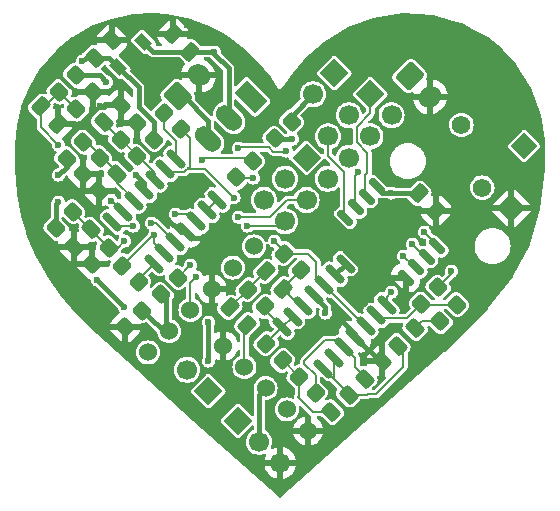
<source format=gbl>
G04 #@! TF.GenerationSoftware,KiCad,Pcbnew,(7.0.0)*
G04 #@! TF.CreationDate,2023-04-23T00:30:47-06:00*
G04 #@! TF.ProjectId,Fonocardiograma_V3B,466f6e6f-6361-4726-9469-6f6772616d61,rev?*
G04 #@! TF.SameCoordinates,Original*
G04 #@! TF.FileFunction,Copper,L2,Bot*
G04 #@! TF.FilePolarity,Positive*
%FSLAX46Y46*%
G04 Gerber Fmt 4.6, Leading zero omitted, Abs format (unit mm)*
G04 Created by KiCad (PCBNEW (7.0.0)) date 2023-04-23 00:30:47*
%MOMM*%
%LPD*%
G01*
G04 APERTURE LIST*
G04 Aperture macros list*
%AMRoundRect*
0 Rectangle with rounded corners*
0 $1 Rounding radius*
0 $2 $3 $4 $5 $6 $7 $8 $9 X,Y pos of 4 corners*
0 Add a 4 corners polygon primitive as box body*
4,1,4,$2,$3,$4,$5,$6,$7,$8,$9,$2,$3,0*
0 Add four circle primitives for the rounded corners*
1,1,$1+$1,$2,$3*
1,1,$1+$1,$4,$5*
1,1,$1+$1,$6,$7*
1,1,$1+$1,$8,$9*
0 Add four rect primitives between the rounded corners*
20,1,$1+$1,$2,$3,$4,$5,0*
20,1,$1+$1,$4,$5,$6,$7,0*
20,1,$1+$1,$6,$7,$8,$9,0*
20,1,$1+$1,$8,$9,$2,$3,0*%
%AMHorizOval*
0 Thick line with rounded ends*
0 $1 width*
0 $2 $3 position (X,Y) of the first rounded end (center of the circle)*
0 $4 $5 position (X,Y) of the second rounded end (center of the circle)*
0 Add line between two ends*
20,1,$1,$2,$3,$4,$5,0*
0 Add two circle primitives to create the rounded ends*
1,1,$1,$2,$3*
1,1,$1,$4,$5*%
%AMRotRect*
0 Rectangle, with rotation*
0 The origin of the aperture is its center*
0 $1 length*
0 $2 width*
0 $3 Rotation angle, in degrees counterclockwise*
0 Add horizontal line*
21,1,$1,$2,0,0,$3*%
%AMFreePoly0*
4,1,9,3.862500,-0.866500,0.737500,-0.866500,0.737500,-0.450000,-0.737500,-0.450000,-0.737500,0.450000,0.737500,0.450000,0.737500,0.866500,3.862500,0.866500,3.862500,-0.866500,3.862500,-0.866500,$1*%
G04 Aperture macros list end*
G04 #@! TA.AperFunction,ComponentPad*
%ADD10C,1.524000*%
G04 #@! TD*
G04 #@! TA.AperFunction,ComponentPad*
%ADD11RotRect,1.700000X1.700000X45.000000*%
G04 #@! TD*
G04 #@! TA.AperFunction,ComponentPad*
%ADD12HorizOval,1.700000X0.000000X0.000000X0.000000X0.000000X0*%
G04 #@! TD*
G04 #@! TA.AperFunction,ComponentPad*
%ADD13RotRect,1.700000X1.700000X315.000000*%
G04 #@! TD*
G04 #@! TA.AperFunction,ComponentPad*
%ADD14HorizOval,1.700000X0.000000X0.000000X0.000000X0.000000X0*%
G04 #@! TD*
G04 #@! TA.AperFunction,ComponentPad*
%ADD15RotRect,1.560000X1.560000X225.000000*%
G04 #@! TD*
G04 #@! TA.AperFunction,ComponentPad*
%ADD16C,1.560000*%
G04 #@! TD*
G04 #@! TA.AperFunction,ComponentPad*
%ADD17RotRect,1.700000X1.700000X135.000000*%
G04 #@! TD*
G04 #@! TA.AperFunction,ComponentPad*
%ADD18HorizOval,1.700000X0.000000X0.000000X0.000000X0.000000X0*%
G04 #@! TD*
G04 #@! TA.AperFunction,ComponentPad*
%ADD19RotRect,1.500000X2.500000X225.000000*%
G04 #@! TD*
G04 #@! TA.AperFunction,ComponentPad*
%ADD20HorizOval,1.500000X-0.353553X0.353553X0.353553X-0.353553X0*%
G04 #@! TD*
G04 #@! TA.AperFunction,ComponentPad*
%ADD21RoundRect,0.250000X-0.954594X-0.106066X-0.106066X-0.954594X0.954594X0.106066X0.106066X0.954594X0*%
G04 #@! TD*
G04 #@! TA.AperFunction,ComponentPad*
%ADD22HorizOval,1.700000X-0.106066X-0.106066X0.106066X0.106066X0*%
G04 #@! TD*
G04 #@! TA.AperFunction,ComponentPad*
%ADD23RotRect,1.700000X1.700000X225.000000*%
G04 #@! TD*
G04 #@! TA.AperFunction,ComponentPad*
%ADD24HorizOval,1.700000X0.000000X0.000000X0.000000X0.000000X0*%
G04 #@! TD*
G04 #@! TA.AperFunction,ComponentPad*
%ADD25RoundRect,0.250000X0.106066X-0.954594X0.954594X-0.106066X-0.106066X0.954594X-0.954594X0.106066X0*%
G04 #@! TD*
G04 #@! TA.AperFunction,ComponentPad*
%ADD26HorizOval,1.700000X-0.106066X0.106066X0.106066X-0.106066X0*%
G04 #@! TD*
G04 #@! TA.AperFunction,SMDPad,CuDef*
%ADD27RoundRect,0.250000X-0.070711X0.565685X-0.565685X0.070711X0.070711X-0.565685X0.565685X-0.070711X0*%
G04 #@! TD*
G04 #@! TA.AperFunction,SMDPad,CuDef*
%ADD28RoundRect,0.150000X-0.689429X0.477297X0.477297X-0.689429X0.689429X-0.477297X-0.477297X0.689429X0*%
G04 #@! TD*
G04 #@! TA.AperFunction,SMDPad,CuDef*
%ADD29RoundRect,0.250000X0.574524X0.097227X0.097227X0.574524X-0.574524X-0.097227X-0.097227X-0.574524X0*%
G04 #@! TD*
G04 #@! TA.AperFunction,SMDPad,CuDef*
%ADD30RoundRect,0.250000X-0.565685X-0.070711X-0.070711X-0.565685X0.565685X0.070711X0.070711X0.565685X0*%
G04 #@! TD*
G04 #@! TA.AperFunction,SMDPad,CuDef*
%ADD31RoundRect,0.250000X0.097227X-0.574524X0.574524X-0.097227X-0.097227X0.574524X-0.574524X0.097227X0*%
G04 #@! TD*
G04 #@! TA.AperFunction,SMDPad,CuDef*
%ADD32RoundRect,0.150000X0.565685X-0.353553X-0.353553X0.565685X-0.565685X0.353553X0.353553X-0.565685X0*%
G04 #@! TD*
G04 #@! TA.AperFunction,SMDPad,CuDef*
%ADD33RoundRect,0.250000X-0.097227X0.574524X-0.574524X0.097227X0.097227X-0.574524X0.574524X-0.097227X0*%
G04 #@! TD*
G04 #@! TA.AperFunction,SMDPad,CuDef*
%ADD34RoundRect,0.250000X0.565685X0.070711X0.070711X0.565685X-0.565685X-0.070711X-0.070711X-0.565685X0*%
G04 #@! TD*
G04 #@! TA.AperFunction,SMDPad,CuDef*
%ADD35RoundRect,0.250000X0.070711X-0.565685X0.565685X-0.070711X-0.070711X0.565685X-0.565685X0.070711X0*%
G04 #@! TD*
G04 #@! TA.AperFunction,SMDPad,CuDef*
%ADD36RoundRect,0.250000X-0.574524X-0.097227X-0.097227X-0.574524X0.574524X0.097227X0.097227X0.574524X0*%
G04 #@! TD*
G04 #@! TA.AperFunction,SMDPad,CuDef*
%ADD37RotRect,1.300000X0.900000X315.000000*%
G04 #@! TD*
G04 #@! TA.AperFunction,SMDPad,CuDef*
%ADD38FreePoly0,315.000000*%
G04 #@! TD*
G04 #@! TA.AperFunction,ViaPad*
%ADD39C,0.600000*%
G04 #@! TD*
G04 #@! TA.AperFunction,Conductor*
%ADD40C,0.400000*%
G04 #@! TD*
G04 #@! TA.AperFunction,Conductor*
%ADD41C,0.200000*%
G04 #@! TD*
G04 APERTURE END LIST*
D10*
X96501949Y-76943949D03*
X98298000Y-78740000D03*
X100094052Y-80536051D03*
X101890103Y-82332103D03*
X103686154Y-84128154D03*
D11*
X120903999Y-65277999D03*
D10*
X90133897Y-77506102D03*
X91929948Y-75710051D03*
X93726000Y-73914000D03*
X95522051Y-72117949D03*
X97318102Y-70321897D03*
X99114153Y-68525846D03*
D11*
X97753897Y-83275897D03*
D12*
X99549948Y-85071948D03*
X101345999Y-86867999D03*
D13*
X103555799Y-61010799D03*
D14*
X105351850Y-62806850D03*
X101759748Y-62806850D03*
X103555799Y-64602901D03*
X99963697Y-64602901D03*
X101759748Y-66398953D03*
D15*
X121969686Y-60014152D03*
D16*
X116666386Y-58246386D03*
X118434153Y-63549687D03*
D17*
X95249999Y-80771999D03*
D18*
X93453948Y-78975948D03*
D19*
X98824050Y-55861948D03*
D20*
X97027999Y-57657999D03*
X95231948Y-59454050D03*
D13*
X108965999Y-55625999D03*
D14*
X110762050Y-57422050D03*
X107169948Y-57422050D03*
X108965999Y-59218101D03*
X105373897Y-59218101D03*
X107169948Y-61014153D03*
D21*
X112278233Y-54112233D03*
D22*
X114045999Y-55879999D03*
D23*
X105917999Y-53847999D03*
D24*
X104121948Y-55644050D03*
D25*
X92648594Y-55808361D03*
D26*
X94416360Y-54040593D03*
D27*
X84671321Y-59690000D03*
X83257107Y-61104214D03*
D28*
X87123668Y-66475988D03*
X88021693Y-65577962D03*
X88919719Y-64679936D03*
X89817745Y-63781911D03*
X90715770Y-62883885D03*
X91613796Y-61985859D03*
X92511822Y-61087834D03*
X96012000Y-64588012D03*
X95113975Y-65486038D03*
X94215949Y-66384064D03*
X93317923Y-67282089D03*
X92419898Y-68180115D03*
X91521872Y-69078141D03*
X90623846Y-69976166D03*
D29*
X82521623Y-58137623D03*
X81054377Y-56670377D03*
D30*
X91494893Y-57204893D03*
X92909107Y-58619107D03*
D31*
X86007377Y-63852623D03*
X87474623Y-62385377D03*
D27*
X116277107Y-73460893D03*
X114862893Y-74875107D03*
D29*
X93697623Y-52041623D03*
X92230377Y-50574377D03*
X114525623Y-65503623D03*
X113058377Y-64036377D03*
D27*
X114698214Y-71991786D03*
X113284000Y-73406000D03*
D32*
X114636623Y-68508546D03*
X113738597Y-69406572D03*
X112840572Y-70304597D03*
X111942546Y-71202623D03*
X106851377Y-66111454D03*
X107749403Y-65213428D03*
X108647428Y-64315403D03*
X109545454Y-63417377D03*
D30*
X98606893Y-72190893D03*
X100021107Y-73605107D03*
D29*
X98523623Y-75155623D03*
X97056377Y-73688377D03*
D33*
X87855623Y-56543377D03*
X86388377Y-58010623D03*
D31*
X85626377Y-52549623D03*
X87093623Y-51082377D03*
D34*
X89353107Y-71573107D03*
X87938893Y-70158893D03*
D28*
X101473834Y-75365988D03*
X102371859Y-74467962D03*
X103269885Y-73569936D03*
X104167911Y-72671911D03*
X105065936Y-71773885D03*
X105963962Y-70875859D03*
X106861988Y-69977834D03*
X110362166Y-73478012D03*
X109464141Y-74376038D03*
X108566115Y-75274064D03*
X107668089Y-76172089D03*
X106770064Y-77070115D03*
X105872038Y-77968141D03*
X104974012Y-78866166D03*
D27*
X99005107Y-61268893D03*
X97590893Y-62683107D03*
D35*
X85398893Y-70049107D03*
X86813107Y-68634893D03*
X88192893Y-75383107D03*
X89607107Y-73968893D03*
X84636893Y-62429107D03*
X86051107Y-61014893D03*
D27*
X102307107Y-57966893D03*
X100892893Y-59381107D03*
D34*
X103069107Y-70557107D03*
X101654893Y-69142893D03*
D27*
X89226107Y-58093893D03*
X87811893Y-59508107D03*
D30*
X100130893Y-76762893D03*
X101545107Y-78177107D03*
D35*
X89208893Y-60905107D03*
X90623107Y-59490893D03*
D27*
X92655107Y-71174893D03*
X91240893Y-72589107D03*
D36*
X100104377Y-70640377D03*
X101571623Y-72107623D03*
D37*
X87629999Y-53339999D03*
D38*
X88752532Y-52341212D03*
D37*
X89751319Y-51218679D03*
D31*
X83848377Y-68551623D03*
X85315623Y-67084377D03*
D27*
X85488214Y-55481786D03*
X84074000Y-56896000D03*
D30*
X102924893Y-79556893D03*
X104339107Y-80971107D03*
D31*
X105664000Y-82550000D03*
X107131246Y-81082754D03*
D27*
X83765107Y-65586893D03*
X82350893Y-67001107D03*
D35*
X82604893Y-55444107D03*
X84019107Y-54029893D03*
D33*
X112747623Y-75466377D03*
X111280377Y-76933623D03*
X109953623Y-78260377D03*
X108486377Y-79727623D03*
D39*
X95758000Y-52070000D03*
X86614000Y-54610000D03*
X81026000Y-68580000D03*
X114808000Y-76962000D03*
X101346000Y-89154000D03*
X94996000Y-67818000D03*
X106426000Y-74676000D03*
X80010000Y-65278000D03*
X84836000Y-58166000D03*
X92456000Y-64262000D03*
X98552000Y-63754000D03*
X94996000Y-83566000D03*
X117602000Y-50800000D03*
X93472000Y-49784000D03*
X85852000Y-59182000D03*
X108458000Y-50292000D03*
X121666000Y-54864000D03*
X110490000Y-81026000D03*
X109728000Y-66548000D03*
X119888000Y-52578000D03*
X96774000Y-85090000D03*
X86106000Y-56642000D03*
X122174000Y-67310000D03*
X79756000Y-58928000D03*
X85344000Y-74422000D03*
X108458000Y-82804000D03*
X103886000Y-86868000D03*
X99060000Y-87122000D03*
X98806000Y-57912000D03*
X89662000Y-78740000D03*
X87630000Y-76708000D03*
X86868000Y-60198000D03*
X83058000Y-71628000D03*
X105156000Y-66294000D03*
X123190000Y-61468000D03*
X83058000Y-52324000D03*
X119126000Y-72390000D03*
X96266000Y-50800000D03*
X81026000Y-54864000D03*
X97282000Y-59436000D03*
X111506000Y-49530000D03*
X121158000Y-69850000D03*
X96520000Y-66294000D03*
X117094000Y-74930000D03*
X79756000Y-61976000D03*
X86106000Y-50038000D03*
X105918000Y-64262000D03*
X122936000Y-64516000D03*
X92456000Y-81026000D03*
X100076000Y-62992000D03*
X101346000Y-61214000D03*
X89662000Y-49530000D03*
X122936000Y-58166000D03*
X112522000Y-78994000D03*
X98552000Y-52578000D03*
X114808000Y-49784000D03*
X106172000Y-84836000D03*
X105156000Y-74168000D03*
X84582000Y-52832000D03*
X89154000Y-62484000D03*
X82550000Y-62484000D03*
X88138000Y-73660000D03*
X82550000Y-64770000D03*
X85852000Y-71374000D03*
X82550000Y-59944000D03*
X87009329Y-64657329D03*
X99060000Y-62738000D03*
X102362000Y-59436000D03*
X110744000Y-72390000D03*
X107950000Y-62252700D03*
X97790000Y-60198000D03*
X90678000Y-67564000D03*
X101854000Y-60452000D03*
X92456000Y-65786000D03*
X113538000Y-67310000D03*
X112522000Y-68326000D03*
X97790000Y-66040000D03*
X93726000Y-70104000D03*
X111760000Y-69342000D03*
X98552000Y-66802000D03*
X94234000Y-71120000D03*
X88900000Y-66802000D03*
X94742000Y-61214000D03*
X100838000Y-68072000D03*
X97409000Y-64389000D03*
X115824000Y-70612000D03*
X110744000Y-64008000D03*
X95250000Y-78232000D03*
X95250000Y-74930000D03*
X90424000Y-66548000D03*
X88138000Y-68072000D03*
D40*
X93697623Y-52041623D02*
X95475623Y-52041623D01*
X90574263Y-52041623D02*
X89751320Y-51218680D01*
X93697623Y-52041623D02*
X90574263Y-52041623D01*
X95475623Y-52041623D02*
X95504000Y-52070000D01*
X96956837Y-53411163D02*
X96956837Y-57586837D01*
X86033893Y-54029893D02*
X86614000Y-54610000D01*
X95758000Y-52212326D02*
X95758000Y-52070000D01*
X84019107Y-54029893D02*
X86033893Y-54029893D01*
X96956837Y-57586837D02*
X97028000Y-57658000D01*
X96956837Y-53411163D02*
X95758000Y-52212326D01*
X93317923Y-67282089D02*
X92887186Y-67282089D01*
X93317923Y-67282089D02*
X93853834Y-67818000D01*
X109953623Y-78260377D02*
X109756377Y-78260377D01*
X109756377Y-78260377D02*
X107668089Y-76172089D01*
X93853834Y-67818000D02*
X94996000Y-67818000D01*
X107668089Y-76172089D02*
X107668089Y-75918089D01*
X92887186Y-67282089D02*
X91694000Y-66088903D01*
X91694000Y-66088903D02*
X91694000Y-65024000D01*
X91694000Y-65024000D02*
X92456000Y-64262000D01*
X107668089Y-75918089D02*
X106426000Y-74676000D01*
X83257107Y-61776893D02*
X83257107Y-61104214D01*
X87630000Y-53340000D02*
X86839623Y-52549623D01*
X89353107Y-55063107D02*
X87630000Y-53340000D01*
X89817745Y-63147745D02*
X89154000Y-62484000D01*
X105156000Y-73660000D02*
X105156000Y-74168000D01*
X86839623Y-52549623D02*
X85626377Y-52549623D01*
X82550000Y-62484000D02*
X83257107Y-61776893D01*
X84582000Y-52832000D02*
X84864377Y-52549623D01*
X89817745Y-63781911D02*
X89817745Y-63147745D01*
X104167911Y-72671911D02*
X105156000Y-73660000D01*
X84864377Y-52549623D02*
X85626377Y-52549623D01*
X90623107Y-58001727D02*
X90623107Y-59490893D01*
X89353107Y-55063107D02*
X89353107Y-56731727D01*
X102307107Y-57966893D02*
X102307107Y-57458893D01*
X82350893Y-64969107D02*
X82550000Y-64770000D01*
X88138000Y-73660000D02*
X85852000Y-71374000D01*
X102307107Y-57458893D02*
X104121949Y-55644051D01*
X89353107Y-56731727D02*
X90623107Y-58001727D01*
X82350893Y-67001107D02*
X82350893Y-64969107D01*
D41*
X97109409Y-73688377D02*
X98606893Y-72190893D01*
X98606893Y-72137861D02*
X100104377Y-70640377D01*
X98606893Y-72190893D02*
X98606893Y-72137861D01*
X97056377Y-73688377D02*
X97109409Y-73688377D01*
X83176393Y-56015607D02*
X82604893Y-55444107D01*
X84056786Y-56896000D02*
X83176393Y-56015607D01*
X81378623Y-56670377D02*
X82604893Y-55444107D01*
X87009329Y-64657329D02*
X87101060Y-64657329D01*
X82550000Y-59944000D02*
X81054377Y-58448377D01*
X81054377Y-58448377D02*
X81054377Y-56670377D01*
X84074000Y-56896000D02*
X84056786Y-56896000D01*
X87101060Y-64657329D02*
X88021693Y-65577962D01*
X81054377Y-56670377D02*
X81378623Y-56670377D01*
X84978353Y-59690000D02*
X87546730Y-62258377D01*
X84671321Y-59690000D02*
X84978353Y-59690000D01*
X88919719Y-64679936D02*
X88919719Y-64535719D01*
X87546730Y-63162730D02*
X87546730Y-62258377D01*
X88919719Y-64535719D02*
X87546730Y-63162730D01*
X98298000Y-78740000D02*
X98298000Y-75381246D01*
X98298000Y-75381246D02*
X98523623Y-75155623D01*
X90715770Y-62355230D02*
X86443270Y-58082730D01*
X90715770Y-62883885D02*
X90715770Y-62355230D01*
X105664000Y-82550000D02*
X104140000Y-82550000D01*
X102924893Y-79556893D02*
X101545107Y-78177107D01*
X102924893Y-81225107D02*
X102924893Y-79556893D01*
X102870000Y-81280000D02*
X102924893Y-81225107D01*
X104140000Y-82550000D02*
X102870000Y-81280000D01*
X113338893Y-74875107D02*
X112747623Y-75466377D01*
X114862893Y-74875107D02*
X113338893Y-74875107D01*
X99060000Y-62738000D02*
X97790000Y-62738000D01*
X97790000Y-62738000D02*
X97536000Y-62484000D01*
D40*
X100947786Y-59436000D02*
X100892893Y-59381107D01*
X102362000Y-59436000D02*
X100947786Y-59436000D01*
X95231949Y-57873483D02*
X93228233Y-55869767D01*
X95231949Y-59454051D02*
X95231949Y-57873483D01*
X99549949Y-81080154D02*
X100094052Y-80536051D01*
X99549949Y-85071949D02*
X99549949Y-81080154D01*
D41*
X108529769Y-64197744D02*
X108529769Y-62521460D01*
X108966000Y-57252346D02*
X108966000Y-55626000D01*
X108529769Y-62521460D02*
X108712000Y-62339229D01*
X108712000Y-62339229D02*
X108712000Y-60590448D01*
X107816000Y-58402346D02*
X108966000Y-57252346D01*
X108647428Y-64315403D02*
X108529769Y-64197744D01*
X107816000Y-59694448D02*
X107816000Y-58402346D01*
X108712000Y-60590448D02*
X107816000Y-59694448D01*
X110362166Y-73478012D02*
X110362166Y-72771834D01*
X110362166Y-72771834D02*
X110744000Y-72390000D01*
X107631743Y-65095768D02*
X107749403Y-65213428D01*
X107631743Y-62570957D02*
X107631743Y-65095768D01*
X107950000Y-62252700D02*
X107631743Y-62570957D01*
X106851377Y-66111454D02*
X106733718Y-65993795D01*
X106733718Y-62204269D02*
X105373898Y-60844449D01*
X106733718Y-65993795D02*
X106733718Y-62204269D01*
X105373898Y-60844449D02*
X105373898Y-59218102D01*
X87938893Y-70158893D02*
X90533786Y-67564000D01*
X90533786Y-67564000D02*
X90678000Y-67564000D01*
X101809208Y-60496792D02*
X101854000Y-60452000D01*
X97790000Y-60198000D02*
X97834792Y-60153208D01*
X100392202Y-60153208D02*
X100735786Y-60496792D01*
X100735786Y-60496792D02*
X101809208Y-60496792D01*
X90678000Y-68234269D02*
X90678000Y-67564000D01*
X92456000Y-65786000D02*
X93617885Y-65786000D01*
X97834792Y-60153208D02*
X100392202Y-60153208D01*
X93617885Y-65786000D02*
X94215949Y-66384064D01*
X91521872Y-69078141D02*
X90678000Y-68234269D01*
X114636623Y-68408623D02*
X113538000Y-67310000D01*
X114636623Y-68508546D02*
X114636623Y-68408623D01*
X113602572Y-69406572D02*
X112522000Y-68326000D01*
X113738597Y-69406572D02*
X113602572Y-69406572D01*
X97790000Y-66040000D02*
X100492357Y-66040000D01*
X101929455Y-64602902D02*
X103555800Y-64602902D01*
X100492357Y-66040000D02*
X101929455Y-64602902D01*
X93726000Y-70104000D02*
X92655107Y-71174893D01*
X112722597Y-70304597D02*
X111760000Y-69342000D01*
X112840572Y-70304597D02*
X112722597Y-70304597D01*
X101356703Y-66802000D02*
X101759749Y-66398954D01*
X98552000Y-66802000D02*
X101356703Y-66802000D01*
X93726000Y-71628000D02*
X94234000Y-71120000D01*
X93726000Y-73914000D02*
X93726000Y-71628000D01*
X94742000Y-61214000D02*
X94886214Y-61069786D01*
X87449680Y-66802000D02*
X87123668Y-66475988D01*
X94886214Y-61069786D02*
X98950214Y-61069786D01*
X88900000Y-66802000D02*
X87449680Y-66802000D01*
X91494893Y-58619107D02*
X91494893Y-57204893D01*
X92511822Y-61087834D02*
X92511822Y-59636036D01*
X92511822Y-59636036D02*
X91494893Y-58619107D01*
X103759000Y-69215000D02*
X103686893Y-69142893D01*
X91613796Y-61985859D02*
X91855200Y-62227263D01*
X103686893Y-69142893D02*
X101654893Y-69142893D01*
X101654893Y-68888893D02*
X100838000Y-68072000D01*
X108548064Y-75274064D02*
X105065936Y-71791936D01*
X97409000Y-64389000D02*
X94996000Y-61976000D01*
X91855200Y-62227263D02*
X93220737Y-62227263D01*
X93220737Y-62227263D02*
X93472000Y-61976000D01*
X93651251Y-61796749D02*
X93651251Y-59361251D01*
X93651251Y-59361251D02*
X92909107Y-58619107D01*
X105065936Y-71773885D02*
X104394000Y-71101949D01*
X94996000Y-61976000D02*
X93472000Y-61976000D01*
X104394000Y-69850000D02*
X103759000Y-69215000D01*
X93472000Y-61976000D02*
X93651251Y-61796749D01*
X108566115Y-75274064D02*
X108548064Y-75274064D01*
X104394000Y-71101949D02*
X104394000Y-69850000D01*
X105065936Y-71791936D02*
X105065936Y-71773885D01*
X101654893Y-69142893D02*
X101654893Y-68888893D01*
X102371859Y-74467963D02*
X101473834Y-75365988D01*
X100130893Y-76762893D02*
X100130893Y-76708929D01*
X100021107Y-73605107D02*
X100021107Y-73913261D01*
X102371859Y-74467962D02*
X102371859Y-74467963D01*
X100021107Y-73913261D02*
X101473834Y-75365988D01*
X100130893Y-76708929D02*
X101473834Y-75365988D01*
X115824000Y-70866000D02*
X115824000Y-70612000D01*
X114698214Y-71991786D02*
X115824000Y-70866000D01*
X89353107Y-71573107D02*
X89353107Y-71246905D01*
X89353107Y-71246905D02*
X90623846Y-69976166D01*
D40*
X91458051Y-75710051D02*
X90170000Y-74422000D01*
X91694000Y-72898000D02*
X91694000Y-75474103D01*
X91929948Y-75710051D02*
X91458051Y-75710051D01*
X91694000Y-75474103D02*
X91929948Y-75710051D01*
D41*
X113284000Y-73406000D02*
X112072559Y-74617441D01*
X112072559Y-74617441D02*
X109705544Y-74617441D01*
X113338893Y-73460893D02*
X113284000Y-73406000D01*
X116277107Y-73460893D02*
X113338893Y-73460893D01*
X107131246Y-81023400D02*
X106017923Y-79910077D01*
X108712000Y-81026000D02*
X109474000Y-81026000D01*
X105872038Y-79456038D02*
X105890923Y-79474923D01*
X107131246Y-81082754D02*
X108655246Y-81082754D01*
X111760000Y-77413246D02*
X111280377Y-76933623D01*
X107131246Y-81082754D02*
X107131246Y-81023400D01*
X105890923Y-79474923D02*
X105890923Y-79783077D01*
X105890923Y-79783077D02*
X104974012Y-78866166D01*
X106017923Y-79910077D02*
X105890923Y-79783077D01*
X105872038Y-77968141D02*
X105872038Y-79456038D01*
X108655246Y-81082754D02*
X108712000Y-81026000D01*
X109474000Y-81026000D02*
X111760000Y-78740000D01*
X111760000Y-78740000D02*
X111760000Y-77413246D01*
X103069107Y-70557107D02*
X102108000Y-71518214D01*
X102108000Y-71518214D02*
X102108000Y-72644000D01*
X102108000Y-72644000D02*
X103033936Y-73569936D01*
X101571623Y-72107623D02*
X102108000Y-72644000D01*
X103033936Y-73569936D02*
X103269885Y-73569936D01*
D40*
X105963963Y-70875859D02*
X106861988Y-69977834D01*
X105963962Y-70875859D02*
X105963963Y-70875859D01*
X109982000Y-64008000D02*
X113030000Y-64008000D01*
X109545454Y-63417377D02*
X109545454Y-63571454D01*
X113030000Y-64008000D02*
X113058377Y-64036377D01*
X109545454Y-63571454D02*
X109982000Y-64008000D01*
X95250000Y-74930000D02*
X95250000Y-78232000D01*
D41*
X90787783Y-66548000D02*
X90424000Y-66548000D01*
X86813107Y-68634893D02*
X87575107Y-68634893D01*
X92419898Y-68180115D02*
X90787783Y-66548000D01*
X83765107Y-65586893D02*
X86813107Y-68634893D01*
X87575107Y-68634893D02*
X88138000Y-68072000D01*
X95113975Y-65486037D02*
X96012000Y-64588012D01*
X95113975Y-65486038D02*
X95113975Y-65486037D01*
X107696000Y-77978000D02*
X106788115Y-77070115D01*
X104339107Y-79447107D02*
X103378000Y-78486000D01*
X103378000Y-78486000D02*
X103378000Y-78232000D01*
X106788115Y-77070115D02*
X106770064Y-77070115D01*
X105156000Y-76454000D02*
X106153949Y-76454000D01*
X104339107Y-80971107D02*
X104339107Y-79447107D01*
X103378000Y-78232000D02*
X105156000Y-76454000D01*
X108458000Y-79502000D02*
X107696000Y-78740000D01*
X106153949Y-76454000D02*
X106770064Y-77070115D01*
X107696000Y-78740000D02*
X107696000Y-77978000D01*
G04 #@! TA.AperFunction,Conductor*
G36*
X94845666Y-62338939D02*
G01*
X94885894Y-62365819D01*
X95852027Y-63331952D01*
X95885360Y-63392584D01*
X95881015Y-63461638D01*
X95840345Y-63517614D01*
X95776012Y-63543083D01*
X95720829Y-63532554D01*
X95720171Y-63534580D01*
X95607888Y-63498096D01*
X95607885Y-63498095D01*
X95598611Y-63495082D01*
X95470795Y-63495082D01*
X95461516Y-63498096D01*
X95461515Y-63498097D01*
X95358514Y-63531564D01*
X95358510Y-63531565D01*
X95349234Y-63534580D01*
X95341346Y-63540310D01*
X95341340Y-63540314D01*
X95275786Y-63587942D01*
X95275774Y-63587952D01*
X95271842Y-63590809D01*
X95268397Y-63594253D01*
X95268391Y-63594259D01*
X95018247Y-63844403D01*
X95018241Y-63844409D01*
X95014797Y-63847854D01*
X95011940Y-63851786D01*
X95011930Y-63851798D01*
X94964302Y-63917352D01*
X94964298Y-63917358D01*
X94958568Y-63925246D01*
X94955553Y-63934522D01*
X94955552Y-63934526D01*
X94922632Y-64035844D01*
X94919070Y-64046807D01*
X94919070Y-64174623D01*
X94922083Y-64183896D01*
X94922084Y-64183902D01*
X94949024Y-64266813D01*
X94951667Y-64334078D01*
X94918774Y-64392812D01*
X94860040Y-64425705D01*
X94792775Y-64423062D01*
X94709865Y-64396122D01*
X94709859Y-64396121D01*
X94700586Y-64393108D01*
X94572770Y-64393108D01*
X94563491Y-64396122D01*
X94563490Y-64396123D01*
X94460489Y-64429590D01*
X94460485Y-64429591D01*
X94451209Y-64432606D01*
X94443321Y-64438336D01*
X94443315Y-64438340D01*
X94377761Y-64485968D01*
X94377749Y-64485978D01*
X94373817Y-64488835D01*
X94370372Y-64492279D01*
X94370366Y-64492285D01*
X94120222Y-64742429D01*
X94120216Y-64742435D01*
X94116772Y-64745880D01*
X94113915Y-64749812D01*
X94113905Y-64749824D01*
X94066277Y-64815378D01*
X94066273Y-64815384D01*
X94060543Y-64823272D01*
X94057528Y-64832548D01*
X94057527Y-64832552D01*
X94024060Y-64935553D01*
X94021045Y-64944833D01*
X94021045Y-65072649D01*
X94024058Y-65081922D01*
X94024059Y-65081928D01*
X94050999Y-65164839D01*
X94053642Y-65232104D01*
X94020749Y-65290838D01*
X93962015Y-65323731D01*
X93894750Y-65321088D01*
X93811839Y-65294148D01*
X93811833Y-65294147D01*
X93802560Y-65291134D01*
X93674744Y-65291134D01*
X93665465Y-65294148D01*
X93665464Y-65294149D01*
X93562463Y-65327616D01*
X93562459Y-65327617D01*
X93553183Y-65330632D01*
X93545295Y-65336362D01*
X93545289Y-65336366D01*
X93479735Y-65383994D01*
X93479723Y-65384004D01*
X93475791Y-65386861D01*
X93472346Y-65390305D01*
X93472340Y-65390311D01*
X93466471Y-65396181D01*
X93426243Y-65423061D01*
X93378790Y-65432500D01*
X92941884Y-65432500D01*
X92894431Y-65423061D01*
X92854921Y-65396661D01*
X92850761Y-65391239D01*
X92844028Y-65386073D01*
X92741585Y-65307466D01*
X92735138Y-65302519D01*
X92707652Y-65291134D01*
X92608001Y-65249857D01*
X92607998Y-65249856D01*
X92600492Y-65246747D01*
X92592438Y-65245686D01*
X92592432Y-65245685D01*
X92464059Y-65228785D01*
X92456000Y-65227724D01*
X92447941Y-65228785D01*
X92319567Y-65245685D01*
X92319559Y-65245686D01*
X92311508Y-65246747D01*
X92304003Y-65249855D01*
X92303998Y-65249857D01*
X92184369Y-65299409D01*
X92184365Y-65299410D01*
X92176862Y-65302519D01*
X92170417Y-65307463D01*
X92170414Y-65307466D01*
X92067685Y-65386292D01*
X92067681Y-65386295D01*
X92061239Y-65391239D01*
X92056295Y-65397681D01*
X92056292Y-65397685D01*
X91977466Y-65500414D01*
X91977463Y-65500417D01*
X91972519Y-65506862D01*
X91969410Y-65514365D01*
X91969409Y-65514369D01*
X91919857Y-65633998D01*
X91919855Y-65634003D01*
X91916747Y-65641508D01*
X91915686Y-65649559D01*
X91915685Y-65649567D01*
X91900120Y-65767800D01*
X91897724Y-65786000D01*
X91898785Y-65794059D01*
X91915685Y-65922432D01*
X91915686Y-65922438D01*
X91916747Y-65930492D01*
X91919856Y-65937998D01*
X91919857Y-65938001D01*
X91964132Y-66044891D01*
X91972519Y-66065138D01*
X92061239Y-66180761D01*
X92099932Y-66210451D01*
X92103331Y-66213059D01*
X92143217Y-66265989D01*
X92150144Y-66331901D01*
X92122135Y-66391967D01*
X92102568Y-66414875D01*
X92095399Y-66425249D01*
X92023094Y-66556771D01*
X92017395Y-66571165D01*
X91980434Y-66715121D01*
X91978494Y-66730479D01*
X91978494Y-66879105D01*
X91980433Y-66894457D01*
X91987330Y-66921318D01*
X91986727Y-66985251D01*
X91954353Y-67040386D01*
X91898816Y-67072063D01*
X91834880Y-67071862D01*
X91779544Y-67039836D01*
X91072765Y-66333057D01*
X91057987Y-66314860D01*
X91057078Y-66313873D01*
X91051458Y-66305270D01*
X91027727Y-66286799D01*
X91023763Y-66283580D01*
X91020657Y-66280949D01*
X91017032Y-66277324D01*
X91012862Y-66274346D01*
X91012858Y-66274343D01*
X91001224Y-66266036D01*
X90997122Y-66262977D01*
X90966467Y-66239118D01*
X90966462Y-66239115D01*
X90958357Y-66232807D01*
X90951278Y-66230376D01*
X90945186Y-66226027D01*
X90898134Y-66212019D01*
X90893238Y-66210451D01*
X90887068Y-66208332D01*
X90854939Y-66191720D01*
X90828970Y-66166544D01*
X90823706Y-66159684D01*
X90818761Y-66153239D01*
X90703138Y-66064519D01*
X90695630Y-66061409D01*
X90576001Y-66011857D01*
X90575998Y-66011856D01*
X90568492Y-66008747D01*
X90560438Y-66007686D01*
X90560432Y-66007685D01*
X90432059Y-65990785D01*
X90424000Y-65989724D01*
X90415941Y-65990785D01*
X90287567Y-66007685D01*
X90287559Y-66007686D01*
X90279508Y-66008747D01*
X90272003Y-66011855D01*
X90271998Y-66011857D01*
X90152369Y-66061409D01*
X90152365Y-66061410D01*
X90144862Y-66064519D01*
X90138417Y-66069463D01*
X90138414Y-66069466D01*
X90035685Y-66148292D01*
X90035681Y-66148295D01*
X90029239Y-66153239D01*
X90024295Y-66159681D01*
X90024292Y-66159685D01*
X89945466Y-66262414D01*
X89945463Y-66262417D01*
X89940519Y-66268862D01*
X89937410Y-66276365D01*
X89937409Y-66276369D01*
X89887857Y-66395998D01*
X89887855Y-66396003D01*
X89884747Y-66403508D01*
X89883686Y-66411559D01*
X89883685Y-66411567D01*
X89868543Y-66526590D01*
X89865724Y-66548000D01*
X89866785Y-66556059D01*
X89883685Y-66684432D01*
X89883686Y-66684438D01*
X89884747Y-66692492D01*
X89887856Y-66699998D01*
X89887857Y-66700001D01*
X89930877Y-66803861D01*
X89940519Y-66827138D01*
X90029239Y-66942761D01*
X90144862Y-67031481D01*
X90180776Y-67046357D01*
X90226552Y-67079157D01*
X90253099Y-67128822D01*
X90254943Y-67185107D01*
X90231702Y-67236403D01*
X90199465Y-67278415D01*
X90199462Y-67278419D01*
X90194519Y-67284862D01*
X90191410Y-67292365D01*
X90191409Y-67292369D01*
X90141858Y-67411997D01*
X90138747Y-67419508D01*
X90137685Y-67427568D01*
X90135583Y-67435416D01*
X90134662Y-67435169D01*
X90126506Y-67462050D01*
X90102978Y-67494881D01*
X88444753Y-69153106D01*
X88398324Y-69182362D01*
X88343816Y-69188714D01*
X88291904Y-69170919D01*
X88290654Y-69170147D01*
X88284616Y-69165281D01*
X88203878Y-69128409D01*
X88160985Y-69108820D01*
X88160982Y-69108819D01*
X88152915Y-69105135D01*
X88144136Y-69103872D01*
X88144134Y-69103872D01*
X88018381Y-69085791D01*
X88009604Y-69084529D01*
X88000827Y-69085791D01*
X88000823Y-69085791D01*
X87966446Y-69090733D01*
X87901347Y-69082555D01*
X87849533Y-69042304D01*
X87825511Y-68981249D01*
X87836006Y-68916485D01*
X87862495Y-68858482D01*
X87887602Y-68822321D01*
X88044393Y-68665530D01*
X88084618Y-68638654D01*
X88131222Y-68629383D01*
X88138000Y-68630276D01*
X88282492Y-68611253D01*
X88417138Y-68555481D01*
X88532761Y-68466761D01*
X88621481Y-68351138D01*
X88677253Y-68216492D01*
X88696276Y-68072000D01*
X88677253Y-67927508D01*
X88621481Y-67792862D01*
X88532761Y-67677239D01*
X88522955Y-67669715D01*
X88423585Y-67593466D01*
X88417138Y-67588519D01*
X88408208Y-67584820D01*
X88290001Y-67535857D01*
X88289998Y-67535856D01*
X88282492Y-67532747D01*
X88274438Y-67531686D01*
X88274432Y-67531685D01*
X88146059Y-67514785D01*
X88138000Y-67513724D01*
X88129941Y-67514785D01*
X88121815Y-67514785D01*
X88121815Y-67511908D01*
X88076918Y-67506503D01*
X88027163Y-67471225D01*
X88000247Y-67416492D01*
X88002682Y-67355547D01*
X88033876Y-67303140D01*
X88120871Y-67216146D01*
X88127797Y-67206612D01*
X88171820Y-67169015D01*
X88228114Y-67155500D01*
X88414116Y-67155500D01*
X88461569Y-67164939D01*
X88501078Y-67191338D01*
X88505239Y-67196761D01*
X88620862Y-67285481D01*
X88755508Y-67341253D01*
X88900000Y-67360276D01*
X89044492Y-67341253D01*
X89179138Y-67285481D01*
X89294761Y-67196761D01*
X89383481Y-67081138D01*
X89439253Y-66946492D01*
X89458276Y-66802000D01*
X89439253Y-66657508D01*
X89383481Y-66522862D01*
X89294761Y-66407239D01*
X89272139Y-66389881D01*
X89185585Y-66323466D01*
X89179138Y-66318519D01*
X89171629Y-66315408D01*
X89171628Y-66315408D01*
X89171085Y-66315183D01*
X89170561Y-66314792D01*
X89164591Y-66311345D01*
X89164998Y-66310638D01*
X89122171Y-66278658D01*
X89096613Y-66223218D01*
X89100607Y-66162302D01*
X89114623Y-66119167D01*
X89114623Y-65991351D01*
X89084667Y-65899160D01*
X89082025Y-65831895D01*
X89114918Y-65773161D01*
X89173652Y-65740268D01*
X89240917Y-65742910D01*
X89333108Y-65772866D01*
X89451167Y-65772866D01*
X89460924Y-65772866D01*
X89582485Y-65733368D01*
X89659877Y-65677139D01*
X89916922Y-65420094D01*
X89973151Y-65342702D01*
X90012649Y-65221141D01*
X90012649Y-65093325D01*
X89982693Y-65001134D01*
X89980051Y-64933870D01*
X90012944Y-64875136D01*
X90071678Y-64842243D01*
X90138943Y-64844885D01*
X90231134Y-64874841D01*
X90349193Y-64874841D01*
X90358950Y-64874841D01*
X90480511Y-64835343D01*
X90557903Y-64779114D01*
X90814948Y-64522069D01*
X90871177Y-64444677D01*
X90910675Y-64323116D01*
X90910675Y-64195300D01*
X90880719Y-64103109D01*
X90878077Y-64035844D01*
X90910970Y-63977110D01*
X90969704Y-63944217D01*
X91036968Y-63946859D01*
X91129159Y-63976815D01*
X91247218Y-63976815D01*
X91256975Y-63976815D01*
X91378536Y-63937317D01*
X91455928Y-63881088D01*
X91712973Y-63624043D01*
X91769202Y-63546651D01*
X91808700Y-63425090D01*
X91808700Y-63297274D01*
X91778744Y-63205083D01*
X91776102Y-63137818D01*
X91808995Y-63079084D01*
X91867729Y-63046191D01*
X91934994Y-63048833D01*
X92027185Y-63078789D01*
X92145244Y-63078789D01*
X92155001Y-63078789D01*
X92276562Y-63039291D01*
X92353954Y-62983062D01*
X92610999Y-62726017D01*
X92667228Y-62648625D01*
X92668192Y-62645657D01*
X92711291Y-62599035D01*
X92776080Y-62580763D01*
X93171214Y-62580763D01*
X93194534Y-62583181D01*
X93195870Y-62583236D01*
X93205927Y-62585345D01*
X93235762Y-62581626D01*
X93240856Y-62581097D01*
X93244885Y-62580763D01*
X93250030Y-62580763D01*
X93269225Y-62577559D01*
X93274227Y-62576830D01*
X93322998Y-62570752D01*
X93329721Y-62567465D01*
X93337105Y-62566233D01*
X93380327Y-62542841D01*
X93384810Y-62540533D01*
X93428988Y-62518937D01*
X93434283Y-62513641D01*
X93440863Y-62510081D01*
X93474151Y-62473919D01*
X93477654Y-62470270D01*
X93582108Y-62365818D01*
X93622336Y-62338939D01*
X93669788Y-62329500D01*
X94798213Y-62329500D01*
X94845666Y-62338939D01*
G37*
G04 #@! TD.AperFunction*
G04 #@! TA.AperFunction,Conductor*
G36*
X90564558Y-48778524D02*
G01*
X91736483Y-48874449D01*
X92182410Y-48910949D01*
X92199585Y-48913577D01*
X93771014Y-49268128D01*
X93787506Y-49273074D01*
X93963974Y-49339672D01*
X95298900Y-49843464D01*
X95314250Y-49850485D01*
X96631017Y-50564960D01*
X96751882Y-50630541D01*
X96765763Y-50639310D01*
X97016360Y-50821894D01*
X98115757Y-51622910D01*
X98127955Y-51633053D01*
X99376350Y-52814108D01*
X99386766Y-52825254D01*
X100520706Y-54199142D01*
X100527239Y-54207803D01*
X101080926Y-55012818D01*
X101079786Y-55013601D01*
X101079825Y-55013656D01*
X101080929Y-55012829D01*
X101080980Y-55012897D01*
X101081032Y-55012972D01*
X101079898Y-55013757D01*
X101079937Y-55013811D01*
X101081041Y-55012978D01*
X101313469Y-55320698D01*
X101313572Y-55320861D01*
X101313696Y-55320889D01*
X101313810Y-55320957D01*
X101313893Y-55320935D01*
X101313976Y-55320954D01*
X101314084Y-55320885D01*
X101314211Y-55320852D01*
X101314310Y-55320683D01*
X101724143Y-54743585D01*
X101728065Y-54738364D01*
X102434608Y-53848000D01*
X104457453Y-53848000D01*
X104477127Y-53946910D01*
X104519014Y-54009599D01*
X105756401Y-55246985D01*
X105819090Y-55288873D01*
X105918000Y-55308547D01*
X106016910Y-55288873D01*
X106079599Y-55246986D01*
X107316985Y-54009599D01*
X107358873Y-53946910D01*
X107378547Y-53848000D01*
X107358873Y-53749090D01*
X107316986Y-53686401D01*
X106079599Y-52449015D01*
X106016910Y-52407127D01*
X106004932Y-52404744D01*
X106004931Y-52404744D01*
X105929980Y-52389836D01*
X105918000Y-52387453D01*
X105819090Y-52407127D01*
X105808936Y-52413911D01*
X105808935Y-52413912D01*
X105761469Y-52445627D01*
X105761464Y-52445630D01*
X105756401Y-52449014D01*
X105752093Y-52453321D01*
X105752088Y-52453326D01*
X104523322Y-53682093D01*
X104523317Y-53682098D01*
X104519015Y-53686401D01*
X104515632Y-53691463D01*
X104515631Y-53691465D01*
X104483911Y-53738936D01*
X104483909Y-53738939D01*
X104477127Y-53749090D01*
X104474744Y-53761065D01*
X104474744Y-53761068D01*
X104465449Y-53807800D01*
X104457453Y-53848000D01*
X102434608Y-53848000D01*
X103266640Y-52799498D01*
X103281081Y-52784178D01*
X105056687Y-51195627D01*
X105074496Y-51182364D01*
X107041031Y-49975565D01*
X107062417Y-49965122D01*
X109169538Y-49176604D01*
X109194579Y-49170115D01*
X111707563Y-48792772D01*
X111733760Y-48791644D01*
X114244563Y-48949878D01*
X114270312Y-48954258D01*
X115985529Y-49436420D01*
X116675117Y-49630269D01*
X116700113Y-49640337D01*
X117761374Y-50208856D01*
X118896657Y-50817028D01*
X118916646Y-50830378D01*
X120166170Y-51853170D01*
X120177605Y-51863803D01*
X121275348Y-53021802D01*
X121284756Y-53031726D01*
X121299795Y-53051121D01*
X121410020Y-53226761D01*
X122584117Y-55097645D01*
X122595510Y-55120878D01*
X123438284Y-57419843D01*
X123444430Y-57443745D01*
X123762986Y-59523073D01*
X123764416Y-59541729D01*
X123766790Y-61964338D01*
X123765869Y-61979541D01*
X123349319Y-65379071D01*
X123345076Y-65399401D01*
X122467214Y-68345418D01*
X122458114Y-68367747D01*
X121033006Y-71076182D01*
X121021629Y-71093950D01*
X118959354Y-73780313D01*
X118950416Y-73790711D01*
X117501551Y-75298872D01*
X117497686Y-75302722D01*
X115241831Y-77452998D01*
X115238176Y-77456346D01*
X111549646Y-80701034D01*
X111549617Y-80701059D01*
X111549581Y-80701092D01*
X111549580Y-80701093D01*
X111549536Y-80701131D01*
X111549434Y-80701222D01*
X111549432Y-80701224D01*
X111549308Y-80701334D01*
X111549246Y-80701389D01*
X102161109Y-89082212D01*
X102160610Y-89081653D01*
X102160605Y-89081655D01*
X102161107Y-89082213D01*
X101394944Y-89771260D01*
X101342006Y-89799383D01*
X101282062Y-89799387D01*
X101229120Y-89771271D01*
X100462971Y-89082417D01*
X100463450Y-89081883D01*
X100463447Y-89081882D01*
X100462970Y-89082416D01*
X98271887Y-87120551D01*
X100018688Y-87120551D01*
X100019056Y-87131780D01*
X100071168Y-87326263D01*
X100074856Y-87336397D01*
X100170113Y-87540676D01*
X100175501Y-87550008D01*
X100304784Y-87734643D01*
X100311721Y-87742909D01*
X100471090Y-87902278D01*
X100479356Y-87909215D01*
X100663991Y-88038498D01*
X100673323Y-88043886D01*
X100877602Y-88139143D01*
X100887736Y-88142831D01*
X101082219Y-88194943D01*
X101093448Y-88195311D01*
X101096000Y-88184369D01*
X101596000Y-88184369D01*
X101598551Y-88195311D01*
X101609780Y-88194943D01*
X101804263Y-88142831D01*
X101814397Y-88139143D01*
X102018676Y-88043886D01*
X102028008Y-88038498D01*
X102212643Y-87909215D01*
X102220909Y-87902278D01*
X102380278Y-87742909D01*
X102387215Y-87734643D01*
X102516498Y-87550008D01*
X102521886Y-87540676D01*
X102617143Y-87336397D01*
X102620831Y-87326263D01*
X102672943Y-87131780D01*
X102673311Y-87120551D01*
X102662369Y-87118000D01*
X101612326Y-87118000D01*
X101599450Y-87121450D01*
X101596000Y-87134326D01*
X101596000Y-88184369D01*
X101096000Y-88184369D01*
X101096000Y-87134326D01*
X101092549Y-87121450D01*
X101079674Y-87118000D01*
X100029631Y-87118000D01*
X100018688Y-87120551D01*
X98271887Y-87120551D01*
X93978037Y-83275898D01*
X96293351Y-83275898D01*
X96313025Y-83374808D01*
X96354912Y-83437497D01*
X97592299Y-84674883D01*
X97654988Y-84716771D01*
X97753898Y-84736445D01*
X97852808Y-84716771D01*
X97915497Y-84674884D01*
X98884768Y-83705611D01*
X98934131Y-83675362D01*
X98991847Y-83670820D01*
X99045334Y-83692975D01*
X99082934Y-83736998D01*
X99096449Y-83793293D01*
X99096449Y-83985772D01*
X99080778Y-84046111D01*
X99037727Y-84091199D01*
X98886958Y-84184550D01*
X98886949Y-84184556D01*
X98882092Y-84187564D01*
X98877869Y-84191413D01*
X98877862Y-84191419D01*
X98735191Y-84321482D01*
X98735185Y-84321487D01*
X98730959Y-84325341D01*
X98727512Y-84329904D01*
X98727506Y-84329912D01*
X98611167Y-84483969D01*
X98611160Y-84483979D01*
X98607715Y-84488542D01*
X98605165Y-84493662D01*
X98605160Y-84493671D01*
X98519111Y-84666480D01*
X98519107Y-84666488D01*
X98516557Y-84671611D01*
X98514988Y-84677123D01*
X98514988Y-84677125D01*
X98489701Y-84766002D01*
X98460591Y-84868313D01*
X98441721Y-85071949D01*
X98460591Y-85275585D01*
X98516557Y-85472287D01*
X98519109Y-85477412D01*
X98519111Y-85477417D01*
X98605160Y-85650226D01*
X98605162Y-85650230D01*
X98607715Y-85655356D01*
X98611164Y-85659923D01*
X98611167Y-85659928D01*
X98727506Y-85813985D01*
X98730959Y-85818557D01*
X98882092Y-85956334D01*
X99055969Y-86063994D01*
X99246668Y-86137871D01*
X99447695Y-86175449D01*
X99646474Y-86175449D01*
X99652203Y-86175449D01*
X99853230Y-86137871D01*
X99985217Y-86086738D01*
X100043098Y-86079058D01*
X100098079Y-86098718D01*
X100137966Y-86141359D01*
X100153917Y-86197528D01*
X100142393Y-86254769D01*
X100074858Y-86399597D01*
X100071168Y-86409736D01*
X100019056Y-86604219D01*
X100018688Y-86615448D01*
X100029631Y-86618000D01*
X101079674Y-86618000D01*
X101092549Y-86614549D01*
X101096000Y-86601674D01*
X101596000Y-86601674D01*
X101599450Y-86614549D01*
X101612326Y-86618000D01*
X102662369Y-86618000D01*
X102673311Y-86615448D01*
X102672943Y-86604219D01*
X102620831Y-86409736D01*
X102617143Y-86399602D01*
X102521889Y-86195332D01*
X102516491Y-86185982D01*
X102387215Y-86001357D01*
X102380280Y-85993092D01*
X102220909Y-85833721D01*
X102212643Y-85826784D01*
X102028008Y-85697501D01*
X102018676Y-85692113D01*
X101814397Y-85596856D01*
X101804263Y-85593168D01*
X101609780Y-85541056D01*
X101598551Y-85540688D01*
X101596000Y-85551631D01*
X101596000Y-86601674D01*
X101096000Y-86601674D01*
X101096000Y-85551631D01*
X101093448Y-85540688D01*
X101082219Y-85541056D01*
X100887736Y-85593168D01*
X100877597Y-85596858D01*
X100735113Y-85663300D01*
X100675583Y-85674713D01*
X100617755Y-85656545D01*
X100575449Y-85613137D01*
X100558772Y-85554862D01*
X100571709Y-85495645D01*
X100583341Y-85472287D01*
X100639307Y-85275585D01*
X100658177Y-85071949D01*
X100639307Y-84868313D01*
X100583341Y-84671611D01*
X100492183Y-84488542D01*
X100421150Y-84394480D01*
X100410748Y-84380705D01*
X102449947Y-84380705D01*
X102450315Y-84391934D01*
X102494330Y-84556201D01*
X102498021Y-84566342D01*
X102586763Y-84756650D01*
X102592162Y-84766002D01*
X102712607Y-84938016D01*
X102719544Y-84946282D01*
X102868025Y-85094763D01*
X102876291Y-85101700D01*
X103048305Y-85222145D01*
X103057657Y-85227544D01*
X103247965Y-85316286D01*
X103258106Y-85319977D01*
X103422373Y-85363992D01*
X103433602Y-85364360D01*
X103436154Y-85353418D01*
X103936154Y-85353418D01*
X103938705Y-85364360D01*
X103949934Y-85363992D01*
X104114201Y-85319977D01*
X104124342Y-85316286D01*
X104314650Y-85227544D01*
X104324002Y-85222145D01*
X104496016Y-85101700D01*
X104504282Y-85094763D01*
X104652763Y-84946282D01*
X104659700Y-84938016D01*
X104780145Y-84766002D01*
X104785544Y-84756650D01*
X104874286Y-84566342D01*
X104877977Y-84556201D01*
X104921992Y-84391934D01*
X104922360Y-84380705D01*
X104911418Y-84378154D01*
X103952480Y-84378154D01*
X103939604Y-84381604D01*
X103936154Y-84394480D01*
X103936154Y-85353418D01*
X103436154Y-85353418D01*
X103436154Y-84394480D01*
X103432703Y-84381604D01*
X103419828Y-84378154D01*
X102460890Y-84378154D01*
X102449947Y-84380705D01*
X100410748Y-84380705D01*
X100372391Y-84329912D01*
X100372390Y-84329911D01*
X100368939Y-84325341D01*
X100217806Y-84187564D01*
X100212942Y-84184552D01*
X100212939Y-84184550D01*
X100062171Y-84091199D01*
X100019120Y-84046111D01*
X100003449Y-83985772D01*
X100003449Y-83875602D01*
X102449947Y-83875602D01*
X102460890Y-83878154D01*
X103419828Y-83878154D01*
X103432703Y-83874703D01*
X103436154Y-83861828D01*
X103436154Y-82902890D01*
X103433602Y-82891947D01*
X103422373Y-82892315D01*
X103258108Y-82936329D01*
X103247966Y-82940021D01*
X103057654Y-83028765D01*
X103048304Y-83034163D01*
X102876292Y-83154607D01*
X102868027Y-83161542D01*
X102719542Y-83310027D01*
X102712607Y-83318292D01*
X102592163Y-83490304D01*
X102586765Y-83499654D01*
X102498021Y-83689966D01*
X102494329Y-83700108D01*
X102450315Y-83864373D01*
X102449947Y-83875602D01*
X100003449Y-83875602D01*
X100003449Y-81677776D01*
X100018091Y-81619323D01*
X100058558Y-81574674D01*
X100115295Y-81554373D01*
X100187590Y-81547252D01*
X100293125Y-81536858D01*
X100484548Y-81478791D01*
X100660964Y-81384494D01*
X100815594Y-81257593D01*
X100942495Y-81102963D01*
X101036792Y-80926547D01*
X101094859Y-80735124D01*
X101114466Y-80536051D01*
X101094859Y-80336978D01*
X101036792Y-80145555D01*
X100942495Y-79969139D01*
X100815594Y-79814509D01*
X100772308Y-79778985D01*
X100665670Y-79691470D01*
X100665669Y-79691469D01*
X100660964Y-79687608D01*
X100655595Y-79684738D01*
X100489922Y-79596183D01*
X100489917Y-79596181D01*
X100484548Y-79593311D01*
X100438060Y-79579209D01*
X100298955Y-79537012D01*
X100298950Y-79537011D01*
X100293125Y-79535244D01*
X100287066Y-79534647D01*
X100287060Y-79534646D01*
X100100113Y-79516234D01*
X100094052Y-79515637D01*
X100087991Y-79516234D01*
X99901043Y-79534646D01*
X99901035Y-79534647D01*
X99894979Y-79535244D01*
X99889155Y-79537010D01*
X99889148Y-79537012D01*
X99709387Y-79591542D01*
X99709385Y-79591542D01*
X99703556Y-79593311D01*
X99698189Y-79596179D01*
X99698181Y-79596183D01*
X99532508Y-79684738D01*
X99532502Y-79684741D01*
X99527140Y-79687608D01*
X99522439Y-79691465D01*
X99522433Y-79691470D01*
X99377216Y-79810646D01*
X99377210Y-79810651D01*
X99372510Y-79814509D01*
X99368652Y-79819209D01*
X99368647Y-79819215D01*
X99249471Y-79964432D01*
X99249466Y-79964438D01*
X99245609Y-79969139D01*
X99242742Y-79974501D01*
X99242739Y-79974507D01*
X99154184Y-80140180D01*
X99154180Y-80140188D01*
X99151312Y-80145555D01*
X99149543Y-80151384D01*
X99149543Y-80151386D01*
X99095013Y-80331147D01*
X99095011Y-80331154D01*
X99093245Y-80336978D01*
X99092648Y-80343034D01*
X99092647Y-80343042D01*
X99080952Y-80461786D01*
X99073638Y-80536051D01*
X99074235Y-80542112D01*
X99092647Y-80729059D01*
X99092648Y-80729065D01*
X99093245Y-80735124D01*
X99095013Y-80740953D01*
X99095014Y-80740957D01*
X99126137Y-80843559D01*
X99131476Y-80879842D01*
X99125968Y-80916101D01*
X99119777Y-80936173D01*
X99118327Y-80940578D01*
X99102389Y-80986125D01*
X99102387Y-80986132D01*
X99099323Y-80994891D01*
X99098999Y-81003530D01*
X99096449Y-81011800D01*
X99096449Y-81021086D01*
X99096449Y-81069383D01*
X99096362Y-81074020D01*
X99094558Y-81122215D01*
X99094558Y-81122218D01*
X99094211Y-81131503D01*
X99096015Y-81138236D01*
X99096449Y-81145955D01*
X99096449Y-82758502D01*
X99082934Y-82814797D01*
X99045334Y-82858820D01*
X98991847Y-82880975D01*
X98934131Y-82876433D01*
X98884768Y-82846183D01*
X97919804Y-81881220D01*
X97915497Y-81876913D01*
X97852808Y-81835025D01*
X97840830Y-81832642D01*
X97840829Y-81832642D01*
X97765878Y-81817734D01*
X97753898Y-81815351D01*
X97654988Y-81835025D01*
X97644834Y-81841809D01*
X97644833Y-81841810D01*
X97597367Y-81873525D01*
X97597362Y-81873528D01*
X97592299Y-81876912D01*
X97587991Y-81881219D01*
X97587986Y-81881224D01*
X96359220Y-83109991D01*
X96359215Y-83109996D01*
X96354913Y-83114299D01*
X96351530Y-83119361D01*
X96351529Y-83119363D01*
X96319809Y-83166834D01*
X96319807Y-83166837D01*
X96313025Y-83176988D01*
X96293351Y-83275898D01*
X93978037Y-83275898D01*
X92020510Y-81523156D01*
X92022874Y-81520515D01*
X92022869Y-81520508D01*
X92020508Y-81523155D01*
X91178507Y-80772000D01*
X93789453Y-80772000D01*
X93809127Y-80870910D01*
X93851014Y-80933599D01*
X95088401Y-82170985D01*
X95151090Y-82212873D01*
X95250000Y-82232547D01*
X95348910Y-82212873D01*
X95411599Y-82170986D01*
X96648985Y-80933599D01*
X96690873Y-80870910D01*
X96710547Y-80772000D01*
X96690873Y-80673090D01*
X96648986Y-80610401D01*
X95411599Y-79373015D01*
X95348910Y-79331127D01*
X95336932Y-79328744D01*
X95336931Y-79328744D01*
X95278799Y-79317181D01*
X95250000Y-79311453D01*
X95151090Y-79331127D01*
X95140936Y-79337911D01*
X95140935Y-79337912D01*
X95093469Y-79369627D01*
X95093464Y-79369630D01*
X95088401Y-79373014D01*
X95084093Y-79377321D01*
X95084088Y-79377326D01*
X93855322Y-80606093D01*
X93855317Y-80606098D01*
X93851015Y-80610401D01*
X93847632Y-80615463D01*
X93847631Y-80615465D01*
X93815911Y-80662936D01*
X93815909Y-80662939D01*
X93809127Y-80673090D01*
X93806744Y-80685065D01*
X93806744Y-80685068D01*
X93796788Y-80735124D01*
X93789453Y-80772000D01*
X91178507Y-80772000D01*
X89165237Y-78975949D01*
X92345721Y-78975949D01*
X92364591Y-79179585D01*
X92420557Y-79376287D01*
X92423109Y-79381412D01*
X92423111Y-79381417D01*
X92509160Y-79554226D01*
X92509162Y-79554230D01*
X92511715Y-79559356D01*
X92515164Y-79563923D01*
X92515167Y-79563928D01*
X92610614Y-79690319D01*
X92634959Y-79722557D01*
X92639191Y-79726415D01*
X92677342Y-79761195D01*
X92786092Y-79860334D01*
X92959969Y-79967994D01*
X93150668Y-80041871D01*
X93351695Y-80079449D01*
X93550474Y-80079449D01*
X93556203Y-80079449D01*
X93757230Y-80041871D01*
X93947929Y-79967994D01*
X94121806Y-79860334D01*
X94272939Y-79722557D01*
X94396183Y-79559356D01*
X94487341Y-79376287D01*
X94543307Y-79179585D01*
X94562177Y-78975949D01*
X94543307Y-78772313D01*
X94487341Y-78575611D01*
X94396183Y-78392542D01*
X94370853Y-78359000D01*
X94276391Y-78233912D01*
X94276390Y-78233911D01*
X94274947Y-78232000D01*
X94691724Y-78232000D01*
X94692785Y-78240059D01*
X94709685Y-78368432D01*
X94709686Y-78368438D01*
X94710747Y-78376492D01*
X94713856Y-78383998D01*
X94713857Y-78384001D01*
X94751324Y-78474454D01*
X94766519Y-78511138D01*
X94855239Y-78626761D01*
X94970862Y-78715481D01*
X95105508Y-78771253D01*
X95250000Y-78790276D01*
X95394492Y-78771253D01*
X95529138Y-78715481D01*
X95644761Y-78626761D01*
X95733481Y-78511138D01*
X95789253Y-78376492D01*
X95808276Y-78232000D01*
X95807053Y-78222712D01*
X95807215Y-78221533D01*
X95807215Y-78215815D01*
X95807999Y-78215815D01*
X95815952Y-78157827D01*
X95856666Y-78106525D01*
X95917835Y-78083119D01*
X95982395Y-78094140D01*
X96063760Y-78132081D01*
X96073901Y-78135772D01*
X96238168Y-78179787D01*
X96249397Y-78180155D01*
X96251949Y-78169213D01*
X96251949Y-75718685D01*
X96249397Y-75707742D01*
X96238168Y-75708110D01*
X96073903Y-75752124D01*
X96063761Y-75755816D01*
X95879905Y-75841550D01*
X95819390Y-75852903D01*
X95760875Y-75833749D01*
X95718786Y-75788811D01*
X95703500Y-75729168D01*
X95703500Y-75290302D01*
X95710081Y-75250443D01*
X95724837Y-75222835D01*
X95724470Y-75222624D01*
X95728532Y-75215586D01*
X95733481Y-75209138D01*
X95789253Y-75074492D01*
X95808276Y-74930000D01*
X95789253Y-74785508D01*
X95733481Y-74650862D01*
X95644761Y-74535239D01*
X95529138Y-74446519D01*
X95521630Y-74443409D01*
X95402001Y-74393857D01*
X95401998Y-74393856D01*
X95394492Y-74390747D01*
X95386438Y-74389686D01*
X95386432Y-74389685D01*
X95258059Y-74372785D01*
X95250000Y-74371724D01*
X95241941Y-74372785D01*
X95113567Y-74389685D01*
X95113559Y-74389686D01*
X95105508Y-74390747D01*
X95098003Y-74393855D01*
X95097998Y-74393857D01*
X94978369Y-74443409D01*
X94978365Y-74443410D01*
X94970862Y-74446519D01*
X94964417Y-74451463D01*
X94964414Y-74451466D01*
X94861685Y-74530292D01*
X94861681Y-74530295D01*
X94855239Y-74535239D01*
X94850295Y-74541681D01*
X94850292Y-74541685D01*
X94771466Y-74644414D01*
X94771463Y-74644417D01*
X94766519Y-74650862D01*
X94763410Y-74658365D01*
X94763409Y-74658369D01*
X94713857Y-74777998D01*
X94713855Y-74778003D01*
X94710747Y-74785508D01*
X94709686Y-74793559D01*
X94709685Y-74793567D01*
X94699350Y-74872073D01*
X94691724Y-74930000D01*
X94692785Y-74938059D01*
X94709685Y-75066432D01*
X94709686Y-75066438D01*
X94710747Y-75074492D01*
X94713856Y-75081998D01*
X94713857Y-75082001D01*
X94735026Y-75133107D01*
X94766519Y-75209138D01*
X94771466Y-75215585D01*
X94775530Y-75222624D01*
X94775162Y-75222835D01*
X94789919Y-75250443D01*
X94796500Y-75290302D01*
X94796500Y-77871698D01*
X94789919Y-77911557D01*
X94775162Y-77939164D01*
X94775530Y-77939376D01*
X94771465Y-77946415D01*
X94766519Y-77952862D01*
X94763410Y-77960365D01*
X94763409Y-77960369D01*
X94713857Y-78079998D01*
X94713855Y-78080003D01*
X94710747Y-78087508D01*
X94709686Y-78095559D01*
X94709685Y-78095567D01*
X94697560Y-78187670D01*
X94691724Y-78232000D01*
X94274947Y-78232000D01*
X94272939Y-78229341D01*
X94231814Y-78191850D01*
X94126035Y-78095419D01*
X94126033Y-78095417D01*
X94121806Y-78091564D01*
X94116942Y-78088552D01*
X94116939Y-78088550D01*
X93952800Y-77986920D01*
X93947929Y-77983904D01*
X93942591Y-77981836D01*
X93942587Y-77981834D01*
X93762577Y-77912098D01*
X93762572Y-77912096D01*
X93757230Y-77910027D01*
X93751595Y-77908973D01*
X93751593Y-77908973D01*
X93561833Y-77873501D01*
X93561828Y-77873500D01*
X93556203Y-77872449D01*
X93351695Y-77872449D01*
X93346070Y-77873500D01*
X93346064Y-77873501D01*
X93156304Y-77908973D01*
X93156299Y-77908974D01*
X93150668Y-77910027D01*
X93145327Y-77912095D01*
X93145320Y-77912098D01*
X92965310Y-77981834D01*
X92965301Y-77981838D01*
X92959969Y-77983904D01*
X92955102Y-77986917D01*
X92955097Y-77986920D01*
X92790958Y-78088550D01*
X92790949Y-78088556D01*
X92786092Y-78091564D01*
X92781869Y-78095413D01*
X92781862Y-78095419D01*
X92639191Y-78225482D01*
X92639185Y-78225487D01*
X92634959Y-78229341D01*
X92631512Y-78233904D01*
X92631506Y-78233912D01*
X92515167Y-78387969D01*
X92515160Y-78387979D01*
X92511715Y-78392542D01*
X92509165Y-78397662D01*
X92509160Y-78397671D01*
X92423111Y-78570480D01*
X92423107Y-78570488D01*
X92420557Y-78575611D01*
X92418988Y-78581123D01*
X92418988Y-78581125D01*
X92367540Y-78761949D01*
X92364591Y-78772313D01*
X92364062Y-78778018D01*
X92364062Y-78778020D01*
X92346991Y-78962245D01*
X92345721Y-78975949D01*
X89165237Y-78975949D01*
X87517623Y-77506102D01*
X89113483Y-77506102D01*
X89114080Y-77512163D01*
X89132492Y-77699110D01*
X89132493Y-77699116D01*
X89133090Y-77705175D01*
X89134857Y-77711000D01*
X89134858Y-77711005D01*
X89167288Y-77817913D01*
X89191157Y-77896598D01*
X89194027Y-77901967D01*
X89194029Y-77901972D01*
X89257461Y-78020644D01*
X89285454Y-78073014D01*
X89289315Y-78077719D01*
X89289316Y-78077720D01*
X89402647Y-78215815D01*
X89412355Y-78227644D01*
X89566985Y-78354545D01*
X89743401Y-78448842D01*
X89934824Y-78506909D01*
X90133897Y-78526516D01*
X90332970Y-78506909D01*
X90524393Y-78448842D01*
X90700809Y-78354545D01*
X90855439Y-78227644D01*
X90982340Y-78073014D01*
X91076637Y-77896598D01*
X91134704Y-77705175D01*
X91154311Y-77506102D01*
X91134704Y-77307029D01*
X91076637Y-77115606D01*
X90982340Y-76939190D01*
X90855439Y-76784560D01*
X90781279Y-76723699D01*
X90705515Y-76661521D01*
X90705514Y-76661520D01*
X90700809Y-76657659D01*
X90695440Y-76654789D01*
X90529767Y-76566234D01*
X90529762Y-76566232D01*
X90524393Y-76563362D01*
X90487934Y-76552302D01*
X90338800Y-76507063D01*
X90338795Y-76507062D01*
X90332970Y-76505295D01*
X90326911Y-76504698D01*
X90326905Y-76504697D01*
X90139958Y-76486285D01*
X90133897Y-76485688D01*
X90127836Y-76486285D01*
X89940888Y-76504697D01*
X89940880Y-76504698D01*
X89934824Y-76505295D01*
X89929000Y-76507061D01*
X89928993Y-76507063D01*
X89749232Y-76561593D01*
X89749230Y-76561593D01*
X89743401Y-76563362D01*
X89738034Y-76566230D01*
X89738026Y-76566234D01*
X89572353Y-76654789D01*
X89572347Y-76654792D01*
X89566985Y-76657659D01*
X89562284Y-76661516D01*
X89562278Y-76661521D01*
X89417061Y-76780697D01*
X89417055Y-76780702D01*
X89412355Y-76784560D01*
X89408497Y-76789260D01*
X89408492Y-76789266D01*
X89289316Y-76934483D01*
X89289311Y-76934489D01*
X89285454Y-76939190D01*
X89282587Y-76944552D01*
X89282584Y-76944558D01*
X89194029Y-77110231D01*
X89194025Y-77110239D01*
X89191157Y-77115606D01*
X89189388Y-77121435D01*
X89189388Y-77121437D01*
X89134858Y-77301198D01*
X89134856Y-77301205D01*
X89133090Y-77307029D01*
X89132493Y-77313085D01*
X89132492Y-77313093D01*
X89117342Y-77466917D01*
X89113483Y-77506102D01*
X87517623Y-77506102D01*
X86572601Y-76663042D01*
X88442893Y-76663042D01*
X88445387Y-76673920D01*
X88456553Y-76673839D01*
X88514837Y-76660025D01*
X88528315Y-76655120D01*
X88672494Y-76582711D01*
X88683789Y-76575399D01*
X88756143Y-76516458D01*
X88760826Y-76512229D01*
X89322011Y-75951043D01*
X89326242Y-75946359D01*
X89385184Y-75874004D01*
X89392499Y-75862705D01*
X89464906Y-75718529D01*
X89469811Y-75705051D01*
X89483625Y-75646767D01*
X89483706Y-75635601D01*
X89472828Y-75633107D01*
X88459219Y-75633107D01*
X88446343Y-75636557D01*
X88442893Y-75649433D01*
X88442893Y-76663042D01*
X86572601Y-76663042D01*
X85783054Y-75958682D01*
X85777313Y-75953221D01*
X85464481Y-75636010D01*
X86953709Y-75636010D01*
X86956123Y-75647284D01*
X86993288Y-75721287D01*
X87000600Y-75732582D01*
X87059541Y-75804936D01*
X87063770Y-75809619D01*
X87766377Y-76512225D01*
X87771061Y-76516456D01*
X87843416Y-76575398D01*
X87854715Y-76582713D01*
X87928715Y-76619876D01*
X87939989Y-76622290D01*
X87942893Y-76611132D01*
X87942893Y-75649433D01*
X87939442Y-75636557D01*
X87926567Y-75633107D01*
X86964868Y-75633107D01*
X86953709Y-75636010D01*
X85464481Y-75636010D01*
X85354420Y-75524409D01*
X84111210Y-74263799D01*
X84105451Y-74257544D01*
X84076133Y-74223423D01*
X82708580Y-72631857D01*
X82701863Y-72623306D01*
X81555178Y-71023567D01*
X81548158Y-71012598D01*
X81544438Y-71006053D01*
X81045929Y-70128888D01*
X80631679Y-69399983D01*
X80625333Y-69387143D01*
X80378160Y-68804525D01*
X82613672Y-68804525D01*
X82616086Y-68815800D01*
X82639933Y-68863285D01*
X82647247Y-68874582D01*
X82706179Y-68946926D01*
X82710424Y-68951627D01*
X83448378Y-69689579D01*
X83453062Y-69693810D01*
X83525417Y-69752752D01*
X83536716Y-69760067D01*
X83584199Y-69783913D01*
X83595474Y-69786327D01*
X83596397Y-69782781D01*
X84098377Y-69782781D01*
X84101827Y-69795656D01*
X84114703Y-69799107D01*
X85132567Y-69799107D01*
X85145442Y-69795656D01*
X85148893Y-69782781D01*
X85148893Y-68817949D01*
X85145442Y-68805073D01*
X85132567Y-68801623D01*
X84114703Y-68801623D01*
X84101827Y-68805073D01*
X84098377Y-68817949D01*
X84098377Y-69782781D01*
X83596397Y-69782781D01*
X83598377Y-69775169D01*
X83598377Y-68817949D01*
X83594926Y-68805073D01*
X83582051Y-68801623D01*
X82624831Y-68801623D01*
X82613672Y-68804525D01*
X80378160Y-68804525D01*
X79918954Y-67722118D01*
X79914128Y-67708622D01*
X79799457Y-67318059D01*
X79685638Y-66930396D01*
X81276529Y-66930396D01*
X81277791Y-66939173D01*
X81293726Y-67050003D01*
X81297135Y-67073708D01*
X81300819Y-67081775D01*
X81300820Y-67081778D01*
X81354058Y-67198352D01*
X81357281Y-67205409D01*
X81395124Y-67252369D01*
X82099631Y-67956876D01*
X82146591Y-67994719D01*
X82278292Y-68054865D01*
X82421604Y-68075471D01*
X82430381Y-68074209D01*
X82436358Y-68074209D01*
X82490392Y-68086601D01*
X82533625Y-68121300D01*
X82557419Y-68171370D01*
X82557016Y-68226805D01*
X82542520Y-68287965D01*
X82542439Y-68299127D01*
X82553319Y-68301623D01*
X83582051Y-68301623D01*
X83594926Y-68298172D01*
X83598377Y-68285297D01*
X83598377Y-67256565D01*
X83595881Y-67245685D01*
X83584713Y-67245766D01*
X83570994Y-67249018D01*
X83511256Y-67248385D01*
X83458747Y-67219891D01*
X83425656Y-67170151D01*
X83419665Y-67110710D01*
X83423995Y-67080599D01*
X83423995Y-67080595D01*
X83425257Y-67071818D01*
X83404651Y-66928506D01*
X83344505Y-66796805D01*
X83306662Y-66749845D01*
X82840712Y-66283894D01*
X82813832Y-66243667D01*
X82804393Y-66196214D01*
X82804393Y-66132572D01*
X82817908Y-66076277D01*
X82855508Y-66032254D01*
X82908995Y-66010099D01*
X82966711Y-66014641D01*
X83016074Y-66044891D01*
X83513845Y-66542662D01*
X83560805Y-66580505D01*
X83692506Y-66640651D01*
X83835818Y-66661257D01*
X83979129Y-66640651D01*
X84110830Y-66580505D01*
X84116877Y-66575631D01*
X84118117Y-66574866D01*
X84170030Y-66557071D01*
X84224539Y-66563423D01*
X84270968Y-66592679D01*
X84276513Y-66598224D01*
X84303950Y-66639819D01*
X84312797Y-66688855D01*
X84301627Y-66737416D01*
X84256710Y-66835770D01*
X84256708Y-66835773D01*
X84253026Y-66843838D01*
X84251764Y-66852614D01*
X84251763Y-66852618D01*
X84239425Y-66938432D01*
X84232420Y-66987150D01*
X84233682Y-66995927D01*
X84251561Y-67120277D01*
X84253026Y-67130461D01*
X84256711Y-67138530D01*
X84256712Y-67138533D01*
X84261364Y-67148719D01*
X84271617Y-67215581D01*
X84245253Y-67277877D01*
X84190116Y-67317065D01*
X84122616Y-67321485D01*
X84101280Y-67316917D01*
X84098377Y-67328077D01*
X84098377Y-68285297D01*
X84101827Y-68298172D01*
X84114703Y-68301623D01*
X85071923Y-68301623D01*
X85083081Y-68298720D01*
X85078514Y-68277384D01*
X85082934Y-68209883D01*
X85122123Y-68154746D01*
X85184419Y-68128381D01*
X85251280Y-68138635D01*
X85269539Y-68146974D01*
X85412850Y-68167580D01*
X85556162Y-68146974D01*
X85662582Y-68098372D01*
X85711143Y-68087202D01*
X85760180Y-68096049D01*
X85801775Y-68123486D01*
X85807320Y-68129031D01*
X85836575Y-68175458D01*
X85842929Y-68229965D01*
X85825136Y-68281876D01*
X85824357Y-68283135D01*
X85819495Y-68289170D01*
X85816276Y-68296216D01*
X85816273Y-68296223D01*
X85763034Y-68412800D01*
X85763032Y-68412805D01*
X85759349Y-68420871D01*
X85758087Y-68429647D01*
X85758086Y-68429651D01*
X85740005Y-68555405D01*
X85738743Y-68564182D01*
X85740005Y-68572959D01*
X85740005Y-68572960D01*
X85753607Y-68667564D01*
X85748218Y-68725275D01*
X85717189Y-68774233D01*
X85667299Y-68803739D01*
X85652197Y-68808380D01*
X85648893Y-68821082D01*
X85648893Y-69782781D01*
X85652343Y-69795656D01*
X85665219Y-69799107D01*
X86626918Y-69799107D01*
X86639618Y-69795802D01*
X86644259Y-69780703D01*
X86673765Y-69730811D01*
X86722723Y-69699781D01*
X86780434Y-69694392D01*
X86883818Y-69709257D01*
X86887407Y-69708740D01*
X86950930Y-69727085D01*
X86996681Y-69778478D01*
X87007990Y-69846350D01*
X86981376Y-69909799D01*
X86945281Y-69954591D01*
X86942060Y-69961643D01*
X86942058Y-69961647D01*
X86888820Y-70078221D01*
X86888818Y-70078226D01*
X86885135Y-70086292D01*
X86883873Y-70095068D01*
X86883872Y-70095072D01*
X86868096Y-70204794D01*
X86840680Y-70266454D01*
X86785035Y-70304627D01*
X86717640Y-70308008D01*
X86678828Y-70299107D01*
X84170868Y-70299107D01*
X84159709Y-70302010D01*
X84162123Y-70313284D01*
X84199288Y-70387287D01*
X84206600Y-70398582D01*
X84265541Y-70470936D01*
X84269770Y-70475619D01*
X84972377Y-71178225D01*
X84977061Y-71182456D01*
X85049417Y-71241399D01*
X85060717Y-71248713D01*
X85204887Y-71321117D01*
X85220173Y-71326681D01*
X85274470Y-71365588D01*
X85300704Y-71427018D01*
X85312747Y-71518492D01*
X85315856Y-71525998D01*
X85315857Y-71526001D01*
X85365409Y-71645630D01*
X85368519Y-71653138D01*
X85457239Y-71768761D01*
X85572862Y-71857481D01*
X85707508Y-71913253D01*
X85715568Y-71914314D01*
X85723416Y-71916417D01*
X85723306Y-71916827D01*
X85753261Y-71925913D01*
X85786099Y-71949445D01*
X87562554Y-73725899D01*
X87586084Y-73758733D01*
X87595173Y-73788693D01*
X87595583Y-73788584D01*
X87597685Y-73796432D01*
X87598747Y-73804492D01*
X87601856Y-73812000D01*
X87601858Y-73812004D01*
X87646617Y-73920061D01*
X87654519Y-73939138D01*
X87659466Y-73945585D01*
X87718295Y-74022254D01*
X87742695Y-74080364D01*
X87735379Y-74142962D01*
X87698236Y-74193878D01*
X87629633Y-74249763D01*
X87624959Y-74253984D01*
X87063774Y-74815170D01*
X87059543Y-74819854D01*
X87000601Y-74892209D01*
X86993286Y-74903508D01*
X86920879Y-75047684D01*
X86915974Y-75061162D01*
X86902160Y-75119446D01*
X86902079Y-75130612D01*
X86912958Y-75133107D01*
X89420918Y-75133107D01*
X89433618Y-75129802D01*
X89438259Y-75114703D01*
X89467765Y-75064811D01*
X89516723Y-75033781D01*
X89574434Y-75028392D01*
X89677818Y-75043257D01*
X89821129Y-75022651D01*
X89952830Y-74962505D01*
X89953717Y-74964447D01*
X89992419Y-74951156D01*
X90046957Y-74957493D01*
X90093413Y-74986758D01*
X90888301Y-75781646D01*
X90912714Y-75816309D01*
X90924023Y-75857170D01*
X90928544Y-75903069D01*
X90928545Y-75903074D01*
X90929141Y-75909124D01*
X90930906Y-75914945D01*
X90930907Y-75914946D01*
X90943611Y-75956827D01*
X90987208Y-76100547D01*
X90990078Y-76105916D01*
X90990080Y-76105921D01*
X91054580Y-76226591D01*
X91081505Y-76276963D01*
X91085366Y-76281668D01*
X91085367Y-76281669D01*
X91131383Y-76337740D01*
X91208406Y-76431593D01*
X91363036Y-76558494D01*
X91539452Y-76652791D01*
X91730875Y-76710858D01*
X91929948Y-76730465D01*
X92129021Y-76710858D01*
X92320444Y-76652791D01*
X92496860Y-76558494D01*
X92651490Y-76431593D01*
X92778391Y-76276963D01*
X92872688Y-76100547D01*
X92930755Y-75909124D01*
X92950362Y-75710051D01*
X92930755Y-75510978D01*
X92872688Y-75319555D01*
X92778391Y-75143139D01*
X92651490Y-74988509D01*
X92643845Y-74982235D01*
X92501566Y-74865470D01*
X92501565Y-74865469D01*
X92496860Y-74861608D01*
X92491491Y-74858738D01*
X92325818Y-74770183D01*
X92325813Y-74770181D01*
X92320444Y-74767311D01*
X92235505Y-74741545D01*
X92189741Y-74716112D01*
X92158553Y-74674060D01*
X92147500Y-74622884D01*
X92147500Y-73082314D01*
X92156939Y-73034861D01*
X92183819Y-72994633D01*
X92185342Y-72993110D01*
X92196662Y-72981790D01*
X92234505Y-72934830D01*
X92294651Y-72803129D01*
X92315257Y-72659818D01*
X92294651Y-72516506D01*
X92234505Y-72384805D01*
X92196662Y-72337845D01*
X91492155Y-71633338D01*
X91454050Y-71602631D01*
X91451236Y-71600363D01*
X91451235Y-71600362D01*
X91445195Y-71595495D01*
X91437739Y-71592090D01*
X91321564Y-71539034D01*
X91321561Y-71539033D01*
X91313494Y-71535349D01*
X91304715Y-71534086D01*
X91304713Y-71534086D01*
X91178959Y-71516005D01*
X91170182Y-71514743D01*
X91161405Y-71516005D01*
X91035651Y-71534086D01*
X91035647Y-71534087D01*
X91026871Y-71535349D01*
X91018805Y-71539032D01*
X91018800Y-71539034D01*
X90902226Y-71592272D01*
X90902222Y-71592274D01*
X90895170Y-71595495D01*
X90889133Y-71600359D01*
X90889128Y-71600363D01*
X90850803Y-71631248D01*
X90850798Y-71631252D01*
X90848210Y-71633338D01*
X90845865Y-71635682D01*
X90845856Y-71635691D01*
X90498985Y-71982562D01*
X90445530Y-72014064D01*
X90383505Y-72015725D01*
X90328441Y-71987129D01*
X90294123Y-71935436D01*
X90289146Y-71873589D01*
X90314752Y-71817077D01*
X90346719Y-71777409D01*
X90406865Y-71645708D01*
X90427471Y-71502396D01*
X90406865Y-71359085D01*
X90346719Y-71227384D01*
X90308876Y-71180424D01*
X90201874Y-71073422D01*
X90169780Y-71017834D01*
X90169780Y-70953647D01*
X90201871Y-70898064D01*
X90394743Y-70705191D01*
X90450331Y-70673098D01*
X90514518Y-70673098D01*
X90570105Y-70705192D01*
X90838282Y-70973369D01*
X90855312Y-70985742D01*
X90907379Y-71023571D01*
X90915675Y-71029598D01*
X91037235Y-71069096D01*
X91155294Y-71069096D01*
X91165051Y-71069096D01*
X91286612Y-71029598D01*
X91364004Y-70973369D01*
X91375662Y-70961710D01*
X91428406Y-70930413D01*
X91489699Y-70928222D01*
X91544545Y-70955674D01*
X91579526Y-71006053D01*
X91586083Y-71067034D01*
X91582005Y-71095401D01*
X91582005Y-71095405D01*
X91580743Y-71104182D01*
X91582005Y-71112959D01*
X91599908Y-71237477D01*
X91601349Y-71247494D01*
X91605033Y-71255561D01*
X91605034Y-71255564D01*
X91652955Y-71360496D01*
X91661495Y-71379195D01*
X91699338Y-71426155D01*
X92403845Y-72130662D01*
X92450805Y-72168505D01*
X92582506Y-72228651D01*
X92725818Y-72249257D01*
X92869129Y-72228651D01*
X93000830Y-72168505D01*
X93047790Y-72130662D01*
X93160818Y-72017633D01*
X93210182Y-71987383D01*
X93267898Y-71982841D01*
X93321385Y-72004996D01*
X93358985Y-72049019D01*
X93372500Y-72105314D01*
X93372500Y-72877162D01*
X93354859Y-72940910D01*
X93306954Y-72986520D01*
X93164456Y-73062687D01*
X93164450Y-73062690D01*
X93159088Y-73065557D01*
X93154387Y-73069414D01*
X93154381Y-73069419D01*
X93009164Y-73188595D01*
X93009158Y-73188600D01*
X93004458Y-73192458D01*
X93000600Y-73197158D01*
X93000595Y-73197164D01*
X92881419Y-73342381D01*
X92881414Y-73342387D01*
X92877557Y-73347088D01*
X92874690Y-73352450D01*
X92874687Y-73352456D01*
X92786132Y-73518129D01*
X92786128Y-73518137D01*
X92783260Y-73523504D01*
X92781491Y-73529333D01*
X92781491Y-73529335D01*
X92726961Y-73709096D01*
X92726959Y-73709103D01*
X92725193Y-73714927D01*
X92724596Y-73720983D01*
X92724595Y-73720991D01*
X92707183Y-73897776D01*
X92705586Y-73914000D01*
X92706183Y-73920061D01*
X92724595Y-74107008D01*
X92724596Y-74107014D01*
X92725193Y-74113073D01*
X92726960Y-74118898D01*
X92726961Y-74118903D01*
X92757106Y-74218276D01*
X92783260Y-74304496D01*
X92786130Y-74309865D01*
X92786132Y-74309870D01*
X92862950Y-74453585D01*
X92877557Y-74480912D01*
X92881418Y-74485617D01*
X92881419Y-74485618D01*
X92997837Y-74627474D01*
X93004458Y-74635542D01*
X93159088Y-74762443D01*
X93335504Y-74856740D01*
X93526927Y-74914807D01*
X93726000Y-74934414D01*
X93925073Y-74914807D01*
X94116496Y-74856740D01*
X94292912Y-74762443D01*
X94447542Y-74635542D01*
X94574443Y-74480912D01*
X94668740Y-74304496D01*
X94726807Y-74113073D01*
X94746414Y-73914000D01*
X94726807Y-73714927D01*
X94668740Y-73523504D01*
X94574443Y-73347088D01*
X94447542Y-73192458D01*
X94442835Y-73188595D01*
X94297618Y-73069419D01*
X94297617Y-73069418D01*
X94292912Y-73065557D01*
X94283034Y-73060277D01*
X94145046Y-72986520D01*
X94097141Y-72940910D01*
X94079500Y-72877162D01*
X94079500Y-72552144D01*
X94093511Y-72494887D01*
X94132376Y-72450569D01*
X94187314Y-72429205D01*
X94245910Y-72435622D01*
X94294922Y-72468370D01*
X94323275Y-72520050D01*
X94330229Y-72546005D01*
X94333915Y-72556129D01*
X94422660Y-72746445D01*
X94428059Y-72755797D01*
X94548504Y-72927811D01*
X94555441Y-72936077D01*
X94703922Y-73084558D01*
X94712188Y-73091495D01*
X94884202Y-73211940D01*
X94893554Y-73217339D01*
X95083862Y-73306081D01*
X95094003Y-73309772D01*
X95258270Y-73353787D01*
X95269499Y-73354155D01*
X95272051Y-73343213D01*
X95772051Y-73343213D01*
X95774602Y-73354155D01*
X95785829Y-73353787D01*
X95922755Y-73317098D01*
X95981350Y-73315738D01*
X96034025Y-73341441D01*
X96069010Y-73388466D01*
X96078490Y-73446305D01*
X96060346Y-73502037D01*
X96058788Y-73504557D01*
X96053926Y-73510592D01*
X96050707Y-73517638D01*
X96050704Y-73517645D01*
X95997465Y-73634222D01*
X95997463Y-73634227D01*
X95993780Y-73642293D01*
X95992518Y-73651069D01*
X95992517Y-73651073D01*
X95980466Y-73734886D01*
X95973174Y-73785604D01*
X95974436Y-73794381D01*
X95992506Y-73920061D01*
X95993780Y-73928916D01*
X95997464Y-73936983D01*
X95997465Y-73936986D01*
X96044330Y-74039604D01*
X96053926Y-74060616D01*
X96091769Y-74107577D01*
X96637177Y-74652985D01*
X96684138Y-74690828D01*
X96815838Y-74750974D01*
X96959150Y-74771580D01*
X97102461Y-74750974D01*
X97234162Y-74690828D01*
X97281122Y-74652985D01*
X98020985Y-73913122D01*
X98058828Y-73866162D01*
X98118974Y-73734461D01*
X98139580Y-73591150D01*
X98118974Y-73447838D01*
X98070371Y-73341414D01*
X98059201Y-73292857D01*
X98068048Y-73243819D01*
X98095483Y-73202226D01*
X98101033Y-73196676D01*
X98147461Y-73167422D01*
X98201970Y-73161070D01*
X98253883Y-73178866D01*
X98255123Y-73179631D01*
X98261170Y-73184505D01*
X98392871Y-73244651D01*
X98536182Y-73265257D01*
X98679494Y-73244651D01*
X98811195Y-73184505D01*
X98858155Y-73146662D01*
X99562662Y-72442155D01*
X99600505Y-72395195D01*
X99660651Y-72263494D01*
X99681257Y-72120182D01*
X99660651Y-71976871D01*
X99600505Y-71845170D01*
X99595100Y-71838463D01*
X99594801Y-71837777D01*
X99591562Y-71832533D01*
X99592316Y-71832067D01*
X99568913Y-71778305D01*
X99577090Y-71713205D01*
X99617340Y-71661390D01*
X99678396Y-71637367D01*
X99743162Y-71647862D01*
X99863838Y-71702974D01*
X100007150Y-71723580D01*
X100150461Y-71702974D01*
X100282162Y-71642828D01*
X100329122Y-71604985D01*
X101068985Y-70865122D01*
X101106828Y-70818162D01*
X101166974Y-70686461D01*
X101187580Y-70543150D01*
X101166974Y-70399838D01*
X101111862Y-70279162D01*
X101101367Y-70214396D01*
X101125390Y-70153340D01*
X101177205Y-70113090D01*
X101242305Y-70104913D01*
X101296067Y-70128316D01*
X101296533Y-70127562D01*
X101301777Y-70130801D01*
X101302463Y-70131100D01*
X101309170Y-70136505D01*
X101440871Y-70196651D01*
X101584182Y-70217257D01*
X101727494Y-70196651D01*
X101859195Y-70136505D01*
X101906155Y-70098662D01*
X102472105Y-69532712D01*
X102512333Y-69505832D01*
X102559786Y-69496393D01*
X102623428Y-69496393D01*
X102679723Y-69509908D01*
X102723746Y-69547508D01*
X102745901Y-69600995D01*
X102741359Y-69658711D01*
X102711109Y-69708074D01*
X102115691Y-70303491D01*
X102115682Y-70303500D01*
X102113338Y-70305845D01*
X102111252Y-70308433D01*
X102111248Y-70308438D01*
X102080363Y-70346763D01*
X102080359Y-70346768D01*
X102075495Y-70352805D01*
X102072274Y-70359857D01*
X102072272Y-70359861D01*
X102019034Y-70476435D01*
X102019032Y-70476440D01*
X102015349Y-70484506D01*
X102014087Y-70493282D01*
X102014086Y-70493286D01*
X102001511Y-70580747D01*
X101994743Y-70627818D01*
X101996005Y-70636595D01*
X102012085Y-70748432D01*
X102015349Y-70771129D01*
X102019033Y-70779196D01*
X102019034Y-70779199D01*
X102054356Y-70856543D01*
X102075495Y-70902830D01*
X102080361Y-70908868D01*
X102081133Y-70910118D01*
X102098928Y-70962030D01*
X102092576Y-71016538D01*
X102063320Y-71062967D01*
X102057774Y-71068513D01*
X102016179Y-71095950D01*
X101967142Y-71104797D01*
X101918581Y-71093626D01*
X101820232Y-71048711D01*
X101820229Y-71048710D01*
X101812162Y-71045026D01*
X101803383Y-71043763D01*
X101803381Y-71043763D01*
X101677627Y-71025682D01*
X101668850Y-71024420D01*
X101660073Y-71025682D01*
X101534319Y-71043763D01*
X101534315Y-71043764D01*
X101525539Y-71045026D01*
X101517473Y-71048709D01*
X101517468Y-71048711D01*
X101400894Y-71101949D01*
X101400890Y-71101951D01*
X101393838Y-71105172D01*
X101387801Y-71110036D01*
X101387796Y-71110040D01*
X101349471Y-71140925D01*
X101349466Y-71140929D01*
X101346878Y-71143015D01*
X101344533Y-71145359D01*
X101344524Y-71145368D01*
X100609368Y-71880524D01*
X100609359Y-71880533D01*
X100607015Y-71882878D01*
X100604929Y-71885466D01*
X100604925Y-71885471D01*
X100574040Y-71923796D01*
X100574036Y-71923801D01*
X100569172Y-71929838D01*
X100565951Y-71936890D01*
X100565949Y-71936894D01*
X100512711Y-72053468D01*
X100512709Y-72053473D01*
X100509026Y-72061539D01*
X100507764Y-72070315D01*
X100507763Y-72070319D01*
X100492281Y-72177996D01*
X100488420Y-72204850D01*
X100489682Y-72213627D01*
X100507542Y-72337845D01*
X100509026Y-72348162D01*
X100512710Y-72356229D01*
X100512712Y-72356235D01*
X100564136Y-72468837D01*
X100574632Y-72533603D01*
X100550609Y-72594658D01*
X100498795Y-72634909D01*
X100433695Y-72643086D01*
X100379932Y-72619684D01*
X100379467Y-72620438D01*
X100374225Y-72617200D01*
X100373538Y-72616901D01*
X100366830Y-72611495D01*
X100359773Y-72608272D01*
X100243199Y-72555034D01*
X100243196Y-72555033D01*
X100235129Y-72551349D01*
X100226350Y-72550086D01*
X100226348Y-72550086D01*
X100100595Y-72532005D01*
X100091818Y-72530743D01*
X100083041Y-72532005D01*
X99957286Y-72550086D01*
X99957282Y-72550087D01*
X99948506Y-72551349D01*
X99940440Y-72555032D01*
X99940435Y-72555034D01*
X99823861Y-72608272D01*
X99823857Y-72608274D01*
X99816805Y-72611495D01*
X99810768Y-72616359D01*
X99810763Y-72616363D01*
X99772438Y-72647248D01*
X99772433Y-72647252D01*
X99769845Y-72649338D01*
X99767500Y-72651682D01*
X99767491Y-72651691D01*
X99067691Y-73351491D01*
X99067682Y-73351500D01*
X99065338Y-73353845D01*
X99063252Y-73356433D01*
X99063248Y-73356438D01*
X99032363Y-73394763D01*
X99032359Y-73394768D01*
X99027495Y-73400805D01*
X99024274Y-73407857D01*
X99024272Y-73407861D01*
X98971034Y-73524435D01*
X98971032Y-73524440D01*
X98967349Y-73532506D01*
X98966087Y-73541282D01*
X98966086Y-73541286D01*
X98951483Y-73642851D01*
X98946743Y-73675818D01*
X98948005Y-73684595D01*
X98965549Y-73806616D01*
X98967349Y-73819129D01*
X98971033Y-73827196D01*
X98971034Y-73827199D01*
X99022155Y-73939138D01*
X99027495Y-73950830D01*
X99032901Y-73957538D01*
X99033200Y-73958225D01*
X99036438Y-73963467D01*
X99035684Y-73963932D01*
X99059086Y-74017695D01*
X99050909Y-74082795D01*
X99010658Y-74134609D01*
X98949603Y-74158632D01*
X98884837Y-74148136D01*
X98772235Y-74096712D01*
X98772229Y-74096710D01*
X98764162Y-74093026D01*
X98755383Y-74091763D01*
X98755381Y-74091763D01*
X98629627Y-74073682D01*
X98620850Y-74072420D01*
X98612073Y-74073682D01*
X98486319Y-74091763D01*
X98486315Y-74091764D01*
X98477539Y-74093026D01*
X98469473Y-74096709D01*
X98469468Y-74096711D01*
X98352894Y-74149949D01*
X98352890Y-74149951D01*
X98345838Y-74153172D01*
X98339801Y-74158036D01*
X98339796Y-74158040D01*
X98301471Y-74188925D01*
X98301466Y-74188929D01*
X98298878Y-74191015D01*
X98296533Y-74193359D01*
X98296524Y-74193368D01*
X97561368Y-74928524D01*
X97561359Y-74928533D01*
X97559015Y-74930878D01*
X97556929Y-74933466D01*
X97556925Y-74933471D01*
X97526040Y-74971796D01*
X97526036Y-74971801D01*
X97521172Y-74977838D01*
X97517951Y-74984890D01*
X97517949Y-74984894D01*
X97464711Y-75101468D01*
X97464709Y-75101473D01*
X97461026Y-75109539D01*
X97459764Y-75118315D01*
X97459763Y-75118319D01*
X97446705Y-75209138D01*
X97440420Y-75252850D01*
X97441682Y-75261627D01*
X97452871Y-75339449D01*
X97461026Y-75396162D01*
X97464710Y-75404229D01*
X97464711Y-75404232D01*
X97517824Y-75520531D01*
X97521172Y-75527862D01*
X97559015Y-75574823D01*
X97561366Y-75577174D01*
X97561367Y-75577175D01*
X97908181Y-75923989D01*
X97935061Y-75964217D01*
X97944500Y-76011670D01*
X97944500Y-76509754D01*
X97930489Y-76567011D01*
X97891624Y-76611329D01*
X97836686Y-76632693D01*
X97778090Y-76626276D01*
X97729078Y-76593528D01*
X97700725Y-76541848D01*
X97693771Y-76515898D01*
X97690083Y-76505764D01*
X97601337Y-76315449D01*
X97595939Y-76306099D01*
X97475495Y-76134087D01*
X97468560Y-76125822D01*
X97320077Y-75977339D01*
X97311811Y-75970402D01*
X97139797Y-75849957D01*
X97130445Y-75844558D01*
X96940137Y-75755816D01*
X96929996Y-75752125D01*
X96765729Y-75708110D01*
X96754500Y-75707742D01*
X96751949Y-75718685D01*
X96751949Y-78169213D01*
X96754500Y-78180155D01*
X96765729Y-78179787D01*
X96929996Y-78135772D01*
X96940137Y-78132081D01*
X97130445Y-78043339D01*
X97139797Y-78037940D01*
X97311811Y-77917495D01*
X97320077Y-77910558D01*
X97468558Y-77762077D01*
X97475495Y-77753811D01*
X97595940Y-77581797D01*
X97601339Y-77572445D01*
X97690084Y-77382129D01*
X97693770Y-77372005D01*
X97700725Y-77346050D01*
X97729078Y-77294370D01*
X97778090Y-77261622D01*
X97836686Y-77255205D01*
X97891624Y-77276569D01*
X97930489Y-77320887D01*
X97944500Y-77378144D01*
X97944500Y-77703162D01*
X97926859Y-77766910D01*
X97878954Y-77812520D01*
X97736456Y-77888687D01*
X97736450Y-77888690D01*
X97731088Y-77891557D01*
X97726387Y-77895414D01*
X97726381Y-77895419D01*
X97581164Y-78014595D01*
X97581158Y-78014600D01*
X97576458Y-78018458D01*
X97572600Y-78023158D01*
X97572595Y-78023164D01*
X97453419Y-78168381D01*
X97453414Y-78168387D01*
X97449557Y-78173088D01*
X97446690Y-78178450D01*
X97446687Y-78178456D01*
X97358132Y-78344129D01*
X97358128Y-78344137D01*
X97355260Y-78349504D01*
X97353491Y-78355333D01*
X97353491Y-78355335D01*
X97298961Y-78535096D01*
X97298959Y-78535103D01*
X97297193Y-78540927D01*
X97296596Y-78546983D01*
X97296595Y-78546991D01*
X97281197Y-78703338D01*
X97277586Y-78740000D01*
X97278183Y-78746061D01*
X97296595Y-78933008D01*
X97296596Y-78933014D01*
X97297193Y-78939073D01*
X97298960Y-78944898D01*
X97298961Y-78944903D01*
X97333285Y-79058055D01*
X97355260Y-79130496D01*
X97358130Y-79135865D01*
X97358132Y-79135870D01*
X97409583Y-79232127D01*
X97449557Y-79306912D01*
X97453418Y-79311617D01*
X97453419Y-79311618D01*
X97543508Y-79421392D01*
X97576458Y-79461542D01*
X97731088Y-79588443D01*
X97907504Y-79682740D01*
X98098927Y-79740807D01*
X98298000Y-79760414D01*
X98497073Y-79740807D01*
X98688496Y-79682740D01*
X98864912Y-79588443D01*
X99019542Y-79461542D01*
X99146443Y-79306912D01*
X99240740Y-79130496D01*
X99298807Y-78939073D01*
X99318414Y-78740000D01*
X99298807Y-78540927D01*
X99240740Y-78349504D01*
X99146443Y-78173088D01*
X99019542Y-78018458D01*
X99014835Y-78014595D01*
X98869618Y-77895419D01*
X98869617Y-77895418D01*
X98864912Y-77891557D01*
X98859543Y-77888687D01*
X98717046Y-77812520D01*
X98669141Y-77766910D01*
X98651500Y-77703162D01*
X98651500Y-76256919D01*
X98667204Y-76196521D01*
X98702581Y-76159530D01*
X98701408Y-76158074D01*
X98701729Y-76157815D01*
X98748368Y-76120231D01*
X99488231Y-75380368D01*
X99526074Y-75333408D01*
X99586220Y-75201707D01*
X99606826Y-75058396D01*
X99586220Y-74915084D01*
X99526074Y-74783384D01*
X99521646Y-74777889D01*
X99503356Y-74718364D01*
X99516556Y-74657153D01*
X99557983Y-74610197D01*
X99617072Y-74589470D01*
X99678753Y-74600257D01*
X99807085Y-74658865D01*
X99950396Y-74679471D01*
X100093708Y-74658865D01*
X100134212Y-74640366D01*
X100182769Y-74629197D01*
X100231807Y-74638044D01*
X100273402Y-74665481D01*
X100344644Y-74736723D01*
X100374843Y-74785930D01*
X100377978Y-74824783D01*
X100380904Y-74824783D01*
X100380904Y-74952599D01*
X100383917Y-74961873D01*
X100383918Y-74961876D01*
X100416179Y-75061162D01*
X100420402Y-75074159D01*
X100426137Y-75082053D01*
X100426139Y-75082056D01*
X100463230Y-75133107D01*
X100476631Y-75151552D01*
X100480079Y-75155000D01*
X100744806Y-75419727D01*
X100776900Y-75475314D01*
X100776900Y-75539502D01*
X100744806Y-75595089D01*
X100602023Y-75737872D01*
X100560428Y-75765309D01*
X100511391Y-75774156D01*
X100462831Y-75762985D01*
X100352988Y-75712821D01*
X100352982Y-75712819D01*
X100344915Y-75709135D01*
X100336136Y-75707872D01*
X100336134Y-75707872D01*
X100210381Y-75689791D01*
X100201604Y-75688529D01*
X100192827Y-75689791D01*
X100067072Y-75707872D01*
X100067068Y-75707873D01*
X100058292Y-75709135D01*
X100050226Y-75712818D01*
X100050221Y-75712820D01*
X99933647Y-75766058D01*
X99933643Y-75766060D01*
X99926591Y-75769281D01*
X99920554Y-75774145D01*
X99920549Y-75774149D01*
X99882224Y-75805034D01*
X99882219Y-75805038D01*
X99879631Y-75807124D01*
X99877286Y-75809468D01*
X99877277Y-75809477D01*
X99177477Y-76509277D01*
X99177468Y-76509286D01*
X99175124Y-76511631D01*
X99173038Y-76514219D01*
X99173034Y-76514224D01*
X99142149Y-76552549D01*
X99142145Y-76552554D01*
X99137281Y-76558591D01*
X99134060Y-76565643D01*
X99134058Y-76565647D01*
X99080820Y-76682221D01*
X99080818Y-76682226D01*
X99077135Y-76690292D01*
X99075873Y-76699068D01*
X99075872Y-76699072D01*
X99066696Y-76762894D01*
X99056529Y-76833604D01*
X99057791Y-76842381D01*
X99075467Y-76965319D01*
X99077135Y-76976915D01*
X99080819Y-76984982D01*
X99080820Y-76984985D01*
X99111393Y-77051930D01*
X99137281Y-77108616D01*
X99175124Y-77155576D01*
X99738210Y-77718662D01*
X99785170Y-77756505D01*
X99916871Y-77816651D01*
X100060182Y-77837257D01*
X100203494Y-77816651D01*
X100335195Y-77756505D01*
X100382155Y-77718662D01*
X101086662Y-77014155D01*
X101124505Y-76967195D01*
X101184651Y-76835494D01*
X101205257Y-76692182D01*
X101184651Y-76548871D01*
X101124505Y-76417170D01*
X101104283Y-76392076D01*
X101079076Y-76337740D01*
X101082282Y-76277924D01*
X101113152Y-76226592D01*
X101244731Y-76095013D01*
X101300318Y-76062920D01*
X101364506Y-76062920D01*
X101420093Y-76095014D01*
X101688270Y-76363191D01*
X101693795Y-76367205D01*
X101728032Y-76392080D01*
X101765663Y-76419420D01*
X101887223Y-76458918D01*
X102005282Y-76458918D01*
X102015039Y-76458918D01*
X102136600Y-76419420D01*
X102213992Y-76363191D01*
X102471037Y-76106146D01*
X102527266Y-76028754D01*
X102566764Y-75907193D01*
X102566764Y-75779377D01*
X102536808Y-75687186D01*
X102534166Y-75619921D01*
X102567059Y-75561187D01*
X102625793Y-75528294D01*
X102693057Y-75530936D01*
X102785248Y-75560892D01*
X102903307Y-75560892D01*
X102913064Y-75560892D01*
X103034625Y-75521394D01*
X103112017Y-75465165D01*
X103369062Y-75208120D01*
X103425291Y-75130728D01*
X103464789Y-75009167D01*
X103464789Y-74881351D01*
X103434833Y-74789160D01*
X103432191Y-74721895D01*
X103465084Y-74663161D01*
X103523818Y-74630268D01*
X103591083Y-74632910D01*
X103683274Y-74662866D01*
X103801333Y-74662866D01*
X103811090Y-74662866D01*
X103932651Y-74623368D01*
X104010043Y-74567139D01*
X104267088Y-74310094D01*
X104323317Y-74232702D01*
X104356854Y-74129485D01*
X104374032Y-74104208D01*
X104362815Y-74060439D01*
X104362815Y-73993081D01*
X104362815Y-73983325D01*
X104332859Y-73891134D01*
X104330217Y-73823871D01*
X104363109Y-73765136D01*
X104421844Y-73732243D01*
X104489109Y-73734886D01*
X104579398Y-73764223D01*
X104635370Y-73801622D01*
X104663553Y-73862755D01*
X104655642Y-73929606D01*
X104641424Y-73963932D01*
X104616747Y-74023508D01*
X104615686Y-74031565D01*
X104615686Y-74031566D01*
X104609754Y-74076625D01*
X104588021Y-74130755D01*
X104598072Y-74165352D01*
X104597724Y-74168000D01*
X104598785Y-74176059D01*
X104615685Y-74304432D01*
X104615686Y-74304438D01*
X104616747Y-74312492D01*
X104619856Y-74319998D01*
X104619857Y-74320001D01*
X104660761Y-74418751D01*
X104672519Y-74447138D01*
X104761239Y-74562761D01*
X104876862Y-74651481D01*
X105011508Y-74707253D01*
X105156000Y-74726276D01*
X105300492Y-74707253D01*
X105435138Y-74651481D01*
X105550761Y-74562761D01*
X105639481Y-74447138D01*
X105695253Y-74312492D01*
X105714276Y-74168000D01*
X105695253Y-74023508D01*
X105639481Y-73888862D01*
X105634533Y-73882414D01*
X105630470Y-73875376D01*
X105630837Y-73875164D01*
X105616081Y-73847557D01*
X105609500Y-73807698D01*
X105609500Y-73692422D01*
X105610280Y-73678539D01*
X105611363Y-73668927D01*
X105614301Y-73642851D01*
X105603593Y-73586258D01*
X105602831Y-73581771D01*
X105594247Y-73524819D01*
X105590494Y-73517026D01*
X105588886Y-73508527D01*
X105561977Y-73457613D01*
X105559916Y-73453532D01*
X105534931Y-73401649D01*
X105529049Y-73395310D01*
X105525007Y-73387661D01*
X105484290Y-73346944D01*
X105481100Y-73343633D01*
X105441946Y-73301435D01*
X105435906Y-73297948D01*
X105430139Y-73292793D01*
X105294682Y-73157336D01*
X105271878Y-73125949D01*
X105260841Y-73091982D01*
X105260841Y-73085300D01*
X105230885Y-72993109D01*
X105228243Y-72925844D01*
X105261136Y-72867110D01*
X105319870Y-72834217D01*
X105387134Y-72836859D01*
X105479325Y-72866815D01*
X105489081Y-72866815D01*
X105589528Y-72866815D01*
X105636981Y-72876254D01*
X105677209Y-72903134D01*
X107401549Y-74627474D01*
X107433575Y-74682810D01*
X107433777Y-74746745D01*
X107402100Y-74802282D01*
X107346967Y-74834656D01*
X107288248Y-74835210D01*
X107288202Y-74835578D01*
X107285500Y-74835236D01*
X107283035Y-74835260D01*
X107280467Y-74834600D01*
X107265105Y-74832660D01*
X107116479Y-74832660D01*
X107101121Y-74834600D01*
X106957165Y-74871561D01*
X106942771Y-74877260D01*
X106811249Y-74949565D01*
X106800876Y-74956734D01*
X106779447Y-74975037D01*
X106775856Y-74978356D01*
X106474356Y-75279856D01*
X106471037Y-75283447D01*
X106452734Y-75304876D01*
X106445565Y-75315249D01*
X106373260Y-75446771D01*
X106367561Y-75461165D01*
X106330600Y-75605121D01*
X106328660Y-75620479D01*
X106328660Y-75769105D01*
X106330599Y-75784459D01*
X106340665Y-75823663D01*
X106338886Y-75891580D01*
X106301585Y-75948366D01*
X106239960Y-75976972D01*
X106238615Y-75977185D01*
X106228859Y-75977185D01*
X106219581Y-75980199D01*
X106219578Y-75980200D01*
X106116578Y-76013667D01*
X106116574Y-76013668D01*
X106107298Y-76016683D01*
X106099410Y-76022413D01*
X106099404Y-76022417D01*
X106033843Y-76070051D01*
X106033838Y-76070054D01*
X106032206Y-76071240D01*
X106032199Y-76071245D01*
X106029906Y-76072912D01*
X106029741Y-76072686D01*
X105995368Y-76092835D01*
X105952447Y-76100500D01*
X105205530Y-76100500D01*
X105182196Y-76098080D01*
X105180863Y-76098024D01*
X105170811Y-76095917D01*
X105160620Y-76097187D01*
X105160614Y-76097187D01*
X105140963Y-76099637D01*
X105135869Y-76100165D01*
X105131827Y-76100500D01*
X105126707Y-76100500D01*
X105121655Y-76101342D01*
X105121654Y-76101343D01*
X105107563Y-76103694D01*
X105102500Y-76104431D01*
X105063935Y-76109239D01*
X105063929Y-76109240D01*
X105053739Y-76110511D01*
X105047015Y-76113797D01*
X105039632Y-76115030D01*
X105030603Y-76119915D01*
X105030600Y-76119917D01*
X104996454Y-76138396D01*
X104991902Y-76140739D01*
X104956973Y-76157815D01*
X104956966Y-76157819D01*
X104947749Y-76162326D01*
X104942453Y-76167621D01*
X104935874Y-76171182D01*
X104928923Y-76178731D01*
X104928917Y-76178737D01*
X104902608Y-76207316D01*
X104899062Y-76211011D01*
X103163054Y-77947019D01*
X103144852Y-77961801D01*
X103143865Y-77962708D01*
X103135270Y-77968325D01*
X103128962Y-77976428D01*
X103128962Y-77976429D01*
X103116822Y-77992026D01*
X103113597Y-77995997D01*
X103110938Y-77999135D01*
X103107324Y-78002751D01*
X103104354Y-78006910D01*
X103104344Y-78006922D01*
X103096032Y-78018562D01*
X103092980Y-78022654D01*
X103069112Y-78053321D01*
X103069105Y-78053333D01*
X103062807Y-78061426D01*
X103060376Y-78068504D01*
X103056027Y-78074597D01*
X103053099Y-78084431D01*
X103053098Y-78084434D01*
X103042017Y-78121656D01*
X103040454Y-78126535D01*
X103027836Y-78163291D01*
X103027835Y-78163295D01*
X103024500Y-78173011D01*
X103024500Y-78180498D01*
X103022365Y-78187670D01*
X103022789Y-78197931D01*
X103022789Y-78197935D01*
X103024394Y-78236731D01*
X103024500Y-78241855D01*
X103024500Y-78370928D01*
X103010716Y-78427748D01*
X102972427Y-78471935D01*
X102918148Y-78493666D01*
X102861072Y-78501872D01*
X102861068Y-78501873D01*
X102852292Y-78503135D01*
X102844226Y-78506818D01*
X102844221Y-78506820D01*
X102727647Y-78560058D01*
X102727643Y-78560060D01*
X102720591Y-78563281D01*
X102714554Y-78568145D01*
X102714549Y-78568149D01*
X102681881Y-78594475D01*
X102627542Y-78619682D01*
X102567726Y-78616476D01*
X102516394Y-78585603D01*
X102485522Y-78534269D01*
X102482317Y-78474454D01*
X102507523Y-78420119D01*
X102538719Y-78381409D01*
X102598865Y-78249708D01*
X102619471Y-78106396D01*
X102598865Y-77963085D01*
X102538719Y-77831384D01*
X102500876Y-77784424D01*
X101937790Y-77221338D01*
X101890830Y-77183495D01*
X101870394Y-77174162D01*
X101767199Y-77127034D01*
X101767196Y-77127033D01*
X101759129Y-77123349D01*
X101750350Y-77122086D01*
X101750348Y-77122086D01*
X101624595Y-77104005D01*
X101615818Y-77102743D01*
X101607041Y-77104005D01*
X101481286Y-77122086D01*
X101481282Y-77122087D01*
X101472506Y-77123349D01*
X101464440Y-77127032D01*
X101464435Y-77127034D01*
X101347861Y-77180272D01*
X101347857Y-77180274D01*
X101340805Y-77183495D01*
X101334768Y-77188359D01*
X101334763Y-77188363D01*
X101296438Y-77219248D01*
X101296433Y-77219252D01*
X101293845Y-77221338D01*
X101291500Y-77223682D01*
X101291491Y-77223691D01*
X100591691Y-77923491D01*
X100591682Y-77923500D01*
X100589338Y-77925845D01*
X100587252Y-77928433D01*
X100587248Y-77928438D01*
X100556363Y-77966763D01*
X100556359Y-77966768D01*
X100551495Y-77972805D01*
X100548274Y-77979857D01*
X100548272Y-77979861D01*
X100495034Y-78096435D01*
X100495032Y-78096440D01*
X100491349Y-78104506D01*
X100490087Y-78113282D01*
X100490086Y-78113286D01*
X100474320Y-78222937D01*
X100470743Y-78247818D01*
X100472005Y-78256595D01*
X100489968Y-78381530D01*
X100491349Y-78391129D01*
X100495033Y-78399196D01*
X100495034Y-78399199D01*
X100547383Y-78513827D01*
X100551495Y-78522830D01*
X100589338Y-78569790D01*
X101152424Y-79132876D01*
X101199384Y-79170719D01*
X101331085Y-79230865D01*
X101474396Y-79251471D01*
X101617708Y-79230865D01*
X101749409Y-79170719D01*
X101788119Y-79139523D01*
X101842454Y-79114317D01*
X101902269Y-79117522D01*
X101953603Y-79148394D01*
X101984476Y-79199726D01*
X101987682Y-79259542D01*
X101962475Y-79313881D01*
X101936149Y-79346549D01*
X101936145Y-79346554D01*
X101931281Y-79352591D01*
X101928060Y-79359643D01*
X101928058Y-79359647D01*
X101874820Y-79476221D01*
X101874818Y-79476226D01*
X101871135Y-79484292D01*
X101869873Y-79493068D01*
X101869872Y-79493072D01*
X101859304Y-79566572D01*
X101850529Y-79627604D01*
X101851791Y-79636381D01*
X101866891Y-79741404D01*
X101871135Y-79770915D01*
X101874819Y-79778982D01*
X101874820Y-79778985D01*
X101910210Y-79856478D01*
X101931281Y-79902616D01*
X101969124Y-79949576D01*
X102530372Y-80510824D01*
X102532210Y-80512662D01*
X102531920Y-80512951D01*
X102560645Y-80552418D01*
X102571393Y-80602916D01*
X102571393Y-81050147D01*
X102565473Y-81088003D01*
X102557245Y-81104389D01*
X102558509Y-81105007D01*
X102553996Y-81114236D01*
X102548027Y-81122597D01*
X102545097Y-81132437D01*
X102543063Y-81136598D01*
X102541381Y-81140906D01*
X102536129Y-81149723D01*
X102534022Y-81159768D01*
X102534020Y-81159775D01*
X102528073Y-81188136D01*
X102525560Y-81198061D01*
X102517296Y-81225822D01*
X102517295Y-81225825D01*
X102514365Y-81235670D01*
X102514789Y-81245932D01*
X102514214Y-81250546D01*
X102514024Y-81255143D01*
X102511918Y-81265190D01*
X102513188Y-81275379D01*
X102513188Y-81275381D01*
X102515404Y-81293159D01*
X102505457Y-81359332D01*
X102462572Y-81410700D01*
X102399240Y-81432305D01*
X102333903Y-81417854D01*
X102285978Y-81392237D01*
X102285968Y-81392233D01*
X102280599Y-81389363D01*
X102208351Y-81367447D01*
X102095006Y-81333064D01*
X102095001Y-81333063D01*
X102089176Y-81331296D01*
X102083117Y-81330699D01*
X102083111Y-81330698D01*
X101907772Y-81313429D01*
X101890103Y-81311689D01*
X101873879Y-81313286D01*
X101697094Y-81330698D01*
X101697086Y-81330699D01*
X101691030Y-81331296D01*
X101685206Y-81333062D01*
X101685199Y-81333064D01*
X101505438Y-81387594D01*
X101505436Y-81387594D01*
X101499607Y-81389363D01*
X101494240Y-81392231D01*
X101494232Y-81392235D01*
X101328559Y-81480790D01*
X101328553Y-81480793D01*
X101323191Y-81483660D01*
X101318490Y-81487517D01*
X101318484Y-81487522D01*
X101173267Y-81606698D01*
X101173261Y-81606703D01*
X101168561Y-81610561D01*
X101164703Y-81615261D01*
X101164698Y-81615267D01*
X101045522Y-81760484D01*
X101045517Y-81760490D01*
X101041660Y-81765191D01*
X101038793Y-81770553D01*
X101038790Y-81770559D01*
X100950235Y-81936232D01*
X100950231Y-81936240D01*
X100947363Y-81941607D01*
X100945594Y-81947436D01*
X100945594Y-81947438D01*
X100891064Y-82127199D01*
X100891062Y-82127206D01*
X100889296Y-82133030D01*
X100888699Y-82139086D01*
X100888698Y-82139094D01*
X100879729Y-82230164D01*
X100869689Y-82332103D01*
X100870286Y-82338164D01*
X100888698Y-82525111D01*
X100888699Y-82525117D01*
X100889296Y-82531176D01*
X100947363Y-82722599D01*
X100950233Y-82727968D01*
X100950235Y-82727973D01*
X101032017Y-82880975D01*
X101041660Y-82899015D01*
X101168561Y-83053645D01*
X101323191Y-83180546D01*
X101499607Y-83274843D01*
X101691030Y-83332910D01*
X101890103Y-83352517D01*
X102089176Y-83332910D01*
X102280599Y-83274843D01*
X102457015Y-83180546D01*
X102611645Y-83053645D01*
X102738546Y-82899015D01*
X102832843Y-82722599D01*
X102890910Y-82531176D01*
X102910517Y-82332103D01*
X102890910Y-82133030D01*
X102889141Y-82127198D01*
X102887953Y-82121225D01*
X102889700Y-82120877D01*
X102888043Y-82064983D01*
X102919225Y-82007978D01*
X102974953Y-81974567D01*
X103039926Y-81973925D01*
X103096303Y-82006228D01*
X103855016Y-82764940D01*
X103869801Y-82783147D01*
X103870707Y-82784131D01*
X103876325Y-82792730D01*
X103884431Y-82799039D01*
X103888317Y-82802064D01*
X103923555Y-82845457D01*
X103936154Y-82899917D01*
X103936154Y-83861828D01*
X103939604Y-83874703D01*
X103952480Y-83878154D01*
X104911418Y-83878154D01*
X104922360Y-83875602D01*
X104921992Y-83864373D01*
X104877978Y-83700108D01*
X104874286Y-83689966D01*
X104785542Y-83499654D01*
X104780144Y-83490304D01*
X104659700Y-83318292D01*
X104652765Y-83310027D01*
X104504282Y-83161544D01*
X104496016Y-83154607D01*
X104459552Y-83129075D01*
X104419225Y-83081858D01*
X104406846Y-83021010D01*
X104425518Y-82961790D01*
X104470560Y-82919047D01*
X104530676Y-82903500D01*
X104776785Y-82903500D01*
X104824238Y-82912939D01*
X104864466Y-82939819D01*
X105439255Y-83514608D01*
X105486215Y-83552451D01*
X105617916Y-83612597D01*
X105761227Y-83633203D01*
X105904539Y-83612597D01*
X106036239Y-83552451D01*
X106083200Y-83514608D01*
X106628608Y-82969200D01*
X106666451Y-82922239D01*
X106726597Y-82790539D01*
X106747203Y-82647227D01*
X106726597Y-82503916D01*
X106666451Y-82372215D01*
X106628608Y-82325255D01*
X105888745Y-81585392D01*
X105841785Y-81547549D01*
X105831682Y-81542935D01*
X105718154Y-81491088D01*
X105718151Y-81491087D01*
X105710084Y-81487403D01*
X105701305Y-81486140D01*
X105701303Y-81486140D01*
X105575550Y-81468059D01*
X105566773Y-81466797D01*
X105557996Y-81468059D01*
X105432241Y-81486140D01*
X105432237Y-81486141D01*
X105423461Y-81487403D01*
X105415395Y-81491086D01*
X105415387Y-81491089D01*
X105324159Y-81532752D01*
X105256755Y-81542935D01*
X105194154Y-81515951D01*
X105155276Y-81459956D01*
X105151871Y-81391872D01*
X105184964Y-81332280D01*
X105294876Y-81222369D01*
X105332719Y-81175409D01*
X105392865Y-81043708D01*
X105413471Y-80900396D01*
X105392865Y-80757085D01*
X105332719Y-80625384D01*
X105294876Y-80578424D01*
X104731790Y-80015338D01*
X104732079Y-80015048D01*
X104703355Y-79975582D01*
X104692607Y-79925084D01*
X104692607Y-79666890D01*
X104706122Y-79610595D01*
X104743722Y-79566572D01*
X104797209Y-79544417D01*
X104854925Y-79548959D01*
X104904288Y-79579209D01*
X105188448Y-79863369D01*
X105265841Y-79919598D01*
X105387401Y-79959096D01*
X105397157Y-79959096D01*
X105515217Y-79959096D01*
X105515217Y-79962881D01*
X105560377Y-79967572D01*
X105608070Y-80003139D01*
X105608105Y-80003203D01*
X105615664Y-80010162D01*
X105615666Y-80010164D01*
X105644229Y-80036458D01*
X105647926Y-80040005D01*
X105726248Y-80118326D01*
X105726248Y-80118327D01*
X106134661Y-80526740D01*
X106165533Y-80578071D01*
X106168740Y-80637885D01*
X106143535Y-80692223D01*
X106133663Y-80704473D01*
X106133660Y-80704477D01*
X106128795Y-80710515D01*
X106125573Y-80717568D01*
X106125571Y-80717573D01*
X106072334Y-80834144D01*
X106072332Y-80834149D01*
X106068649Y-80842215D01*
X106067387Y-80850991D01*
X106067386Y-80850995D01*
X106055509Y-80933599D01*
X106048043Y-80985527D01*
X106049305Y-80994304D01*
X106065133Y-81104389D01*
X106068649Y-81128838D01*
X106072332Y-81136902D01*
X106072334Y-81136908D01*
X106124231Y-81250546D01*
X106128795Y-81260539D01*
X106133662Y-81266579D01*
X106133663Y-81266580D01*
X106143271Y-81278502D01*
X106166638Y-81307499D01*
X106906501Y-82047362D01*
X106953461Y-82085205D01*
X107085162Y-82145351D01*
X107228473Y-82165957D01*
X107371785Y-82145351D01*
X107503485Y-82085205D01*
X107550446Y-82047362D01*
X108095854Y-81501954D01*
X108111573Y-81482446D01*
X108154607Y-81448397D01*
X108208124Y-81436254D01*
X108605723Y-81436254D01*
X108629043Y-81438672D01*
X108630379Y-81438727D01*
X108640436Y-81440836D01*
X108670271Y-81437117D01*
X108675365Y-81436588D01*
X108679394Y-81436254D01*
X108684539Y-81436254D01*
X108703734Y-81433050D01*
X108708736Y-81432321D01*
X108757507Y-81426243D01*
X108764230Y-81422956D01*
X108771614Y-81421724D01*
X108814836Y-81398332D01*
X108819341Y-81396013D01*
X108827356Y-81392095D01*
X108881808Y-81379500D01*
X109424477Y-81379500D01*
X109447797Y-81381918D01*
X109449133Y-81381973D01*
X109459190Y-81384082D01*
X109489025Y-81380363D01*
X109494119Y-81379834D01*
X109498148Y-81379500D01*
X109503293Y-81379500D01*
X109522488Y-81376296D01*
X109527490Y-81375567D01*
X109576261Y-81369489D01*
X109582984Y-81366202D01*
X109590368Y-81364970D01*
X109633590Y-81341578D01*
X109638073Y-81339270D01*
X109682251Y-81317674D01*
X109687546Y-81312378D01*
X109694126Y-81308818D01*
X109727426Y-81272643D01*
X109730904Y-81269019D01*
X111974945Y-79024977D01*
X111993144Y-79010199D01*
X111994123Y-79009297D01*
X112002730Y-79003675D01*
X112021208Y-78979932D01*
X112024431Y-78975964D01*
X112027041Y-78972881D01*
X112030675Y-78969249D01*
X112041967Y-78953432D01*
X112045009Y-78949352D01*
X112075193Y-78910574D01*
X112077623Y-78903494D01*
X112081972Y-78897404D01*
X112095999Y-78850285D01*
X112097525Y-78845520D01*
X112113500Y-78798989D01*
X112113500Y-78791501D01*
X112115635Y-78784330D01*
X112113606Y-78735269D01*
X112113500Y-78730145D01*
X112113500Y-77535670D01*
X112122939Y-77488217D01*
X112149819Y-77447989D01*
X112170872Y-77426936D01*
X112244985Y-77352823D01*
X112282828Y-77305862D01*
X112342974Y-77174162D01*
X112363580Y-77030850D01*
X112342974Y-76887539D01*
X112282828Y-76755838D01*
X112244985Y-76708878D01*
X111505122Y-75969015D01*
X111458162Y-75931172D01*
X111451105Y-75927949D01*
X111334531Y-75874711D01*
X111334528Y-75874710D01*
X111326461Y-75871026D01*
X111317682Y-75869763D01*
X111317680Y-75869763D01*
X111191927Y-75851682D01*
X111183150Y-75850420D01*
X111174373Y-75851682D01*
X111048618Y-75869763D01*
X111048614Y-75869764D01*
X111039838Y-75871026D01*
X111031772Y-75874709D01*
X111031767Y-75874711D01*
X110915196Y-75927948D01*
X110915191Y-75927950D01*
X110908138Y-75931172D01*
X110902098Y-75936038D01*
X110902095Y-75936041D01*
X110863767Y-75966927D01*
X110863757Y-75966935D01*
X110861177Y-75969015D01*
X110858833Y-75971358D01*
X110858824Y-75971367D01*
X110318121Y-76512070D01*
X110318112Y-76512079D01*
X110315769Y-76514423D01*
X110313689Y-76517003D01*
X110313681Y-76517013D01*
X110282795Y-76555341D01*
X110282792Y-76555344D01*
X110277926Y-76561384D01*
X110274704Y-76568437D01*
X110274702Y-76568442D01*
X110221465Y-76685013D01*
X110221463Y-76685018D01*
X110217780Y-76693084D01*
X110216518Y-76701860D01*
X110216517Y-76701864D01*
X110201329Y-76807500D01*
X110197174Y-76836396D01*
X110198436Y-76845173D01*
X110214478Y-76956743D01*
X110211745Y-77005612D01*
X110203623Y-77036831D01*
X110203623Y-79555435D01*
X110206519Y-79568065D01*
X110209129Y-79571318D01*
X110246689Y-79601856D01*
X110270098Y-79655717D01*
X110266098Y-79714309D01*
X110235586Y-79764488D01*
X109363894Y-80636181D01*
X109323666Y-80663061D01*
X109276213Y-80672500D01*
X109224670Y-80672500D01*
X109168375Y-80658985D01*
X109124352Y-80621385D01*
X109102197Y-80567898D01*
X109106739Y-80510182D01*
X109136989Y-80460819D01*
X109266661Y-80331147D01*
X109450985Y-80146823D01*
X109488828Y-80099862D01*
X109548974Y-79968162D01*
X109569580Y-79824850D01*
X109548974Y-79681539D01*
X109540635Y-79663280D01*
X109530381Y-79596419D01*
X109556746Y-79534123D01*
X109611883Y-79494934D01*
X109679384Y-79490514D01*
X109700720Y-79495081D01*
X109703623Y-79483923D01*
X109703623Y-78526703D01*
X109700172Y-78513827D01*
X109687297Y-78510377D01*
X108730077Y-78510377D01*
X108718917Y-78513280D01*
X108723485Y-78534616D01*
X108719065Y-78602116D01*
X108679877Y-78657253D01*
X108617581Y-78683617D01*
X108550719Y-78673364D01*
X108540533Y-78668712D01*
X108540530Y-78668711D01*
X108532461Y-78665026D01*
X108523682Y-78663763D01*
X108523680Y-78663763D01*
X108397927Y-78645682D01*
X108389150Y-78644420D01*
X108380373Y-78645682D01*
X108254613Y-78663764D01*
X108254611Y-78663764D01*
X108245838Y-78665026D01*
X108237774Y-78668708D01*
X108229262Y-78671208D01*
X108229073Y-78670564D01*
X108189847Y-78679584D01*
X108140815Y-78670735D01*
X108099225Y-78643300D01*
X108085819Y-78629894D01*
X108058939Y-78589666D01*
X108049500Y-78542213D01*
X108049500Y-78027523D01*
X108051537Y-78007881D01*
X108647685Y-78007881D01*
X108658565Y-78010377D01*
X109687297Y-78010377D01*
X109700172Y-78006926D01*
X109703623Y-77994051D01*
X109703623Y-76965319D01*
X109701127Y-76954439D01*
X109689965Y-76954520D01*
X109605161Y-76974619D01*
X109591678Y-76979527D01*
X109447511Y-77051930D01*
X109436206Y-77059248D01*
X109363864Y-77118179D01*
X109359163Y-77122424D01*
X108815666Y-77665923D01*
X108811435Y-77670607D01*
X108752494Y-77742960D01*
X108745175Y-77754267D01*
X108672773Y-77898432D01*
X108667865Y-77911915D01*
X108647766Y-77996719D01*
X108647685Y-78007881D01*
X108051537Y-78007881D01*
X108051918Y-78004202D01*
X108051973Y-78002866D01*
X108054082Y-77992810D01*
X108050363Y-77962974D01*
X108049834Y-77957876D01*
X108049500Y-77953845D01*
X108049500Y-77948707D01*
X108046302Y-77929542D01*
X108045563Y-77924469D01*
X108043998Y-77911915D01*
X108039489Y-77875739D01*
X108036202Y-77869015D01*
X108034970Y-77861632D01*
X108011604Y-77818456D01*
X108009257Y-77813898D01*
X108001123Y-77797260D01*
X107987674Y-77769749D01*
X107982378Y-77764453D01*
X107978818Y-77757874D01*
X107942671Y-77724598D01*
X107938997Y-77721072D01*
X107934628Y-77716703D01*
X107902601Y-77661366D01*
X107902401Y-77597429D01*
X107934080Y-77541892D01*
X107989216Y-77509519D01*
X108047929Y-77508967D01*
X108047976Y-77508600D01*
X108050684Y-77508942D01*
X108053150Y-77508919D01*
X108055715Y-77509577D01*
X108071073Y-77511518D01*
X108219699Y-77511518D01*
X108235056Y-77509577D01*
X108379012Y-77472616D01*
X108393406Y-77466917D01*
X108524928Y-77394612D01*
X108535301Y-77387443D01*
X108556730Y-77369140D01*
X108560321Y-77365821D01*
X108861821Y-77064321D01*
X108865140Y-77060730D01*
X108883443Y-77039301D01*
X108890612Y-77028928D01*
X108962917Y-76897406D01*
X108968616Y-76883012D01*
X109005577Y-76739056D01*
X109007518Y-76723699D01*
X109007518Y-76575073D01*
X109005577Y-76559715D01*
X108995513Y-76520517D01*
X108997291Y-76452597D01*
X109034594Y-76395810D01*
X109096223Y-76367205D01*
X109097555Y-76366994D01*
X109107320Y-76366994D01*
X109228881Y-76327496D01*
X109306273Y-76271267D01*
X109563318Y-76014222D01*
X109619547Y-75936830D01*
X109659045Y-75815269D01*
X109659045Y-75687453D01*
X109629089Y-75595262D01*
X109626447Y-75527997D01*
X109659340Y-75469263D01*
X109718074Y-75436370D01*
X109785339Y-75439012D01*
X109877530Y-75468968D01*
X109995589Y-75468968D01*
X110005346Y-75468968D01*
X110126907Y-75429470D01*
X110204299Y-75373241D01*
X110461344Y-75116196D01*
X110517573Y-75038804D01*
X110518537Y-75035836D01*
X110561635Y-74989214D01*
X110626425Y-74970941D01*
X111608486Y-74970941D01*
X111667913Y-74986109D01*
X111712801Y-75027902D01*
X111732170Y-75086095D01*
X111721280Y-75146453D01*
X111688711Y-75217767D01*
X111688709Y-75217772D01*
X111685026Y-75225838D01*
X111683764Y-75234614D01*
X111683763Y-75234618D01*
X111668071Y-75343759D01*
X111664420Y-75369150D01*
X111665682Y-75377927D01*
X111681580Y-75488500D01*
X111685026Y-75512461D01*
X111688710Y-75520528D01*
X111688711Y-75520531D01*
X111734101Y-75619921D01*
X111745172Y-75644162D01*
X111783015Y-75691122D01*
X112522878Y-76430985D01*
X112569838Y-76468828D01*
X112701539Y-76528974D01*
X112844850Y-76549580D01*
X112988162Y-76528974D01*
X113119862Y-76468828D01*
X113166823Y-76430985D01*
X113712231Y-75885577D01*
X113750074Y-75838616D01*
X113810220Y-75706916D01*
X113830826Y-75563604D01*
X113810220Y-75420293D01*
X113806534Y-75412222D01*
X113806533Y-75412218D01*
X113802833Y-75404116D01*
X113791944Y-75343759D01*
X113811313Y-75285566D01*
X113856202Y-75243774D01*
X113915628Y-75228607D01*
X113958000Y-75228607D01*
X114005453Y-75238046D01*
X114045681Y-75264926D01*
X114611631Y-75830876D01*
X114658591Y-75868719D01*
X114790292Y-75928865D01*
X114933604Y-75949471D01*
X115076915Y-75928865D01*
X115208616Y-75868719D01*
X115255576Y-75830876D01*
X115818662Y-75267790D01*
X115856505Y-75220830D01*
X115916651Y-75089129D01*
X115937257Y-74945818D01*
X115916651Y-74802506D01*
X115856505Y-74670805D01*
X115818662Y-74623845D01*
X115220891Y-74026074D01*
X115190641Y-73976711D01*
X115186099Y-73918995D01*
X115208254Y-73865508D01*
X115252277Y-73827908D01*
X115308572Y-73814393D01*
X115372214Y-73814393D01*
X115419667Y-73823832D01*
X115459894Y-73850711D01*
X116025845Y-74416662D01*
X116072805Y-74454505D01*
X116204506Y-74514651D01*
X116347818Y-74535257D01*
X116491129Y-74514651D01*
X116622830Y-74454505D01*
X116669790Y-74416662D01*
X117232876Y-73853576D01*
X117270719Y-73806616D01*
X117330865Y-73674915D01*
X117351471Y-73531604D01*
X117330865Y-73388292D01*
X117270719Y-73256591D01*
X117232876Y-73209631D01*
X116528369Y-72505124D01*
X116481409Y-72467281D01*
X116459937Y-72457475D01*
X116357778Y-72410820D01*
X116357775Y-72410819D01*
X116349708Y-72407135D01*
X116340929Y-72405872D01*
X116340927Y-72405872D01*
X116215173Y-72387791D01*
X116206396Y-72386529D01*
X116197619Y-72387791D01*
X116071865Y-72405872D01*
X116071861Y-72405873D01*
X116063085Y-72407135D01*
X116055019Y-72410818D01*
X116055014Y-72410820D01*
X115938440Y-72464058D01*
X115938436Y-72464060D01*
X115931384Y-72467281D01*
X115925347Y-72472145D01*
X115925342Y-72472149D01*
X115887017Y-72503034D01*
X115887012Y-72503038D01*
X115884424Y-72505124D01*
X115882079Y-72507468D01*
X115882070Y-72507477D01*
X115323688Y-73065859D01*
X115323679Y-73065868D01*
X115323178Y-73066369D01*
X115323175Y-73066372D01*
X115321338Y-73068210D01*
X115321048Y-73067920D01*
X115281582Y-73096645D01*
X115231084Y-73107393D01*
X115230421Y-73107393D01*
X115174126Y-73093878D01*
X115130103Y-73056278D01*
X115107948Y-73002791D01*
X115112490Y-72945075D01*
X115142740Y-72895712D01*
X115395366Y-72643086D01*
X115653983Y-72384469D01*
X115691826Y-72337509D01*
X115751972Y-72205808D01*
X115772578Y-72062497D01*
X115751972Y-71919185D01*
X115691826Y-71787484D01*
X115653983Y-71740524D01*
X115639372Y-71725913D01*
X115607278Y-71670326D01*
X115607278Y-71606138D01*
X115639369Y-71550555D01*
X116038948Y-71150975D01*
X116057133Y-71136209D01*
X116058122Y-71135297D01*
X116066730Y-71129675D01*
X116073042Y-71121564D01*
X116080604Y-71114604D01*
X116080974Y-71115006D01*
X116103240Y-71095614D01*
X116103138Y-71095481D01*
X116103242Y-71095401D01*
X116218761Y-71006761D01*
X116307481Y-70891138D01*
X116363253Y-70756492D01*
X116382276Y-70612000D01*
X116363253Y-70467508D01*
X116307481Y-70332862D01*
X116218761Y-70217239D01*
X116193178Y-70197609D01*
X116109585Y-70133466D01*
X116103138Y-70128519D01*
X116089389Y-70122824D01*
X115976001Y-70075857D01*
X115975998Y-70075856D01*
X115968492Y-70072747D01*
X115960438Y-70071686D01*
X115960432Y-70071685D01*
X115832059Y-70054785D01*
X115824000Y-70053724D01*
X115815941Y-70054785D01*
X115687567Y-70071685D01*
X115687559Y-70071686D01*
X115679508Y-70072747D01*
X115672003Y-70075855D01*
X115671998Y-70075857D01*
X115552369Y-70125409D01*
X115552365Y-70125410D01*
X115544862Y-70128519D01*
X115538417Y-70133463D01*
X115538414Y-70133466D01*
X115435685Y-70212292D01*
X115435681Y-70212295D01*
X115429239Y-70217239D01*
X115424295Y-70223681D01*
X115424292Y-70223685D01*
X115345466Y-70326414D01*
X115345463Y-70326417D01*
X115340519Y-70332862D01*
X115337410Y-70340365D01*
X115337409Y-70340369D01*
X115287857Y-70459998D01*
X115287855Y-70460003D01*
X115284747Y-70467508D01*
X115283686Y-70475559D01*
X115283685Y-70475567D01*
X115269283Y-70584964D01*
X115265724Y-70612000D01*
X115266785Y-70620059D01*
X115283415Y-70746381D01*
X115284747Y-70756492D01*
X115287856Y-70763998D01*
X115287858Y-70764005D01*
X115296633Y-70785188D01*
X115306072Y-70832641D01*
X115296633Y-70880093D01*
X115269754Y-70920319D01*
X115204332Y-70985742D01*
X115139447Y-71050627D01*
X115083859Y-71082720D01*
X115019672Y-71082720D01*
X114964085Y-71050626D01*
X114951829Y-71038370D01*
X114951828Y-71038369D01*
X114949476Y-71036017D01*
X114902516Y-70998174D01*
X114875294Y-70985742D01*
X114778885Y-70941713D01*
X114778882Y-70941712D01*
X114770815Y-70938028D01*
X114762036Y-70936765D01*
X114762034Y-70936765D01*
X114636280Y-70918684D01*
X114627503Y-70917422D01*
X114618726Y-70918684D01*
X114492972Y-70936765D01*
X114492968Y-70936766D01*
X114484192Y-70938028D01*
X114476126Y-70941711D01*
X114476121Y-70941713D01*
X114359547Y-70994951D01*
X114359543Y-70994953D01*
X114352491Y-70998174D01*
X114346454Y-71003038D01*
X114346449Y-71003042D01*
X114308124Y-71033927D01*
X114308119Y-71033931D01*
X114305531Y-71036017D01*
X114303186Y-71038361D01*
X114303177Y-71038370D01*
X113744798Y-71596749D01*
X113744789Y-71596758D01*
X113742445Y-71599103D01*
X113740359Y-71601691D01*
X113740355Y-71601696D01*
X113709470Y-71640021D01*
X113709466Y-71640026D01*
X113704602Y-71646063D01*
X113701381Y-71653115D01*
X113701379Y-71653119D01*
X113648141Y-71769693D01*
X113648139Y-71769698D01*
X113644456Y-71777764D01*
X113643194Y-71786540D01*
X113643193Y-71786544D01*
X113629342Y-71882878D01*
X113623850Y-71921075D01*
X113625112Y-71929852D01*
X113637733Y-72017633D01*
X113644456Y-72064387D01*
X113648140Y-72072454D01*
X113648141Y-72072457D01*
X113700577Y-72187274D01*
X113704602Y-72196088D01*
X113742445Y-72243048D01*
X113744798Y-72245401D01*
X114395109Y-72895712D01*
X114425359Y-72945075D01*
X114429901Y-73002791D01*
X114407746Y-73056278D01*
X114363723Y-73093878D01*
X114307428Y-73107393D01*
X114243786Y-73107393D01*
X114196333Y-73097954D01*
X114156105Y-73071074D01*
X113537615Y-72452584D01*
X113535262Y-72450231D01*
X113496173Y-72418731D01*
X113494343Y-72417256D01*
X113494342Y-72417255D01*
X113488302Y-72412388D01*
X113474034Y-72405872D01*
X113364671Y-72355927D01*
X113364668Y-72355926D01*
X113356601Y-72352242D01*
X113347822Y-72350979D01*
X113347820Y-72350979D01*
X113222066Y-72332898D01*
X113213289Y-72331636D01*
X113204512Y-72332898D01*
X113078758Y-72350979D01*
X113078754Y-72350980D01*
X113069978Y-72352242D01*
X113061912Y-72355925D01*
X113061907Y-72355927D01*
X112945333Y-72409165D01*
X112945329Y-72409167D01*
X112938277Y-72412388D01*
X112932240Y-72417252D01*
X112932235Y-72417256D01*
X112893910Y-72448141D01*
X112893905Y-72448145D01*
X112891317Y-72450231D01*
X112888972Y-72452575D01*
X112888963Y-72452584D01*
X112330584Y-73010963D01*
X112330575Y-73010972D01*
X112328231Y-73013317D01*
X112326145Y-73015905D01*
X112326141Y-73015910D01*
X112295256Y-73054235D01*
X112295252Y-73054240D01*
X112290388Y-73060277D01*
X112287167Y-73067329D01*
X112287165Y-73067333D01*
X112233927Y-73183907D01*
X112233925Y-73183912D01*
X112230242Y-73191978D01*
X112228980Y-73200754D01*
X112228979Y-73200758D01*
X112218781Y-73271685D01*
X112209636Y-73335289D01*
X112210898Y-73344066D01*
X112228089Y-73463632D01*
X112230242Y-73478601D01*
X112233926Y-73486668D01*
X112233927Y-73486671D01*
X112285650Y-73599927D01*
X112290388Y-73610302D01*
X112328231Y-73657262D01*
X112330584Y-73659615D01*
X112342841Y-73671872D01*
X112374935Y-73727459D01*
X112374935Y-73791647D01*
X112342841Y-73847234D01*
X111962453Y-74227622D01*
X111922225Y-74254502D01*
X111874772Y-74263941D01*
X111546251Y-74263941D01*
X111489956Y-74250426D01*
X111445933Y-74212826D01*
X111423778Y-74159338D01*
X111428319Y-74101624D01*
X111455096Y-74019217D01*
X111455096Y-73891401D01*
X111415598Y-73769841D01*
X111408123Y-73759553D01*
X111362235Y-73696393D01*
X111359369Y-73692448D01*
X110807980Y-73141059D01*
X110774900Y-73081532D01*
X110778244Y-73013513D01*
X110817004Y-72957518D01*
X110872827Y-72933324D01*
X110872584Y-72932417D01*
X110878704Y-72930777D01*
X110879484Y-72930438D01*
X110888492Y-72929253D01*
X111023138Y-72873481D01*
X111138761Y-72784761D01*
X111227481Y-72669138D01*
X111283253Y-72534492D01*
X111302276Y-72390000D01*
X111283253Y-72245508D01*
X111227481Y-72110862D01*
X111138761Y-71995239D01*
X111122603Y-71982841D01*
X111060824Y-71935436D01*
X111023138Y-71906519D01*
X111015630Y-71903409D01*
X110896001Y-71853857D01*
X110895998Y-71853856D01*
X110888492Y-71850747D01*
X110880438Y-71849686D01*
X110880432Y-71849685D01*
X110752059Y-71832785D01*
X110744000Y-71831724D01*
X110735941Y-71832785D01*
X110607567Y-71849685D01*
X110607559Y-71849686D01*
X110599508Y-71850747D01*
X110592003Y-71853855D01*
X110591998Y-71853857D01*
X110472369Y-71903409D01*
X110472365Y-71903410D01*
X110464862Y-71906519D01*
X110458417Y-71911463D01*
X110458414Y-71911466D01*
X110355685Y-71990292D01*
X110355681Y-71990295D01*
X110349239Y-71995239D01*
X110344295Y-72001681D01*
X110344292Y-72001685D01*
X110265466Y-72104414D01*
X110265463Y-72104417D01*
X110260519Y-72110862D01*
X110257410Y-72118365D01*
X110257409Y-72118369D01*
X110207857Y-72237998D01*
X110207855Y-72238003D01*
X110204747Y-72245508D01*
X110203686Y-72253565D01*
X110203686Y-72253566D01*
X110196085Y-72311298D01*
X110177580Y-72361965D01*
X110139313Y-72399982D01*
X110088525Y-72418154D01*
X110034827Y-72413042D01*
X110032814Y-72412388D01*
X109994634Y-72399982D01*
X109958054Y-72388096D01*
X109958051Y-72388095D01*
X109948777Y-72385082D01*
X109820961Y-72385082D01*
X109811682Y-72388096D01*
X109811681Y-72388097D01*
X109708680Y-72421564D01*
X109708676Y-72421565D01*
X109699400Y-72424580D01*
X109691512Y-72430310D01*
X109691506Y-72430314D01*
X109625952Y-72477942D01*
X109625940Y-72477952D01*
X109622008Y-72480809D01*
X109618563Y-72484253D01*
X109618557Y-72484259D01*
X109368413Y-72734403D01*
X109368407Y-72734409D01*
X109364963Y-72737854D01*
X109362106Y-72741786D01*
X109362096Y-72741798D01*
X109314468Y-72807352D01*
X109314464Y-72807358D01*
X109308734Y-72815246D01*
X109305719Y-72824522D01*
X109305718Y-72824526D01*
X109275080Y-72918820D01*
X109269236Y-72936807D01*
X109269236Y-73064623D01*
X109272249Y-73073896D01*
X109272250Y-73073902D01*
X109299190Y-73156813D01*
X109301833Y-73224078D01*
X109268940Y-73282812D01*
X109210206Y-73315705D01*
X109142941Y-73313062D01*
X109060031Y-73286122D01*
X109060025Y-73286121D01*
X109050752Y-73283108D01*
X108922936Y-73283108D01*
X108913657Y-73286122D01*
X108913656Y-73286123D01*
X108810655Y-73319590D01*
X108810651Y-73319591D01*
X108801375Y-73322606D01*
X108793487Y-73328336D01*
X108793481Y-73328340D01*
X108727927Y-73375968D01*
X108727915Y-73375978D01*
X108723983Y-73378835D01*
X108720538Y-73382279D01*
X108720532Y-73382285D01*
X108470388Y-73632429D01*
X108470382Y-73632435D01*
X108466938Y-73635880D01*
X108464081Y-73639812D01*
X108464071Y-73639824D01*
X108416443Y-73705378D01*
X108416439Y-73705384D01*
X108410709Y-73713272D01*
X108407694Y-73722548D01*
X108407693Y-73722552D01*
X108375592Y-73821349D01*
X108371211Y-73834833D01*
X108371211Y-73962649D01*
X108374224Y-73971922D01*
X108374225Y-73971928D01*
X108401165Y-74054839D01*
X108403808Y-74122104D01*
X108370915Y-74180838D01*
X108312181Y-74213731D01*
X108244916Y-74211088D01*
X108162005Y-74184148D01*
X108161999Y-74184147D01*
X108152726Y-74181134D01*
X108024910Y-74181134D01*
X108023097Y-74181722D01*
X107970629Y-74177593D01*
X107921267Y-74147343D01*
X106192656Y-72418731D01*
X106162405Y-72369364D01*
X106158278Y-72316898D01*
X106158866Y-72315090D01*
X106158866Y-72187274D01*
X106128910Y-72095083D01*
X106126268Y-72027818D01*
X106159161Y-71969084D01*
X106217895Y-71936191D01*
X106285160Y-71938833D01*
X106377351Y-71968789D01*
X106495410Y-71968789D01*
X106505167Y-71968789D01*
X106626728Y-71929291D01*
X106704120Y-71873062D01*
X106961165Y-71616017D01*
X107017394Y-71538625D01*
X107044613Y-71454853D01*
X111066560Y-71454853D01*
X111071552Y-71463000D01*
X111682168Y-72073616D01*
X111690315Y-72078608D01*
X111692546Y-72069318D01*
X111692546Y-71468949D01*
X111689095Y-71456073D01*
X111676220Y-71452623D01*
X111075851Y-71452623D01*
X111066560Y-71454853D01*
X107044613Y-71454853D01*
X107056892Y-71417064D01*
X107056892Y-71289248D01*
X107026936Y-71197057D01*
X107024294Y-71129793D01*
X107057187Y-71071059D01*
X107115921Y-71038166D01*
X107183186Y-71040808D01*
X107275377Y-71070764D01*
X107393436Y-71070764D01*
X107403193Y-71070764D01*
X107524754Y-71031266D01*
X107602146Y-70975037D01*
X107653798Y-70923385D01*
X110726860Y-70923385D01*
X110728799Y-70938737D01*
X110728960Y-70939366D01*
X110734387Y-70950014D01*
X110746055Y-70952623D01*
X112068546Y-70952623D01*
X112130546Y-70969236D01*
X112175933Y-71014623D01*
X112192546Y-71076623D01*
X112192546Y-72399114D01*
X112195154Y-72410781D01*
X112205802Y-72416208D01*
X112206431Y-72416369D01*
X112221784Y-72418309D01*
X112370413Y-72418309D01*
X112385770Y-72416368D01*
X112529724Y-72379407D01*
X112544118Y-72373708D01*
X112675643Y-72301401D01*
X112686016Y-72294231D01*
X112707443Y-72275932D01*
X112711030Y-72272616D01*
X113012539Y-71971107D01*
X113015855Y-71967520D01*
X113034154Y-71946093D01*
X113041324Y-71935720D01*
X113113631Y-71804195D01*
X113119330Y-71789801D01*
X113156291Y-71645847D01*
X113158232Y-71630490D01*
X113158232Y-71481863D01*
X113156291Y-71466505D01*
X113146227Y-71427306D01*
X113148006Y-71359386D01*
X113185309Y-71302599D01*
X113246937Y-71273994D01*
X113248269Y-71273783D01*
X113258034Y-71273783D01*
X113379594Y-71234285D01*
X113456987Y-71178056D01*
X113714031Y-70921012D01*
X113770260Y-70843619D01*
X113809758Y-70722059D01*
X113809758Y-70594242D01*
X113779802Y-70502051D01*
X113777160Y-70434787D01*
X113810053Y-70376053D01*
X113868787Y-70343160D01*
X113936051Y-70345802D01*
X114028242Y-70375758D01*
X114146303Y-70375758D01*
X114156059Y-70375758D01*
X114277619Y-70336260D01*
X114355012Y-70280031D01*
X114612056Y-70022987D01*
X114668285Y-69945594D01*
X114707783Y-69824034D01*
X114707783Y-69696217D01*
X114677827Y-69604026D01*
X114675185Y-69536761D01*
X114708078Y-69478027D01*
X114766812Y-69445134D01*
X114834077Y-69447776D01*
X114926268Y-69477732D01*
X115044329Y-69477732D01*
X115054085Y-69477732D01*
X115175645Y-69438234D01*
X115253038Y-69382005D01*
X115510082Y-69124961D01*
X115566311Y-69047568D01*
X115605809Y-68926008D01*
X115605809Y-68798191D01*
X115566311Y-68676631D01*
X115559723Y-68667564D01*
X115524859Y-68619577D01*
X115510082Y-68599238D01*
X115413352Y-68502508D01*
X117782586Y-68502508D01*
X117782968Y-68507362D01*
X117800297Y-68727557D01*
X117801413Y-68741730D01*
X117802548Y-68746459D01*
X117802549Y-68746463D01*
X117856293Y-68970324D01*
X117856295Y-68970332D01*
X117857431Y-68975061D01*
X117949260Y-69196757D01*
X117951807Y-69200914D01*
X117951808Y-69200915D01*
X118072092Y-69397200D01*
X118072095Y-69397204D01*
X118074640Y-69401357D01*
X118077802Y-69405059D01*
X118077804Y-69405062D01*
X118225318Y-69577780D01*
X118230482Y-69583826D01*
X118250986Y-69601338D01*
X118407027Y-69734609D01*
X118412951Y-69739668D01*
X118417105Y-69742213D01*
X118417107Y-69742215D01*
X118454579Y-69765178D01*
X118617551Y-69865048D01*
X118839247Y-69956877D01*
X119072578Y-70012895D01*
X119311800Y-70031722D01*
X119551022Y-70012895D01*
X119784353Y-69956877D01*
X120006049Y-69865048D01*
X120210649Y-69739668D01*
X120393118Y-69583826D01*
X120548960Y-69401357D01*
X120674340Y-69196757D01*
X120766169Y-68975061D01*
X120822187Y-68741730D01*
X120841014Y-68502508D01*
X120822187Y-68263286D01*
X120766169Y-68029955D01*
X120674340Y-67808259D01*
X120548960Y-67603659D01*
X120540254Y-67593466D01*
X120417345Y-67449556D01*
X120393118Y-67421190D01*
X120372533Y-67403609D01*
X120214354Y-67268512D01*
X120214351Y-67268510D01*
X120210649Y-67265348D01*
X120206496Y-67262803D01*
X120206492Y-67262800D01*
X120010207Y-67142516D01*
X120010206Y-67142515D01*
X120006049Y-67139968D01*
X119784353Y-67048139D01*
X119779624Y-67047003D01*
X119779616Y-67047001D01*
X119555755Y-66993257D01*
X119555751Y-66993256D01*
X119551022Y-66992121D01*
X119546171Y-66991739D01*
X119546170Y-66991739D01*
X119316654Y-66973676D01*
X119311800Y-66973294D01*
X119306946Y-66973676D01*
X119077429Y-66991739D01*
X119077426Y-66991739D01*
X119072578Y-66992121D01*
X119067850Y-66993255D01*
X119067844Y-66993257D01*
X118843983Y-67047001D01*
X118843971Y-67047004D01*
X118839247Y-67048139D01*
X118834750Y-67050001D01*
X118834746Y-67050003D01*
X118622055Y-67138102D01*
X118622050Y-67138104D01*
X118617551Y-67139968D01*
X118613398Y-67142512D01*
X118613392Y-67142516D01*
X118417107Y-67262800D01*
X118417096Y-67262807D01*
X118412951Y-67265348D01*
X118409254Y-67268505D01*
X118409245Y-67268512D01*
X118234182Y-67418029D01*
X118234175Y-67418035D01*
X118230482Y-67421190D01*
X118227327Y-67424883D01*
X118227321Y-67424890D01*
X118077804Y-67599953D01*
X118077797Y-67599962D01*
X118074640Y-67603659D01*
X118072099Y-67607804D01*
X118072092Y-67607815D01*
X117951808Y-67804100D01*
X117951804Y-67804106D01*
X117949260Y-67808259D01*
X117947396Y-67812758D01*
X117947394Y-67812763D01*
X117869004Y-68002015D01*
X117857431Y-68029955D01*
X117856296Y-68034679D01*
X117856293Y-68034691D01*
X117802549Y-68258552D01*
X117802547Y-68258558D01*
X117801413Y-68263286D01*
X117801031Y-68268134D01*
X117801031Y-68268137D01*
X117786206Y-68456510D01*
X117782586Y-68502508D01*
X115413352Y-68502508D01*
X114545931Y-67635087D01*
X114539641Y-67630517D01*
X114476435Y-67584595D01*
X114476432Y-67584593D01*
X114468538Y-67578858D01*
X114459256Y-67575842D01*
X114356255Y-67542374D01*
X114356252Y-67542373D01*
X114346978Y-67539360D01*
X114337222Y-67539360D01*
X114318647Y-67539360D01*
X114271194Y-67529921D01*
X114230966Y-67503041D01*
X114131534Y-67403609D01*
X114104654Y-67363381D01*
X114095383Y-67316776D01*
X114096276Y-67310000D01*
X114077253Y-67165508D01*
X114021481Y-67030862D01*
X113953875Y-66942756D01*
X113929090Y-66881666D01*
X113939120Y-66816506D01*
X113981129Y-66765696D01*
X114043242Y-66743599D01*
X114107903Y-66756460D01*
X114163685Y-66784475D01*
X114177161Y-66789380D01*
X114261965Y-66809479D01*
X114273127Y-66809560D01*
X114275623Y-66798681D01*
X114275623Y-66727169D01*
X114775623Y-66727169D01*
X114778525Y-66738327D01*
X114789800Y-66735913D01*
X114837285Y-66712066D01*
X114848582Y-66704752D01*
X114920926Y-66645820D01*
X114925627Y-66641575D01*
X115663579Y-65903621D01*
X115667810Y-65898937D01*
X115726752Y-65826582D01*
X115734067Y-65815283D01*
X115757913Y-65767800D01*
X115760327Y-65756525D01*
X115749169Y-65753623D01*
X114791949Y-65753623D01*
X114779073Y-65757073D01*
X114775623Y-65769949D01*
X114775623Y-66727169D01*
X114275623Y-66727169D01*
X114275623Y-65769949D01*
X114272172Y-65757073D01*
X114259297Y-65753623D01*
X113230565Y-65753623D01*
X113219685Y-65756118D01*
X113219766Y-65767280D01*
X113239865Y-65852084D01*
X113244773Y-65865567D01*
X113317176Y-66009734D01*
X113324494Y-66021039D01*
X113383425Y-66093381D01*
X113387670Y-66098082D01*
X113886710Y-66597120D01*
X113919603Y-66655853D01*
X113916960Y-66723119D01*
X113879561Y-66779091D01*
X113818428Y-66807274D01*
X113751577Y-66799362D01*
X113690004Y-66773858D01*
X113690000Y-66773856D01*
X113682492Y-66770747D01*
X113674438Y-66769686D01*
X113674432Y-66769685D01*
X113546059Y-66752785D01*
X113538000Y-66751724D01*
X113529941Y-66752785D01*
X113401567Y-66769685D01*
X113401559Y-66769686D01*
X113393508Y-66770747D01*
X113386003Y-66773855D01*
X113385998Y-66773857D01*
X113266369Y-66823409D01*
X113266365Y-66823410D01*
X113258862Y-66826519D01*
X113252417Y-66831463D01*
X113252414Y-66831466D01*
X113149685Y-66910292D01*
X113149681Y-66910295D01*
X113143239Y-66915239D01*
X113138295Y-66921681D01*
X113138292Y-66921685D01*
X113059466Y-67024414D01*
X113059463Y-67024417D01*
X113054519Y-67030862D01*
X113051410Y-67038365D01*
X113051409Y-67038369D01*
X113001857Y-67157998D01*
X113001855Y-67158003D01*
X112998747Y-67165508D01*
X112997686Y-67173559D01*
X112997685Y-67173567D01*
X112982952Y-67285481D01*
X112979724Y-67310000D01*
X112980785Y-67318059D01*
X112997685Y-67446432D01*
X112997686Y-67446438D01*
X112998747Y-67454492D01*
X113001856Y-67461998D01*
X113001857Y-67462001D01*
X113044895Y-67565903D01*
X113054519Y-67589138D01*
X113143239Y-67704761D01*
X113258862Y-67793481D01*
X113393508Y-67849253D01*
X113538000Y-67868276D01*
X113544776Y-67867383D01*
X113591381Y-67876654D01*
X113631609Y-67903534D01*
X113650913Y-67922838D01*
X113683806Y-67981571D01*
X113681164Y-68048835D01*
X113670451Y-68081805D01*
X113670450Y-68081810D01*
X113667437Y-68091084D01*
X113667437Y-68218901D01*
X113670450Y-68228174D01*
X113670451Y-68228180D01*
X113697391Y-68311091D01*
X113700034Y-68378356D01*
X113667141Y-68437090D01*
X113608407Y-68469983D01*
X113541142Y-68467340D01*
X113458231Y-68440400D01*
X113458225Y-68440399D01*
X113448952Y-68437386D01*
X113321135Y-68437386D01*
X113311862Y-68440398D01*
X113311855Y-68440400D01*
X113251640Y-68459966D01*
X113184375Y-68462609D01*
X113125641Y-68429716D01*
X113115534Y-68419609D01*
X113088654Y-68379381D01*
X113079383Y-68332776D01*
X113080276Y-68326000D01*
X113061253Y-68181508D01*
X113005481Y-68046862D01*
X112916761Y-67931239D01*
X112801138Y-67842519D01*
X112779845Y-67833699D01*
X112674001Y-67789857D01*
X112673998Y-67789856D01*
X112666492Y-67786747D01*
X112658438Y-67785686D01*
X112658432Y-67785685D01*
X112530059Y-67768785D01*
X112522000Y-67767724D01*
X112513941Y-67768785D01*
X112385567Y-67785685D01*
X112385559Y-67785686D01*
X112377508Y-67786747D01*
X112370003Y-67789855D01*
X112369998Y-67789857D01*
X112250369Y-67839409D01*
X112250365Y-67839410D01*
X112242862Y-67842519D01*
X112236417Y-67847463D01*
X112236414Y-67847466D01*
X112133685Y-67926292D01*
X112133681Y-67926295D01*
X112127239Y-67931239D01*
X112122295Y-67937681D01*
X112122292Y-67937685D01*
X112043466Y-68040414D01*
X112043463Y-68040417D01*
X112038519Y-68046862D01*
X112035410Y-68054365D01*
X112035409Y-68054369D01*
X111985857Y-68173998D01*
X111985855Y-68174003D01*
X111982747Y-68181508D01*
X111981686Y-68189559D01*
X111981685Y-68189567D01*
X111965965Y-68308981D01*
X111963724Y-68326000D01*
X111964785Y-68334059D01*
X111981685Y-68462432D01*
X111981686Y-68462438D01*
X111982747Y-68470492D01*
X111985856Y-68477998D01*
X111985857Y-68478001D01*
X112035409Y-68597630D01*
X112038519Y-68605138D01*
X112043466Y-68611585D01*
X112047530Y-68618624D01*
X112046451Y-68619246D01*
X112066866Y-68666769D01*
X112061279Y-68727557D01*
X112027363Y-68778313D01*
X111973340Y-68806736D01*
X111912300Y-68805937D01*
X111911998Y-68805856D01*
X111904492Y-68802747D01*
X111896434Y-68801686D01*
X111768059Y-68784785D01*
X111760000Y-68783724D01*
X111751941Y-68784785D01*
X111623567Y-68801685D01*
X111623559Y-68801686D01*
X111615508Y-68802747D01*
X111608003Y-68805855D01*
X111607998Y-68805857D01*
X111488369Y-68855409D01*
X111488365Y-68855410D01*
X111480862Y-68858519D01*
X111474417Y-68863463D01*
X111474414Y-68863466D01*
X111371685Y-68942292D01*
X111371681Y-68942295D01*
X111365239Y-68947239D01*
X111360295Y-68953681D01*
X111360292Y-68953685D01*
X111281466Y-69056414D01*
X111281463Y-69056417D01*
X111276519Y-69062862D01*
X111273410Y-69070365D01*
X111273409Y-69070369D01*
X111223857Y-69189998D01*
X111223855Y-69190003D01*
X111220747Y-69197508D01*
X111219686Y-69205559D01*
X111219685Y-69205567D01*
X111205163Y-69315880D01*
X111201724Y-69342000D01*
X111202785Y-69350059D01*
X111219685Y-69478432D01*
X111219686Y-69478438D01*
X111220747Y-69486492D01*
X111223856Y-69493998D01*
X111223857Y-69494001D01*
X111269431Y-69604027D01*
X111276519Y-69621138D01*
X111288273Y-69636456D01*
X111355904Y-69724596D01*
X111365239Y-69736761D01*
X111399953Y-69763398D01*
X111442895Y-69796348D01*
X111483575Y-69851348D01*
X111488898Y-69919550D01*
X111457245Y-69980196D01*
X111398249Y-70014828D01*
X111355365Y-70025839D01*
X111340973Y-70031537D01*
X111209448Y-70103844D01*
X111199075Y-70111014D01*
X111177648Y-70129313D01*
X111174061Y-70132629D01*
X110872552Y-70434138D01*
X110869236Y-70437725D01*
X110850937Y-70459152D01*
X110843767Y-70469525D01*
X110771460Y-70601050D01*
X110765761Y-70615444D01*
X110728800Y-70759398D01*
X110726860Y-70774756D01*
X110726860Y-70923385D01*
X107653798Y-70923385D01*
X107859191Y-70717992D01*
X107915420Y-70640600D01*
X107954918Y-70519039D01*
X107954918Y-70391223D01*
X107915420Y-70269663D01*
X107900038Y-70248492D01*
X107862057Y-70196215D01*
X107859191Y-70192270D01*
X106647552Y-68980631D01*
X106610464Y-68953685D01*
X106578056Y-68930139D01*
X106578053Y-68930137D01*
X106570159Y-68924402D01*
X106560877Y-68921386D01*
X106457876Y-68887918D01*
X106457873Y-68887917D01*
X106448599Y-68884904D01*
X106320783Y-68884904D01*
X106311504Y-68887918D01*
X106311503Y-68887919D01*
X106208502Y-68921386D01*
X106208498Y-68921387D01*
X106199222Y-68924402D01*
X106191334Y-68930132D01*
X106191328Y-68930136D01*
X106125774Y-68977764D01*
X106125762Y-68977774D01*
X106121830Y-68980631D01*
X106118385Y-68984075D01*
X106118379Y-68984081D01*
X105868235Y-69234225D01*
X105868229Y-69234231D01*
X105864785Y-69237676D01*
X105861928Y-69241608D01*
X105861918Y-69241620D01*
X105814290Y-69307174D01*
X105814286Y-69307180D01*
X105808556Y-69315068D01*
X105805541Y-69324344D01*
X105805540Y-69324348D01*
X105772616Y-69425678D01*
X105769058Y-69436629D01*
X105769058Y-69564445D01*
X105772071Y-69573718D01*
X105772072Y-69573724D01*
X105799012Y-69656634D01*
X105801655Y-69723899D01*
X105768762Y-69782633D01*
X105710028Y-69815526D01*
X105642763Y-69812883D01*
X105559852Y-69785943D01*
X105559846Y-69785942D01*
X105550573Y-69782929D01*
X105422757Y-69782929D01*
X105413478Y-69785943D01*
X105413477Y-69785944D01*
X105310476Y-69819411D01*
X105310472Y-69819412D01*
X105301196Y-69822427D01*
X105293308Y-69828157D01*
X105293302Y-69828161D01*
X105227748Y-69875789D01*
X105227736Y-69875799D01*
X105223804Y-69878656D01*
X105220359Y-69882100D01*
X105220353Y-69882106D01*
X104970202Y-70132257D01*
X104970196Y-70132263D01*
X104966759Y-70135701D01*
X104965200Y-70137846D01*
X104917144Y-70172186D01*
X104857890Y-70180143D01*
X104801800Y-70159449D01*
X104761913Y-70114914D01*
X104747500Y-70056892D01*
X104747500Y-69899530D01*
X104749919Y-69876196D01*
X104749973Y-69874869D01*
X104752083Y-69864811D01*
X104748363Y-69834967D01*
X104747834Y-69829866D01*
X104747500Y-69825837D01*
X104747500Y-69820707D01*
X104744300Y-69801539D01*
X104743565Y-69796488D01*
X104743548Y-69796348D01*
X104737489Y-69747739D01*
X104734202Y-69741015D01*
X104732970Y-69733632D01*
X104709594Y-69690438D01*
X104707249Y-69685883D01*
X104694910Y-69660643D01*
X104685674Y-69641750D01*
X104680380Y-69636456D01*
X104676818Y-69629874D01*
X104640683Y-69596609D01*
X104636985Y-69593061D01*
X103988249Y-68944324D01*
X103971875Y-68927950D01*
X103957097Y-68909753D01*
X103956188Y-68908766D01*
X103950568Y-68900163D01*
X103926837Y-68881692D01*
X103922873Y-68878473D01*
X103919767Y-68875842D01*
X103916142Y-68872217D01*
X103911972Y-68869239D01*
X103911968Y-68869236D01*
X103900334Y-68860929D01*
X103896232Y-68857870D01*
X103865577Y-68834011D01*
X103865572Y-68834008D01*
X103857467Y-68827700D01*
X103850388Y-68825269D01*
X103844296Y-68820920D01*
X103834454Y-68817990D01*
X103834452Y-68817989D01*
X103797228Y-68806908D01*
X103792347Y-68805344D01*
X103755600Y-68792728D01*
X103755593Y-68792726D01*
X103745882Y-68789393D01*
X103738395Y-68789393D01*
X103731223Y-68787258D01*
X103720960Y-68787682D01*
X103720957Y-68787682D01*
X103682162Y-68789287D01*
X103677038Y-68789393D01*
X102700916Y-68789393D01*
X102650418Y-68778645D01*
X102610951Y-68749920D01*
X102610662Y-68750210D01*
X102047576Y-68187124D01*
X102000616Y-68149281D01*
X101993559Y-68146058D01*
X101876985Y-68092820D01*
X101876982Y-68092819D01*
X101868915Y-68089135D01*
X101860136Y-68087872D01*
X101860134Y-68087872D01*
X101734381Y-68069791D01*
X101725604Y-68068529D01*
X101716827Y-68069791D01*
X101591072Y-68087872D01*
X101591068Y-68087873D01*
X101582292Y-68089135D01*
X101574225Y-68092818D01*
X101574218Y-68092821D01*
X101561510Y-68098625D01*
X101505205Y-68109737D01*
X101449927Y-68094306D01*
X101407517Y-68055638D01*
X101387062Y-68002015D01*
X101386101Y-67994719D01*
X101377253Y-67927508D01*
X101321481Y-67792862D01*
X101232761Y-67677239D01*
X101226314Y-67672292D01*
X101125920Y-67595257D01*
X101120741Y-67588727D01*
X101115969Y-67588034D01*
X100990004Y-67535858D01*
X100990000Y-67535856D01*
X100982492Y-67532747D01*
X100974438Y-67531686D01*
X100974432Y-67531685D01*
X100846059Y-67514785D01*
X100838000Y-67513724D01*
X100829941Y-67514785D01*
X100701567Y-67531685D01*
X100701559Y-67531686D01*
X100693508Y-67532747D01*
X100686003Y-67535855D01*
X100685998Y-67535857D01*
X100566369Y-67585409D01*
X100566365Y-67585410D01*
X100558862Y-67588519D01*
X100552417Y-67593463D01*
X100552414Y-67593466D01*
X100449685Y-67672292D01*
X100449681Y-67672295D01*
X100443239Y-67677239D01*
X100438295Y-67683681D01*
X100438292Y-67683685D01*
X100359466Y-67786414D01*
X100359463Y-67786417D01*
X100354519Y-67792862D01*
X100351410Y-67800365D01*
X100351409Y-67800369D01*
X100301857Y-67919998D01*
X100301855Y-67920003D01*
X100298747Y-67927508D01*
X100297686Y-67935559D01*
X100297685Y-67935567D01*
X100279724Y-68072000D01*
X100277389Y-68071692D01*
X100263764Y-68121887D01*
X100217374Y-68167375D01*
X100154351Y-68183162D01*
X100091996Y-68164914D01*
X100047427Y-68117640D01*
X99983446Y-67997941D01*
X99962596Y-67958934D01*
X99835695Y-67804304D01*
X99830900Y-67800369D01*
X99685771Y-67681265D01*
X99685770Y-67681264D01*
X99681065Y-67677403D01*
X99630788Y-67650529D01*
X99510023Y-67585978D01*
X99510018Y-67585976D01*
X99504649Y-67583106D01*
X99447938Y-67565903D01*
X99319056Y-67526807D01*
X99319051Y-67526806D01*
X99313226Y-67525039D01*
X99307167Y-67524442D01*
X99307161Y-67524441D01*
X99120214Y-67506029D01*
X99114153Y-67505432D01*
X99108092Y-67506029D01*
X98921144Y-67524441D01*
X98921136Y-67524442D01*
X98915080Y-67525039D01*
X98909254Y-67526806D01*
X98909245Y-67526808D01*
X98856084Y-67542934D01*
X98793910Y-67545478D01*
X98777507Y-67537221D01*
X98771897Y-67548600D01*
X98725681Y-67582491D01*
X98723657Y-67583106D01*
X98718301Y-67585968D01*
X98718291Y-67585973D01*
X98552609Y-67674533D01*
X98552603Y-67674536D01*
X98547241Y-67677403D01*
X98542540Y-67681260D01*
X98542534Y-67681265D01*
X98397317Y-67800441D01*
X98397311Y-67800446D01*
X98392611Y-67804304D01*
X98388753Y-67809004D01*
X98388748Y-67809010D01*
X98269572Y-67954227D01*
X98269567Y-67954233D01*
X98265710Y-67958934D01*
X98262843Y-67964296D01*
X98262840Y-67964302D01*
X98174285Y-68129975D01*
X98174281Y-68129983D01*
X98171413Y-68135350D01*
X98169644Y-68141179D01*
X98169644Y-68141181D01*
X98115114Y-68320942D01*
X98115112Y-68320949D01*
X98113346Y-68326773D01*
X98112749Y-68332829D01*
X98112748Y-68332837D01*
X98100193Y-68460314D01*
X98093739Y-68525846D01*
X98094336Y-68531907D01*
X98112748Y-68718854D01*
X98112749Y-68718860D01*
X98113346Y-68724919D01*
X98115113Y-68730744D01*
X98115114Y-68730749D01*
X98144253Y-68826806D01*
X98171413Y-68916342D01*
X98174283Y-68921711D01*
X98174285Y-68921716D01*
X98260256Y-69082555D01*
X98265710Y-69092758D01*
X98269571Y-69097463D01*
X98269572Y-69097464D01*
X98383272Y-69236008D01*
X98392611Y-69247388D01*
X98547241Y-69374289D01*
X98723657Y-69468586D01*
X98915080Y-69526653D01*
X99114153Y-69546260D01*
X99313226Y-69526653D01*
X99504649Y-69468586D01*
X99681065Y-69374289D01*
X99835695Y-69247388D01*
X99962596Y-69092758D01*
X100056893Y-68916342D01*
X100114960Y-68724919D01*
X100134567Y-68525846D01*
X100124603Y-68424683D01*
X100136085Y-68359149D01*
X100179790Y-68308981D01*
X100243136Y-68288627D01*
X100307884Y-68303946D01*
X100353497Y-68348671D01*
X100354519Y-68351138D01*
X100443239Y-68466761D01*
X100558862Y-68555481D01*
X100693508Y-68611253D01*
X100701568Y-68612314D01*
X100709416Y-68614417D01*
X100708768Y-68616834D01*
X100759413Y-68638789D01*
X100798168Y-68694783D01*
X100801510Y-68762799D01*
X100768431Y-68822323D01*
X100699124Y-68891631D01*
X100697038Y-68894219D01*
X100697034Y-68894224D01*
X100666149Y-68932549D01*
X100666145Y-68932554D01*
X100661281Y-68938591D01*
X100658060Y-68945643D01*
X100658058Y-68945647D01*
X100604820Y-69062221D01*
X100604818Y-69062226D01*
X100601135Y-69070292D01*
X100599873Y-69079068D01*
X100599872Y-69079072D01*
X100585746Y-69177318D01*
X100580529Y-69213604D01*
X100581791Y-69222381D01*
X100597831Y-69333941D01*
X100601135Y-69356915D01*
X100604819Y-69364982D01*
X100604821Y-69364988D01*
X100659741Y-69485246D01*
X100670529Y-69546927D01*
X100649802Y-69606016D01*
X100602847Y-69647442D01*
X100541636Y-69660643D01*
X100482110Y-69642353D01*
X100476616Y-69637926D01*
X100449333Y-69625466D01*
X100352986Y-69581465D01*
X100352983Y-69581464D01*
X100344916Y-69577780D01*
X100336137Y-69576517D01*
X100336135Y-69576517D01*
X100210381Y-69558436D01*
X100201604Y-69557174D01*
X100192827Y-69558436D01*
X100067073Y-69576517D01*
X100067069Y-69576518D01*
X100058293Y-69577780D01*
X100050227Y-69581463D01*
X100050222Y-69581465D01*
X99933648Y-69634703D01*
X99933644Y-69634705D01*
X99926592Y-69637926D01*
X99920555Y-69642790D01*
X99920550Y-69642794D01*
X99882225Y-69673679D01*
X99882220Y-69673683D01*
X99879632Y-69675769D01*
X99877287Y-69678113D01*
X99877278Y-69678122D01*
X99142122Y-70413278D01*
X99142113Y-70413287D01*
X99139769Y-70415632D01*
X99137683Y-70418220D01*
X99137679Y-70418225D01*
X99106794Y-70456550D01*
X99106790Y-70456555D01*
X99101926Y-70462592D01*
X99098705Y-70469644D01*
X99098703Y-70469648D01*
X99045465Y-70586222D01*
X99045463Y-70586227D01*
X99041780Y-70594293D01*
X99040518Y-70603069D01*
X99040517Y-70603073D01*
X99024883Y-70711808D01*
X99021174Y-70737604D01*
X99022436Y-70746381D01*
X99038275Y-70856543D01*
X99041780Y-70880916D01*
X99045464Y-70888983D01*
X99045465Y-70888986D01*
X99067862Y-70938028D01*
X99101926Y-71012616D01*
X99102162Y-71012909D01*
X99118609Y-71060888D01*
X99112257Y-71115397D01*
X99083001Y-71161826D01*
X99078663Y-71166164D01*
X99037068Y-71193601D01*
X98988031Y-71202448D01*
X98939471Y-71191277D01*
X98828988Y-71140821D01*
X98828982Y-71140819D01*
X98820915Y-71137135D01*
X98812136Y-71135872D01*
X98812134Y-71135872D01*
X98686381Y-71117791D01*
X98677604Y-71116529D01*
X98668827Y-71117791D01*
X98543072Y-71135872D01*
X98543068Y-71135873D01*
X98534292Y-71137135D01*
X98526226Y-71140818D01*
X98526221Y-71140820D01*
X98409647Y-71194058D01*
X98409643Y-71194060D01*
X98402591Y-71197281D01*
X98396554Y-71202145D01*
X98396549Y-71202149D01*
X98358224Y-71233034D01*
X98358219Y-71233038D01*
X98355631Y-71235124D01*
X98353286Y-71237468D01*
X98353277Y-71237477D01*
X97653477Y-71937277D01*
X97653468Y-71937286D01*
X97651124Y-71939631D01*
X97649038Y-71942219D01*
X97649034Y-71942224D01*
X97618149Y-71980549D01*
X97618145Y-71980554D01*
X97613281Y-71986591D01*
X97610060Y-71993643D01*
X97610058Y-71993647D01*
X97556820Y-72110221D01*
X97556818Y-72110226D01*
X97553135Y-72118292D01*
X97551873Y-72127068D01*
X97551872Y-72127072D01*
X97539427Y-72213627D01*
X97532529Y-72261604D01*
X97533791Y-72270381D01*
X97550722Y-72388138D01*
X97553135Y-72404915D01*
X97556819Y-72412982D01*
X97556821Y-72412988D01*
X97611741Y-72533246D01*
X97622529Y-72594927D01*
X97601802Y-72654016D01*
X97554847Y-72695442D01*
X97493636Y-72708643D01*
X97434110Y-72690353D01*
X97428616Y-72685926D01*
X97421561Y-72682704D01*
X97304986Y-72629465D01*
X97304983Y-72629464D01*
X97296916Y-72625780D01*
X97288137Y-72624517D01*
X97288135Y-72624517D01*
X97162381Y-72606436D01*
X97153604Y-72605174D01*
X97144827Y-72606436D01*
X97019073Y-72624517D01*
X97019069Y-72624518D01*
X97010293Y-72625780D01*
X97002226Y-72629463D01*
X97002219Y-72629466D01*
X96887590Y-72681816D01*
X96819162Y-72691863D01*
X96755997Y-72663695D01*
X96717744Y-72606075D01*
X96716304Y-72536928D01*
X96757889Y-72381728D01*
X96758257Y-72370500D01*
X96747315Y-72367949D01*
X95788377Y-72367949D01*
X95775501Y-72371399D01*
X95772051Y-72384275D01*
X95772051Y-73343213D01*
X95272051Y-73343213D01*
X95272051Y-71851623D01*
X95772051Y-71851623D01*
X95775501Y-71864498D01*
X95788377Y-71867949D01*
X96747315Y-71867949D01*
X96758257Y-71865397D01*
X96757889Y-71854168D01*
X96713875Y-71689903D01*
X96710183Y-71679761D01*
X96621439Y-71489449D01*
X96616041Y-71480099D01*
X96495597Y-71308087D01*
X96488662Y-71299822D01*
X96340179Y-71151339D01*
X96331913Y-71144402D01*
X96159899Y-71023957D01*
X96150547Y-71018558D01*
X95960239Y-70929816D01*
X95950098Y-70926125D01*
X95785831Y-70882110D01*
X95774602Y-70881742D01*
X95772051Y-70892685D01*
X95772051Y-71851623D01*
X95272051Y-71851623D01*
X95272051Y-70892685D01*
X95269499Y-70881742D01*
X95258270Y-70882110D01*
X95094005Y-70926124D01*
X95083858Y-70929818D01*
X94925068Y-71003863D01*
X94860061Y-71014839D01*
X94798616Y-70990944D01*
X94758103Y-70938933D01*
X94754574Y-70930413D01*
X94717481Y-70840862D01*
X94628761Y-70725239D01*
X94619316Y-70717992D01*
X94519585Y-70641466D01*
X94513138Y-70636519D01*
X94473400Y-70620059D01*
X94386001Y-70583857D01*
X94385998Y-70583856D01*
X94378492Y-70580747D01*
X94368982Y-70579495D01*
X94298240Y-70570181D01*
X94242197Y-70548033D01*
X94203213Y-70502081D01*
X94190494Y-70443178D01*
X94206553Y-70386953D01*
X94209481Y-70383138D01*
X94234848Y-70321897D01*
X96297688Y-70321897D01*
X96298768Y-70332862D01*
X96316697Y-70514905D01*
X96316698Y-70514911D01*
X96317295Y-70520970D01*
X96319062Y-70526795D01*
X96319063Y-70526800D01*
X96346580Y-70617511D01*
X96375362Y-70712393D01*
X96378232Y-70717762D01*
X96378234Y-70717767D01*
X96466078Y-70882110D01*
X96469659Y-70888809D01*
X96473520Y-70893514D01*
X96473521Y-70893515D01*
X96592400Y-71038370D01*
X96596560Y-71043439D01*
X96751190Y-71170340D01*
X96927606Y-71264637D01*
X97119029Y-71322704D01*
X97318102Y-71342311D01*
X97517175Y-71322704D01*
X97708598Y-71264637D01*
X97885014Y-71170340D01*
X98039644Y-71043439D01*
X98166545Y-70888809D01*
X98260842Y-70712393D01*
X98318909Y-70520970D01*
X98338516Y-70321897D01*
X98318909Y-70122824D01*
X98260842Y-69931401D01*
X98166545Y-69754985D01*
X98039644Y-69600355D01*
X97981967Y-69553021D01*
X97889720Y-69477316D01*
X97889719Y-69477315D01*
X97885014Y-69473454D01*
X97879645Y-69470584D01*
X97713972Y-69382029D01*
X97713967Y-69382027D01*
X97708598Y-69379157D01*
X97671844Y-69368008D01*
X97523005Y-69322858D01*
X97523000Y-69322857D01*
X97517175Y-69321090D01*
X97511116Y-69320493D01*
X97511110Y-69320492D01*
X97324163Y-69302080D01*
X97318102Y-69301483D01*
X97312041Y-69302080D01*
X97125093Y-69320492D01*
X97125085Y-69320493D01*
X97119029Y-69321090D01*
X97113205Y-69322856D01*
X97113198Y-69322858D01*
X96933437Y-69377388D01*
X96933435Y-69377388D01*
X96927606Y-69379157D01*
X96922239Y-69382025D01*
X96922231Y-69382029D01*
X96756558Y-69470584D01*
X96756552Y-69470587D01*
X96751190Y-69473454D01*
X96746489Y-69477311D01*
X96746483Y-69477316D01*
X96601266Y-69596492D01*
X96601260Y-69596497D01*
X96596560Y-69600355D01*
X96592702Y-69605055D01*
X96592697Y-69605061D01*
X96473521Y-69750278D01*
X96473516Y-69750284D01*
X96469659Y-69754985D01*
X96466792Y-69760347D01*
X96466789Y-69760353D01*
X96378234Y-69926026D01*
X96378230Y-69926034D01*
X96375362Y-69931401D01*
X96373593Y-69937230D01*
X96373593Y-69937232D01*
X96319063Y-70116993D01*
X96319061Y-70117000D01*
X96317295Y-70122824D01*
X96316698Y-70128880D01*
X96316697Y-70128888D01*
X96301897Y-70279163D01*
X96297688Y-70321897D01*
X94234848Y-70321897D01*
X94265253Y-70248492D01*
X94284276Y-70104000D01*
X94265253Y-69959508D01*
X94209481Y-69824862D01*
X94120761Y-69709239D01*
X94098599Y-69692234D01*
X94038325Y-69645984D01*
X94005138Y-69620519D01*
X93997630Y-69617409D01*
X93878001Y-69567857D01*
X93877998Y-69567856D01*
X93870492Y-69564747D01*
X93862438Y-69563686D01*
X93862432Y-69563685D01*
X93734059Y-69546785D01*
X93726000Y-69545724D01*
X93717941Y-69546785D01*
X93589567Y-69563685D01*
X93589559Y-69563686D01*
X93581508Y-69564747D01*
X93574003Y-69567855D01*
X93573998Y-69567857D01*
X93454369Y-69617409D01*
X93454365Y-69617410D01*
X93446862Y-69620519D01*
X93440417Y-69625463D01*
X93440414Y-69625466D01*
X93337685Y-69704292D01*
X93337681Y-69704295D01*
X93331239Y-69709239D01*
X93326295Y-69715681D01*
X93326292Y-69715685D01*
X93247466Y-69818414D01*
X93247463Y-69818417D01*
X93242519Y-69824862D01*
X93239410Y-69832365D01*
X93239409Y-69832369D01*
X93189857Y-69951998D01*
X93189855Y-69952003D01*
X93186747Y-69959508D01*
X93185686Y-69967559D01*
X93185685Y-69967567D01*
X93168899Y-70095072D01*
X93167724Y-70104000D01*
X93168616Y-70110776D01*
X93159346Y-70157381D01*
X93132466Y-70197609D01*
X93096341Y-70233734D01*
X93040754Y-70265828D01*
X92976566Y-70265828D01*
X92920979Y-70233734D01*
X92908722Y-70221477D01*
X92906369Y-70219124D01*
X92873908Y-70192965D01*
X92865450Y-70186149D01*
X92865449Y-70186148D01*
X92859409Y-70181281D01*
X92839494Y-70172186D01*
X92735778Y-70124820D01*
X92735775Y-70124819D01*
X92727708Y-70121135D01*
X92718929Y-70119872D01*
X92718927Y-70119872D01*
X92593173Y-70101791D01*
X92584396Y-70100529D01*
X92575619Y-70101791D01*
X92575615Y-70101791D01*
X92547249Y-70105869D01*
X92486269Y-70099312D01*
X92435890Y-70064333D01*
X92408438Y-70009488D01*
X92410627Y-69948195D01*
X92441920Y-69895453D01*
X92519075Y-69818299D01*
X92575304Y-69740907D01*
X92614802Y-69619346D01*
X92614802Y-69491530D01*
X92584846Y-69399339D01*
X92582204Y-69332074D01*
X92615097Y-69273340D01*
X92673831Y-69240447D01*
X92741096Y-69243089D01*
X92833287Y-69273045D01*
X92951346Y-69273045D01*
X92961103Y-69273045D01*
X93082664Y-69233547D01*
X93160056Y-69177318D01*
X93417101Y-68920273D01*
X93473330Y-68842881D01*
X93512828Y-68721320D01*
X93512828Y-68711555D01*
X93513039Y-68710223D01*
X93541644Y-68648594D01*
X93598431Y-68611291D01*
X93666351Y-68609513D01*
X93705549Y-68619577D01*
X93720907Y-68621518D01*
X93869533Y-68621518D01*
X93884890Y-68619577D01*
X94028846Y-68582616D01*
X94043240Y-68576917D01*
X94174762Y-68504612D01*
X94185135Y-68497443D01*
X94206564Y-68479140D01*
X94210155Y-68475821D01*
X94511655Y-68174321D01*
X94514974Y-68170730D01*
X94533277Y-68149301D01*
X94540446Y-68138928D01*
X94612751Y-68007406D01*
X94618450Y-67993012D01*
X94655411Y-67849056D01*
X94657352Y-67833699D01*
X94657352Y-67685073D01*
X94655411Y-67669715D01*
X94645347Y-67630517D01*
X94647125Y-67562597D01*
X94684428Y-67505810D01*
X94746057Y-67477205D01*
X94747389Y-67476994D01*
X94757154Y-67476994D01*
X94878715Y-67437496D01*
X94956107Y-67381267D01*
X95213152Y-67124222D01*
X95269381Y-67046830D01*
X95308879Y-66925269D01*
X95308879Y-66797453D01*
X95278923Y-66705262D01*
X95276281Y-66637997D01*
X95309174Y-66579263D01*
X95367908Y-66546370D01*
X95435173Y-66549012D01*
X95527364Y-66578968D01*
X95645423Y-66578968D01*
X95655180Y-66578968D01*
X95776741Y-66539470D01*
X95854133Y-66483241D01*
X96111178Y-66226196D01*
X96167407Y-66148804D01*
X96202760Y-66040000D01*
X97231724Y-66040000D01*
X97232785Y-66048059D01*
X97249685Y-66176432D01*
X97249686Y-66176438D01*
X97250747Y-66184492D01*
X97253856Y-66191998D01*
X97253857Y-66192001D01*
X97300775Y-66305270D01*
X97306519Y-66319138D01*
X97333558Y-66354376D01*
X97367763Y-66398954D01*
X97395239Y-66434761D01*
X97510862Y-66523481D01*
X97645508Y-66579253D01*
X97790000Y-66598276D01*
X97864396Y-66588481D01*
X97920436Y-66594000D01*
X97968260Y-66623738D01*
X97997998Y-66671561D01*
X98003518Y-66727605D01*
X97997429Y-66773857D01*
X97993724Y-66802000D01*
X97994785Y-66810059D01*
X98011685Y-66938432D01*
X98011686Y-66938438D01*
X98012747Y-66946492D01*
X98015856Y-66953998D01*
X98015857Y-66954001D01*
X98064677Y-67071862D01*
X98068519Y-67081138D01*
X98157239Y-67196761D01*
X98272862Y-67285481D01*
X98407508Y-67341253D01*
X98552000Y-67360276D01*
X98660719Y-67345962D01*
X98719310Y-67352378D01*
X98720352Y-67353074D01*
X98722963Y-67347186D01*
X98772636Y-67309713D01*
X98831138Y-67285481D01*
X98946761Y-67196761D01*
X98950921Y-67191338D01*
X98990431Y-67164939D01*
X99037884Y-67155500D01*
X100903622Y-67155500D01*
X100948416Y-67163873D01*
X100987160Y-67187863D01*
X101017565Y-67215581D01*
X101091892Y-67283339D01*
X101096764Y-67286356D01*
X101096766Y-67286357D01*
X101228698Y-67368046D01*
X101243030Y-67382883D01*
X101256681Y-67385883D01*
X101260896Y-67387982D01*
X101265769Y-67390999D01*
X101456468Y-67464876D01*
X101657495Y-67502454D01*
X101856274Y-67502454D01*
X101862003Y-67502454D01*
X102063030Y-67464876D01*
X102253729Y-67390999D01*
X102427606Y-67283339D01*
X102578739Y-67145562D01*
X102701983Y-66982361D01*
X102793141Y-66799292D01*
X102849107Y-66602590D01*
X102867977Y-66398954D01*
X102849107Y-66195318D01*
X102793141Y-65998616D01*
X102743618Y-65899161D01*
X102704537Y-65820676D01*
X102704536Y-65820675D01*
X102701983Y-65815547D01*
X102690933Y-65800915D01*
X102582191Y-65656917D01*
X102582190Y-65656916D01*
X102578739Y-65652346D01*
X102570943Y-65645239D01*
X102431835Y-65518424D01*
X102431833Y-65518422D01*
X102427606Y-65514569D01*
X102422742Y-65511557D01*
X102422739Y-65511555D01*
X102258600Y-65409925D01*
X102253729Y-65406909D01*
X102248391Y-65404841D01*
X102248387Y-65404839D01*
X102068377Y-65335103D01*
X102068372Y-65335101D01*
X102063030Y-65333032D01*
X102057398Y-65331979D01*
X102057394Y-65331978D01*
X101987780Y-65318965D01*
X101928091Y-65289671D01*
X101892115Y-65233755D01*
X101890196Y-65167293D01*
X101922882Y-65109398D01*
X102039563Y-64992717D01*
X102079788Y-64965841D01*
X102127241Y-64956402D01*
X102422308Y-64956402D01*
X102487585Y-64974975D01*
X102533308Y-65025130D01*
X102611011Y-65181179D01*
X102611013Y-65181183D01*
X102613566Y-65186309D01*
X102617015Y-65190876D01*
X102617018Y-65190881D01*
X102733114Y-65344616D01*
X102736810Y-65349510D01*
X102741042Y-65353368D01*
X102883004Y-65482785D01*
X102887943Y-65487287D01*
X102892808Y-65490299D01*
X102892809Y-65490300D01*
X102898454Y-65493795D01*
X103061820Y-65594947D01*
X103252519Y-65668824D01*
X103453546Y-65706402D01*
X103652325Y-65706402D01*
X103658054Y-65706402D01*
X103859081Y-65668824D01*
X104049780Y-65594947D01*
X104223657Y-65487287D01*
X104374790Y-65349510D01*
X104498034Y-65186309D01*
X104589192Y-65003240D01*
X104645158Y-64806538D01*
X104664028Y-64602902D01*
X104645158Y-64399266D01*
X104589192Y-64202564D01*
X104498034Y-64019495D01*
X104483829Y-64000685D01*
X104378242Y-63860865D01*
X104378241Y-63860864D01*
X104374790Y-63856294D01*
X104318105Y-63804618D01*
X104227886Y-63722372D01*
X104227884Y-63722370D01*
X104223657Y-63718517D01*
X104218793Y-63715505D01*
X104218790Y-63715503D01*
X104054651Y-63613873D01*
X104049780Y-63610857D01*
X104044442Y-63608789D01*
X104044438Y-63608787D01*
X103864428Y-63539051D01*
X103864423Y-63539049D01*
X103859081Y-63536980D01*
X103853446Y-63535926D01*
X103853444Y-63535926D01*
X103663684Y-63500454D01*
X103663679Y-63500453D01*
X103658054Y-63499402D01*
X103453546Y-63499402D01*
X103447921Y-63500453D01*
X103447915Y-63500454D01*
X103258155Y-63535926D01*
X103258150Y-63535927D01*
X103252519Y-63536980D01*
X103247178Y-63539048D01*
X103247171Y-63539051D01*
X103067161Y-63608787D01*
X103067152Y-63608791D01*
X103061820Y-63610857D01*
X103056953Y-63613870D01*
X103056948Y-63613873D01*
X102892809Y-63715503D01*
X102892800Y-63715509D01*
X102887943Y-63718517D01*
X102883720Y-63722366D01*
X102883713Y-63722372D01*
X102741042Y-63852435D01*
X102741036Y-63852440D01*
X102736810Y-63856294D01*
X102733363Y-63860857D01*
X102733357Y-63860865D01*
X102617018Y-64014922D01*
X102617011Y-64014932D01*
X102613566Y-64019495D01*
X102611016Y-64024615D01*
X102611011Y-64024624D01*
X102533308Y-64180674D01*
X102487585Y-64230829D01*
X102422308Y-64249402D01*
X101978978Y-64249402D01*
X101955657Y-64246983D01*
X101954316Y-64246927D01*
X101944265Y-64244820D01*
X101934074Y-64246090D01*
X101934069Y-64246090D01*
X101914435Y-64248538D01*
X101909340Y-64249066D01*
X101905285Y-64249402D01*
X101900162Y-64249402D01*
X101889744Y-64251139D01*
X101881016Y-64252596D01*
X101875959Y-64253332D01*
X101837389Y-64258141D01*
X101837382Y-64258142D01*
X101827194Y-64259413D01*
X101820470Y-64262699D01*
X101813087Y-64263932D01*
X101804059Y-64268817D01*
X101804052Y-64268820D01*
X101769887Y-64287309D01*
X101765338Y-64289651D01*
X101730430Y-64306717D01*
X101730423Y-64306721D01*
X101721204Y-64311229D01*
X101715911Y-64316521D01*
X101709329Y-64320084D01*
X101702376Y-64327635D01*
X101702374Y-64327638D01*
X101676052Y-64356230D01*
X101672506Y-64359925D01*
X101278244Y-64754187D01*
X101226695Y-64785125D01*
X101166652Y-64788179D01*
X101112230Y-64762631D01*
X101076222Y-64714487D01*
X101067092Y-64655064D01*
X101068401Y-64640947D01*
X101071926Y-64602902D01*
X101053056Y-64399266D01*
X100997090Y-64202564D01*
X100905932Y-64019495D01*
X100891727Y-64000685D01*
X100786140Y-63860865D01*
X100786139Y-63860864D01*
X100782688Y-63856294D01*
X100726003Y-63804618D01*
X100635784Y-63722372D01*
X100635782Y-63722370D01*
X100631555Y-63718517D01*
X100626691Y-63715505D01*
X100626688Y-63715503D01*
X100462549Y-63613873D01*
X100457678Y-63610857D01*
X100452340Y-63608789D01*
X100452336Y-63608787D01*
X100272326Y-63539051D01*
X100272321Y-63539049D01*
X100266979Y-63536980D01*
X100261344Y-63535926D01*
X100261342Y-63535926D01*
X100071582Y-63500454D01*
X100071577Y-63500453D01*
X100065952Y-63499402D01*
X99861444Y-63499402D01*
X99855819Y-63500453D01*
X99855813Y-63500454D01*
X99666053Y-63535926D01*
X99666048Y-63535927D01*
X99660417Y-63536980D01*
X99655076Y-63539048D01*
X99655069Y-63539051D01*
X99475059Y-63608787D01*
X99475050Y-63608791D01*
X99469718Y-63610857D01*
X99464851Y-63613870D01*
X99464846Y-63613873D01*
X99300707Y-63715503D01*
X99300698Y-63715509D01*
X99295841Y-63718517D01*
X99291618Y-63722366D01*
X99291611Y-63722372D01*
X99148940Y-63852435D01*
X99148934Y-63852440D01*
X99144708Y-63856294D01*
X99141261Y-63860857D01*
X99141255Y-63860865D01*
X99024916Y-64014922D01*
X99024909Y-64014932D01*
X99021464Y-64019495D01*
X99018914Y-64024615D01*
X99018909Y-64024624D01*
X98932860Y-64197433D01*
X98932856Y-64197441D01*
X98930306Y-64202564D01*
X98928737Y-64208076D01*
X98928737Y-64208078D01*
X98878189Y-64385739D01*
X98874340Y-64399266D01*
X98873811Y-64404971D01*
X98873811Y-64404973D01*
X98858683Y-64568233D01*
X98855470Y-64602902D01*
X98855999Y-64608609D01*
X98855999Y-64608611D01*
X98867801Y-64735978D01*
X98874340Y-64806538D01*
X98930306Y-65003240D01*
X98932858Y-65008365D01*
X98932860Y-65008370D01*
X99018909Y-65181179D01*
X99018911Y-65181183D01*
X99021464Y-65186309D01*
X99024913Y-65190876D01*
X99024916Y-65190881D01*
X99141012Y-65344616D01*
X99144708Y-65349510D01*
X99188482Y-65389416D01*
X99277825Y-65470863D01*
X99310721Y-65519851D01*
X99317250Y-65578496D01*
X99295934Y-65633519D01*
X99251599Y-65672460D01*
X99194286Y-65686500D01*
X98275884Y-65686500D01*
X98228431Y-65677061D01*
X98188921Y-65650661D01*
X98184761Y-65645239D01*
X98069138Y-65556519D01*
X98061630Y-65553409D01*
X97942001Y-65503857D01*
X97941998Y-65503856D01*
X97934492Y-65500747D01*
X97926438Y-65499686D01*
X97926432Y-65499685D01*
X97798059Y-65482785D01*
X97790000Y-65481724D01*
X97781941Y-65482785D01*
X97653567Y-65499685D01*
X97653559Y-65499686D01*
X97645508Y-65500747D01*
X97638003Y-65503855D01*
X97637998Y-65503857D01*
X97518369Y-65553409D01*
X97518365Y-65553410D01*
X97510862Y-65556519D01*
X97504417Y-65561463D01*
X97504414Y-65561466D01*
X97401685Y-65640292D01*
X97401681Y-65640295D01*
X97395239Y-65645239D01*
X97390295Y-65651681D01*
X97390292Y-65651685D01*
X97311466Y-65754414D01*
X97311463Y-65754417D01*
X97306519Y-65760862D01*
X97303410Y-65768365D01*
X97303409Y-65768369D01*
X97253857Y-65887998D01*
X97253855Y-65888003D01*
X97250747Y-65895508D01*
X97249686Y-65903559D01*
X97249685Y-65903567D01*
X97232785Y-66031941D01*
X97231724Y-66040000D01*
X96202760Y-66040000D01*
X96206905Y-66027243D01*
X96206905Y-65899427D01*
X96176949Y-65807236D01*
X96174307Y-65739971D01*
X96207200Y-65681237D01*
X96265934Y-65648344D01*
X96333198Y-65650986D01*
X96425389Y-65680942D01*
X96543448Y-65680942D01*
X96553205Y-65680942D01*
X96674766Y-65641444D01*
X96752158Y-65585215D01*
X97009203Y-65328170D01*
X97065432Y-65250778D01*
X97104930Y-65129217D01*
X97104930Y-65045996D01*
X97117718Y-64991153D01*
X97153443Y-64947621D01*
X97204737Y-64924379D01*
X97259480Y-64926170D01*
X97264508Y-64928253D01*
X97409000Y-64947276D01*
X97553492Y-64928253D01*
X97688138Y-64872481D01*
X97803761Y-64783761D01*
X97892481Y-64668138D01*
X97948253Y-64533492D01*
X97967276Y-64389000D01*
X97948253Y-64244508D01*
X97892481Y-64109862D01*
X97803761Y-63994239D01*
X97753894Y-63955975D01*
X97713591Y-63901968D01*
X97707485Y-63834857D01*
X97737381Y-63774463D01*
X97794448Y-63738623D01*
X97796136Y-63738127D01*
X97804915Y-63736865D01*
X97936616Y-63676719D01*
X97983576Y-63638876D01*
X98490534Y-63131917D01*
X98546121Y-63099824D01*
X98610309Y-63099824D01*
X98663555Y-63130566D01*
X98665239Y-63132761D01*
X98780862Y-63221481D01*
X98915508Y-63277253D01*
X99060000Y-63296276D01*
X99204492Y-63277253D01*
X99339138Y-63221481D01*
X99454761Y-63132761D01*
X99543481Y-63017138D01*
X99599253Y-62882492D01*
X99609211Y-62806851D01*
X100651521Y-62806851D01*
X100652050Y-62812560D01*
X100666989Y-62973780D01*
X100670391Y-63010487D01*
X100726357Y-63207189D01*
X100728909Y-63212314D01*
X100728911Y-63212319D01*
X100814960Y-63385128D01*
X100814962Y-63385132D01*
X100817515Y-63390258D01*
X100820964Y-63394825D01*
X100820967Y-63394830D01*
X100936575Y-63547919D01*
X100940759Y-63553459D01*
X100944991Y-63557317D01*
X101086660Y-63686467D01*
X101091892Y-63691236D01*
X101265769Y-63798896D01*
X101456468Y-63872773D01*
X101657495Y-63910351D01*
X101856274Y-63910351D01*
X101862003Y-63910351D01*
X102063030Y-63872773D01*
X102253729Y-63798896D01*
X102427606Y-63691236D01*
X102578739Y-63553459D01*
X102701983Y-63390258D01*
X102793141Y-63207189D01*
X102849107Y-63010487D01*
X102867977Y-62806851D01*
X102849107Y-62603215D01*
X102793141Y-62406513D01*
X102701983Y-62223444D01*
X102697231Y-62217152D01*
X102582191Y-62064814D01*
X102582190Y-62064813D01*
X102578739Y-62060243D01*
X102526425Y-62012552D01*
X102431835Y-61926321D01*
X102431833Y-61926319D01*
X102427606Y-61922466D01*
X102422742Y-61919454D01*
X102422739Y-61919452D01*
X102258600Y-61817822D01*
X102253729Y-61814806D01*
X102248391Y-61812738D01*
X102248387Y-61812736D01*
X102068377Y-61743000D01*
X102068372Y-61742998D01*
X102063030Y-61740929D01*
X102057395Y-61739875D01*
X102057393Y-61739875D01*
X101867633Y-61704403D01*
X101867628Y-61704402D01*
X101862003Y-61703351D01*
X101657495Y-61703351D01*
X101651870Y-61704402D01*
X101651864Y-61704403D01*
X101462104Y-61739875D01*
X101462099Y-61739876D01*
X101456468Y-61740929D01*
X101451127Y-61742997D01*
X101451120Y-61743000D01*
X101271110Y-61812736D01*
X101271101Y-61812740D01*
X101265769Y-61814806D01*
X101260902Y-61817819D01*
X101260897Y-61817822D01*
X101096758Y-61919452D01*
X101096749Y-61919458D01*
X101091892Y-61922466D01*
X101087669Y-61926315D01*
X101087662Y-61926321D01*
X100944991Y-62056384D01*
X100944985Y-62056389D01*
X100940759Y-62060243D01*
X100937312Y-62064806D01*
X100937306Y-62064814D01*
X100820967Y-62218871D01*
X100820960Y-62218881D01*
X100817515Y-62223444D01*
X100814965Y-62228564D01*
X100814960Y-62228573D01*
X100728911Y-62401382D01*
X100728907Y-62401390D01*
X100726357Y-62406513D01*
X100724788Y-62412025D01*
X100724788Y-62412027D01*
X100673267Y-62593108D01*
X100670391Y-62603215D01*
X100669862Y-62608920D01*
X100669862Y-62608922D01*
X100652371Y-62797681D01*
X100651521Y-62806851D01*
X99609211Y-62806851D01*
X99618276Y-62738000D01*
X99599253Y-62593508D01*
X99543481Y-62458862D01*
X99454761Y-62343239D01*
X99452566Y-62341555D01*
X99421824Y-62288309D01*
X99421824Y-62224121D01*
X99453918Y-62168534D01*
X99703000Y-61919452D01*
X99960876Y-61661576D01*
X99998719Y-61614616D01*
X100058865Y-61482915D01*
X100079471Y-61339604D01*
X100058865Y-61196292D01*
X99998719Y-61064591D01*
X99960876Y-61017631D01*
X99661634Y-60718389D01*
X99631384Y-60669026D01*
X99626842Y-60611310D01*
X99648997Y-60557823D01*
X99693020Y-60520223D01*
X99749315Y-60506708D01*
X100194415Y-60506708D01*
X100241868Y-60516147D01*
X100282093Y-60543024D01*
X100450806Y-60711736D01*
X100465588Y-60729940D01*
X100466493Y-60730923D01*
X100472111Y-60739522D01*
X100495848Y-60757997D01*
X100499827Y-60761229D01*
X100502910Y-60763840D01*
X100506537Y-60767467D01*
X100510711Y-60770447D01*
X100522326Y-60778740D01*
X100526437Y-60781805D01*
X100557098Y-60805670D01*
X100557099Y-60805671D01*
X100565212Y-60811985D01*
X100572293Y-60814415D01*
X100578383Y-60818764D01*
X100597433Y-60824435D01*
X100625448Y-60832775D01*
X100630322Y-60834336D01*
X100676797Y-60850292D01*
X100684285Y-60850292D01*
X100691456Y-60852427D01*
X100740516Y-60850398D01*
X100745641Y-60850292D01*
X101421749Y-60850292D01*
X101461607Y-60856873D01*
X101497235Y-60875916D01*
X101574862Y-60935481D01*
X101709508Y-60991253D01*
X101854000Y-61010276D01*
X101973850Y-60994497D01*
X102034977Y-61001867D01*
X102085025Y-61037731D01*
X102111651Y-61093241D01*
X102114927Y-61109710D01*
X102156814Y-61172399D01*
X103394201Y-62409785D01*
X103456890Y-62451673D01*
X103555800Y-62471347D01*
X103654710Y-62451673D01*
X103717399Y-62409786D01*
X104954785Y-61172399D01*
X104969831Y-61149880D01*
X105009183Y-61112414D01*
X105060778Y-61095368D01*
X105114707Y-61102019D01*
X105160614Y-61131090D01*
X105521194Y-61491670D01*
X105551444Y-61541033D01*
X105555986Y-61598749D01*
X105533831Y-61652236D01*
X105489808Y-61689836D01*
X105433513Y-61703351D01*
X105249597Y-61703351D01*
X105243972Y-61704402D01*
X105243966Y-61704403D01*
X105054206Y-61739875D01*
X105054201Y-61739876D01*
X105048570Y-61740929D01*
X105043229Y-61742997D01*
X105043222Y-61743000D01*
X104863212Y-61812736D01*
X104863203Y-61812740D01*
X104857871Y-61814806D01*
X104853004Y-61817819D01*
X104852999Y-61817822D01*
X104688860Y-61919452D01*
X104688851Y-61919458D01*
X104683994Y-61922466D01*
X104679771Y-61926315D01*
X104679764Y-61926321D01*
X104537093Y-62056384D01*
X104537087Y-62056389D01*
X104532861Y-62060243D01*
X104529414Y-62064806D01*
X104529408Y-62064814D01*
X104413069Y-62218871D01*
X104413062Y-62218881D01*
X104409617Y-62223444D01*
X104407067Y-62228564D01*
X104407062Y-62228573D01*
X104321013Y-62401382D01*
X104321009Y-62401390D01*
X104318459Y-62406513D01*
X104316890Y-62412025D01*
X104316890Y-62412027D01*
X104265369Y-62593108D01*
X104262493Y-62603215D01*
X104261964Y-62608920D01*
X104261964Y-62608922D01*
X104244473Y-62797681D01*
X104243623Y-62806851D01*
X104244152Y-62812560D01*
X104259091Y-62973780D01*
X104262493Y-63010487D01*
X104318459Y-63207189D01*
X104321011Y-63212314D01*
X104321013Y-63212319D01*
X104407062Y-63385128D01*
X104407064Y-63385132D01*
X104409617Y-63390258D01*
X104413066Y-63394825D01*
X104413069Y-63394830D01*
X104528677Y-63547919D01*
X104532861Y-63553459D01*
X104537093Y-63557317D01*
X104678762Y-63686467D01*
X104683994Y-63691236D01*
X104857871Y-63798896D01*
X105048570Y-63872773D01*
X105249597Y-63910351D01*
X105448376Y-63910351D01*
X105454105Y-63910351D01*
X105655132Y-63872773D01*
X105845831Y-63798896D01*
X106019708Y-63691236D01*
X106170841Y-63553459D01*
X106171902Y-63554623D01*
X106213573Y-63526644D01*
X106272217Y-63520117D01*
X106327239Y-63541434D01*
X106366178Y-63585768D01*
X106380218Y-63643080D01*
X106380218Y-65072914D01*
X106361946Y-65137703D01*
X106315323Y-65180801D01*
X106312355Y-65181766D01*
X106304460Y-65187501D01*
X106304458Y-65187503D01*
X106238907Y-65235128D01*
X106238900Y-65235133D01*
X106234962Y-65237995D01*
X106231519Y-65241437D01*
X106231513Y-65241443D01*
X105981366Y-65491590D01*
X105981360Y-65491596D01*
X105977918Y-65495039D01*
X105975056Y-65498977D01*
X105975051Y-65498984D01*
X105927426Y-65564534D01*
X105927423Y-65564539D01*
X105921689Y-65572432D01*
X105918673Y-65581711D01*
X105918673Y-65581713D01*
X105885205Y-65684714D01*
X105885204Y-65684717D01*
X105882191Y-65693992D01*
X105882191Y-65821809D01*
X105885204Y-65831083D01*
X105885205Y-65831086D01*
X105904396Y-65890149D01*
X105921689Y-65943369D01*
X105927424Y-65951263D01*
X105927426Y-65951266D01*
X105964603Y-66002436D01*
X105977918Y-66020762D01*
X106942069Y-66984913D01*
X106965407Y-67001869D01*
X107006164Y-67031481D01*
X107019462Y-67041142D01*
X107141022Y-67080640D01*
X107259083Y-67080640D01*
X107268839Y-67080640D01*
X107390399Y-67041142D01*
X107467792Y-66984913D01*
X107724836Y-66727869D01*
X107781065Y-66650476D01*
X107820563Y-66528916D01*
X107820563Y-66401099D01*
X107790607Y-66308908D01*
X107787965Y-66241643D01*
X107820858Y-66182909D01*
X107879592Y-66150016D01*
X107946857Y-66152658D01*
X108039048Y-66182614D01*
X108157109Y-66182614D01*
X108166865Y-66182614D01*
X108288425Y-66143116D01*
X108365818Y-66086887D01*
X108622862Y-65829843D01*
X108679091Y-65752450D01*
X108718589Y-65630890D01*
X108718589Y-65530845D01*
X119270843Y-65530845D01*
X119272886Y-65542167D01*
X119273743Y-65544043D01*
X119281832Y-65557138D01*
X119312467Y-65595154D01*
X119316892Y-65600080D01*
X120581919Y-66865107D01*
X120586845Y-66869532D01*
X120624861Y-66900167D01*
X120637956Y-66908256D01*
X120639832Y-66909113D01*
X120651154Y-66911156D01*
X120654000Y-66900010D01*
X121154000Y-66900010D01*
X121156845Y-66911156D01*
X121168167Y-66909113D01*
X121170043Y-66908256D01*
X121183138Y-66900167D01*
X121221154Y-66869532D01*
X121226080Y-66865107D01*
X122491107Y-65600080D01*
X122495532Y-65595154D01*
X122526167Y-65557138D01*
X122534256Y-65544043D01*
X122535113Y-65542167D01*
X122537156Y-65530845D01*
X122526010Y-65528000D01*
X121170326Y-65528000D01*
X121157450Y-65531450D01*
X121154000Y-65544326D01*
X121154000Y-66900010D01*
X120654000Y-66900010D01*
X120654000Y-65544326D01*
X120650549Y-65531450D01*
X120637674Y-65528000D01*
X119281990Y-65528000D01*
X119270843Y-65530845D01*
X108718589Y-65530845D01*
X108718589Y-65503073D01*
X108688633Y-65410882D01*
X108685991Y-65343618D01*
X108718884Y-65284884D01*
X108777618Y-65251991D01*
X108844882Y-65254633D01*
X108937073Y-65284589D01*
X109055134Y-65284589D01*
X109064890Y-65284589D01*
X109186450Y-65245091D01*
X109263843Y-65188862D01*
X109520887Y-64931818D01*
X109577116Y-64854425D01*
X109616614Y-64732865D01*
X109616614Y-64605048D01*
X109604024Y-64566303D01*
X109599541Y-64508220D01*
X109622077Y-64454498D01*
X109666659Y-64416997D01*
X109723446Y-64403994D01*
X109767105Y-64415102D01*
X109767677Y-64413467D01*
X109767700Y-64413475D01*
X109770089Y-64414311D01*
X109777250Y-64417276D01*
X109783011Y-64421204D01*
X109838090Y-64438193D01*
X109842343Y-64439592D01*
X109896737Y-64458626D01*
X109905376Y-64458949D01*
X109913646Y-64461500D01*
X109971229Y-64461500D01*
X109975865Y-64461586D01*
X110033349Y-64463738D01*
X110040082Y-64461933D01*
X110047801Y-64461500D01*
X110383698Y-64461500D01*
X110423557Y-64468081D01*
X110451164Y-64482837D01*
X110451376Y-64482470D01*
X110458414Y-64486533D01*
X110464862Y-64491481D01*
X110599508Y-64547253D01*
X110744000Y-64566276D01*
X110888492Y-64547253D01*
X111023138Y-64491481D01*
X111029586Y-64486532D01*
X111036624Y-64482470D01*
X111036835Y-64482837D01*
X111064443Y-64468081D01*
X111104302Y-64461500D01*
X112048330Y-64461500D01*
X112095783Y-64470939D01*
X112136011Y-64497819D01*
X112639177Y-65000985D01*
X112686138Y-65038828D01*
X112817838Y-65098974D01*
X112961150Y-65119580D01*
X113104461Y-65098974D01*
X113122718Y-65090636D01*
X113189577Y-65080381D01*
X113251874Y-65106744D01*
X113291065Y-65161881D01*
X113295485Y-65229382D01*
X113290917Y-65250719D01*
X113302077Y-65253623D01*
X114259297Y-65253623D01*
X114272172Y-65250172D01*
X114275623Y-65237297D01*
X114775623Y-65237297D01*
X114779073Y-65250172D01*
X114791949Y-65253623D01*
X115820681Y-65253623D01*
X115831560Y-65251127D01*
X115831479Y-65239965D01*
X115811380Y-65155161D01*
X115806472Y-65141678D01*
X115747952Y-65025154D01*
X119270843Y-65025154D01*
X119281990Y-65028000D01*
X120637674Y-65028000D01*
X120650549Y-65024549D01*
X120654000Y-65011674D01*
X121154000Y-65011674D01*
X121157450Y-65024549D01*
X121170326Y-65028000D01*
X122526010Y-65028000D01*
X122537156Y-65025154D01*
X122535113Y-65013832D01*
X122534256Y-65011956D01*
X122526167Y-64998861D01*
X122495532Y-64960845D01*
X122491107Y-64955919D01*
X121226080Y-63690892D01*
X121221154Y-63686467D01*
X121183138Y-63655832D01*
X121170043Y-63647743D01*
X121168167Y-63646886D01*
X121156845Y-63644843D01*
X121154000Y-63655990D01*
X121154000Y-65011674D01*
X120654000Y-65011674D01*
X120654000Y-63655990D01*
X120651154Y-63644843D01*
X120639832Y-63646886D01*
X120637956Y-63647743D01*
X120624861Y-63655832D01*
X120586845Y-63686467D01*
X120581919Y-63690892D01*
X119316892Y-64955919D01*
X119312467Y-64960845D01*
X119281832Y-64998861D01*
X119273743Y-65011956D01*
X119272886Y-65013832D01*
X119270843Y-65025154D01*
X115747952Y-65025154D01*
X115734069Y-64997511D01*
X115726751Y-64986206D01*
X115667820Y-64913864D01*
X115663575Y-64909163D01*
X115120076Y-64365666D01*
X115115390Y-64361434D01*
X115043039Y-64302494D01*
X115031732Y-64295175D01*
X114887567Y-64222773D01*
X114874084Y-64217865D01*
X114789280Y-64197766D01*
X114778118Y-64197685D01*
X114775623Y-64208565D01*
X114775623Y-65237297D01*
X114275623Y-65237297D01*
X114275623Y-64280077D01*
X114272719Y-64268917D01*
X114251382Y-64273485D01*
X114183881Y-64269065D01*
X114128744Y-64229874D01*
X114102381Y-64167577D01*
X114112636Y-64100718D01*
X114120974Y-64082461D01*
X114141580Y-63939150D01*
X114120974Y-63795838D01*
X114060828Y-63664138D01*
X114022985Y-63617177D01*
X113955495Y-63549687D01*
X117395652Y-63549687D01*
X117396249Y-63555748D01*
X117415009Y-63746222D01*
X117415010Y-63746227D01*
X117415607Y-63752288D01*
X117417374Y-63758113D01*
X117417375Y-63758118D01*
X117472935Y-63941277D01*
X117474703Y-63947104D01*
X117477572Y-63952472D01*
X117477574Y-63952476D01*
X117566556Y-64118949D01*
X117570671Y-64126647D01*
X117574537Y-64131358D01*
X117574538Y-64131359D01*
X117687508Y-64269014D01*
X117699822Y-64284018D01*
X117857193Y-64413169D01*
X118036736Y-64509137D01*
X118231552Y-64568233D01*
X118434153Y-64588188D01*
X118636754Y-64568233D01*
X118831570Y-64509137D01*
X119011113Y-64413169D01*
X119168484Y-64284018D01*
X119297635Y-64126647D01*
X119393603Y-63947104D01*
X119452699Y-63752288D01*
X119472654Y-63549687D01*
X119452699Y-63347086D01*
X119393603Y-63152270D01*
X119297635Y-62972727D01*
X119168484Y-62815356D01*
X119064405Y-62729941D01*
X119015825Y-62690072D01*
X119015824Y-62690071D01*
X119011113Y-62686205D01*
X119005737Y-62683331D01*
X119005735Y-62683330D01*
X118836942Y-62593108D01*
X118836938Y-62593106D01*
X118831570Y-62590237D01*
X118825746Y-62588470D01*
X118825743Y-62588469D01*
X118642584Y-62532909D01*
X118642579Y-62532908D01*
X118636754Y-62531141D01*
X118630693Y-62530544D01*
X118630688Y-62530543D01*
X118449481Y-62512695D01*
X118434153Y-62511186D01*
X118420206Y-62512559D01*
X118237617Y-62530543D01*
X118237610Y-62530544D01*
X118231552Y-62531141D01*
X118225728Y-62532907D01*
X118225721Y-62532909D01*
X118042562Y-62588469D01*
X118042555Y-62588471D01*
X118036736Y-62590237D01*
X118031370Y-62593104D01*
X118031363Y-62593108D01*
X117862570Y-62683330D01*
X117862563Y-62683334D01*
X117857193Y-62686205D01*
X117852485Y-62690068D01*
X117852480Y-62690072D01*
X117704528Y-62811493D01*
X117704523Y-62811497D01*
X117699822Y-62815356D01*
X117695963Y-62820057D01*
X117695959Y-62820062D01*
X117574538Y-62968014D01*
X117574534Y-62968019D01*
X117570671Y-62972727D01*
X117567800Y-62978097D01*
X117567796Y-62978104D01*
X117477574Y-63146897D01*
X117477570Y-63146904D01*
X117474703Y-63152270D01*
X117472937Y-63158089D01*
X117472935Y-63158096D01*
X117417375Y-63341255D01*
X117417373Y-63341262D01*
X117415607Y-63347086D01*
X117415010Y-63353144D01*
X117415009Y-63353151D01*
X117403050Y-63474572D01*
X117395652Y-63549687D01*
X113955495Y-63549687D01*
X113477577Y-63071769D01*
X113474983Y-63069679D01*
X113436658Y-63038795D01*
X113430616Y-63033926D01*
X113423558Y-63030702D01*
X113423557Y-63030702D01*
X113306986Y-62977465D01*
X113306983Y-62977464D01*
X113298916Y-62973780D01*
X113290137Y-62972517D01*
X113290135Y-62972517D01*
X113164381Y-62954436D01*
X113155604Y-62953174D01*
X113146827Y-62954436D01*
X113021073Y-62972517D01*
X113021069Y-62972518D01*
X113012293Y-62973780D01*
X113004227Y-62977463D01*
X113004222Y-62977465D01*
X112887648Y-63030703D01*
X112887644Y-63030705D01*
X112880592Y-63033926D01*
X112874555Y-63038790D01*
X112874550Y-63038794D01*
X112836225Y-63069679D01*
X112836223Y-63069681D01*
X112833632Y-63071769D01*
X112831287Y-63074113D01*
X112831278Y-63074122D01*
X112387220Y-63518181D01*
X112346992Y-63545061D01*
X112299539Y-63554500D01*
X111104302Y-63554500D01*
X111064443Y-63547919D01*
X111036835Y-63533162D01*
X111036624Y-63533530D01*
X111029585Y-63529466D01*
X111023138Y-63524519D01*
X110983424Y-63508069D01*
X110896001Y-63471857D01*
X110895998Y-63471856D01*
X110888492Y-63468747D01*
X110880438Y-63467686D01*
X110880432Y-63467685D01*
X110752059Y-63450785D01*
X110744000Y-63449724D01*
X110735941Y-63450785D01*
X110607567Y-63467685D01*
X110607559Y-63467686D01*
X110599508Y-63468747D01*
X110592001Y-63471856D01*
X110591995Y-63471858D01*
X110520549Y-63501452D01*
X110473097Y-63510891D01*
X110425644Y-63501452D01*
X110385416Y-63474572D01*
X109458210Y-62547366D01*
X109454762Y-62543918D01*
X109450070Y-62540509D01*
X109385266Y-62493426D01*
X109385263Y-62493424D01*
X109377369Y-62487689D01*
X109361719Y-62482604D01*
X109265086Y-62451205D01*
X109265083Y-62451204D01*
X109255809Y-62448191D01*
X109189500Y-62448191D01*
X109127500Y-62431578D01*
X109082113Y-62386191D01*
X109065500Y-62324191D01*
X109065500Y-61318303D01*
X110598381Y-61318303D01*
X110598763Y-61323157D01*
X110612436Y-61496897D01*
X110617208Y-61557525D01*
X110618343Y-61562254D01*
X110618344Y-61562258D01*
X110672088Y-61786119D01*
X110672090Y-61786127D01*
X110673226Y-61790856D01*
X110765055Y-62012552D01*
X110767602Y-62016709D01*
X110767603Y-62016710D01*
X110887887Y-62212995D01*
X110887890Y-62212999D01*
X110890435Y-62217152D01*
X110893597Y-62220854D01*
X110893599Y-62220857D01*
X111034807Y-62386191D01*
X111046277Y-62399621D01*
X111049977Y-62402781D01*
X111219265Y-62547366D01*
X111228746Y-62555463D01*
X111232900Y-62558008D01*
X111232902Y-62558010D01*
X111277509Y-62585345D01*
X111433346Y-62680843D01*
X111655042Y-62772672D01*
X111888373Y-62828690D01*
X112127595Y-62847517D01*
X112366817Y-62828690D01*
X112600148Y-62772672D01*
X112821844Y-62680843D01*
X113026444Y-62555463D01*
X113208913Y-62399621D01*
X113364755Y-62217152D01*
X113490135Y-62012552D01*
X113581964Y-61790856D01*
X113637982Y-61557525D01*
X113656809Y-61318303D01*
X113637982Y-61079081D01*
X113581964Y-60845750D01*
X113490135Y-60624054D01*
X113379986Y-60444308D01*
X113367302Y-60423610D01*
X113367300Y-60423608D01*
X113364755Y-60419454D01*
X113300061Y-60343707D01*
X113212073Y-60240685D01*
X113208913Y-60236985D01*
X113179912Y-60212216D01*
X113030149Y-60084307D01*
X113030146Y-60084305D01*
X113026444Y-60081143D01*
X113022291Y-60078598D01*
X113022287Y-60078595D01*
X112917128Y-60014153D01*
X120608135Y-60014153D01*
X120627809Y-60113063D01*
X120669696Y-60175752D01*
X121808088Y-61314143D01*
X121870777Y-61356031D01*
X121969687Y-61375705D01*
X122068597Y-61356031D01*
X122131286Y-61314144D01*
X123269677Y-60175752D01*
X123311565Y-60113063D01*
X123331239Y-60014153D01*
X123311565Y-59915243D01*
X123269678Y-59852554D01*
X122131286Y-58714163D01*
X122068597Y-58672275D01*
X122056619Y-58669892D01*
X122056618Y-58669892D01*
X121998486Y-58658329D01*
X121969687Y-58652601D01*
X121934485Y-58659603D01*
X121889741Y-58668503D01*
X121870777Y-58672275D01*
X121860623Y-58679059D01*
X121860622Y-58679060D01*
X121813156Y-58710775D01*
X121813151Y-58710778D01*
X121808088Y-58714162D01*
X121803780Y-58718469D01*
X121803775Y-58718474D01*
X120674004Y-59848246D01*
X120673999Y-59848251D01*
X120669697Y-59852554D01*
X120666314Y-59857616D01*
X120666313Y-59857618D01*
X120634593Y-59905089D01*
X120634591Y-59905092D01*
X120627809Y-59915243D01*
X120625426Y-59927218D01*
X120625426Y-59927221D01*
X120613535Y-59987005D01*
X120608135Y-60014153D01*
X112917128Y-60014153D01*
X112826002Y-59958311D01*
X112826001Y-59958310D01*
X112821844Y-59955763D01*
X112600148Y-59863934D01*
X112595419Y-59862798D01*
X112595411Y-59862796D01*
X112371550Y-59809052D01*
X112371546Y-59809051D01*
X112366817Y-59807916D01*
X112361966Y-59807534D01*
X112361965Y-59807534D01*
X112132449Y-59789471D01*
X112127595Y-59789089D01*
X112122741Y-59789471D01*
X111893224Y-59807534D01*
X111893221Y-59807534D01*
X111888373Y-59807916D01*
X111883645Y-59809050D01*
X111883639Y-59809052D01*
X111659778Y-59862796D01*
X111659766Y-59862799D01*
X111655042Y-59863934D01*
X111650545Y-59865796D01*
X111650541Y-59865798D01*
X111437850Y-59953897D01*
X111437845Y-59953899D01*
X111433346Y-59955763D01*
X111429193Y-59958307D01*
X111429187Y-59958311D01*
X111232902Y-60078595D01*
X111232891Y-60078602D01*
X111228746Y-60081143D01*
X111225049Y-60084300D01*
X111225040Y-60084307D01*
X111049977Y-60233824D01*
X111049970Y-60233830D01*
X111046277Y-60236985D01*
X111043122Y-60240678D01*
X111043116Y-60240685D01*
X110893599Y-60415748D01*
X110893592Y-60415757D01*
X110890435Y-60419454D01*
X110887894Y-60423599D01*
X110887887Y-60423610D01*
X110767603Y-60619895D01*
X110767599Y-60619901D01*
X110765055Y-60624054D01*
X110763191Y-60628553D01*
X110763189Y-60628558D01*
X110677929Y-60834396D01*
X110673226Y-60845750D01*
X110672091Y-60850474D01*
X110672088Y-60850486D01*
X110618344Y-61074347D01*
X110618342Y-61074353D01*
X110617208Y-61079081D01*
X110616826Y-61083929D01*
X110616826Y-61083932D01*
X110608606Y-61188380D01*
X110598381Y-61318303D01*
X109065500Y-61318303D01*
X109065500Y-60639971D01*
X109067918Y-60616650D01*
X109067973Y-60615314D01*
X109070082Y-60605258D01*
X109066363Y-60575422D01*
X109065834Y-60570324D01*
X109065500Y-60566293D01*
X109065500Y-60561155D01*
X109062302Y-60541990D01*
X109061563Y-60536917D01*
X109058510Y-60512424D01*
X109055489Y-60488187D01*
X109052202Y-60481463D01*
X109050970Y-60474080D01*
X109047472Y-60467616D01*
X109041640Y-60417419D01*
X109057916Y-60367196D01*
X109093610Y-60328295D01*
X109142247Y-60307770D01*
X109269281Y-60284024D01*
X109459980Y-60210147D01*
X109633857Y-60102487D01*
X109784990Y-59964710D01*
X109908234Y-59801509D01*
X109999392Y-59618440D01*
X110055358Y-59421738D01*
X110074228Y-59218102D01*
X110055358Y-59014466D01*
X109999392Y-58817764D01*
X109925760Y-58669892D01*
X109910788Y-58639824D01*
X109910787Y-58639823D01*
X109908234Y-58634695D01*
X109894794Y-58616898D01*
X109788442Y-58476065D01*
X109788441Y-58476064D01*
X109784990Y-58471494D01*
X109772965Y-58460532D01*
X109638086Y-58337572D01*
X109638084Y-58337570D01*
X109633857Y-58333717D01*
X109628993Y-58330705D01*
X109628990Y-58330703D01*
X109464851Y-58229073D01*
X109459980Y-58226057D01*
X109454642Y-58223989D01*
X109454638Y-58223987D01*
X109274628Y-58154251D01*
X109274623Y-58154249D01*
X109269281Y-58152180D01*
X109263646Y-58151126D01*
X109263644Y-58151126D01*
X109073884Y-58115654D01*
X109073879Y-58115653D01*
X109068254Y-58114602D01*
X108903030Y-58114602D01*
X108846735Y-58101087D01*
X108802712Y-58063487D01*
X108780557Y-58010000D01*
X108785099Y-57952284D01*
X108815349Y-57902921D01*
X108996260Y-57722010D01*
X109180948Y-57537321D01*
X109199133Y-57522555D01*
X109200122Y-57521643D01*
X109208730Y-57516021D01*
X109227202Y-57492286D01*
X109230420Y-57488324D01*
X109233041Y-57485229D01*
X109236676Y-57481595D01*
X109247978Y-57465764D01*
X109251016Y-57461691D01*
X109281193Y-57422920D01*
X109281491Y-57422051D01*
X109653823Y-57422051D01*
X109654352Y-57427760D01*
X109671714Y-57615128D01*
X109672693Y-57625687D01*
X109728659Y-57822389D01*
X109731211Y-57827514D01*
X109731213Y-57827519D01*
X109817262Y-58000328D01*
X109817264Y-58000332D01*
X109819817Y-58005458D01*
X109823266Y-58010025D01*
X109823269Y-58010030D01*
X109937022Y-58160662D01*
X109943061Y-58168659D01*
X109947293Y-58172517D01*
X110023929Y-58242381D01*
X110094194Y-58306436D01*
X110268071Y-58414096D01*
X110458770Y-58487973D01*
X110659797Y-58525551D01*
X110858576Y-58525551D01*
X110864305Y-58525551D01*
X111065332Y-58487973D01*
X111256031Y-58414096D01*
X111429908Y-58306436D01*
X111495779Y-58246386D01*
X115627885Y-58246386D01*
X115628482Y-58252447D01*
X115647242Y-58442921D01*
X115647243Y-58442926D01*
X115647840Y-58448987D01*
X115649607Y-58454812D01*
X115649608Y-58454817D01*
X115702786Y-58630122D01*
X115706936Y-58643803D01*
X115709805Y-58649171D01*
X115709807Y-58649175D01*
X115799920Y-58817764D01*
X115802904Y-58823346D01*
X115806770Y-58828057D01*
X115806771Y-58828058D01*
X115925773Y-58973063D01*
X115932055Y-58980717D01*
X116089426Y-59109868D01*
X116268969Y-59205836D01*
X116463785Y-59264932D01*
X116666386Y-59284887D01*
X116868987Y-59264932D01*
X117063803Y-59205836D01*
X117243346Y-59109868D01*
X117400717Y-58980717D01*
X117529868Y-58823346D01*
X117625836Y-58643803D01*
X117684932Y-58448987D01*
X117704887Y-58246386D01*
X117684932Y-58043785D01*
X117625836Y-57848969D01*
X117529868Y-57669426D01*
X117400717Y-57512055D01*
X117395979Y-57508167D01*
X117248058Y-57386771D01*
X117248057Y-57386770D01*
X117243346Y-57382904D01*
X117237970Y-57380030D01*
X117237968Y-57380029D01*
X117069175Y-57289807D01*
X117069171Y-57289805D01*
X117063803Y-57286936D01*
X117057979Y-57285169D01*
X117057976Y-57285168D01*
X116874817Y-57229608D01*
X116874812Y-57229607D01*
X116868987Y-57227840D01*
X116862926Y-57227243D01*
X116862921Y-57227242D01*
X116672447Y-57208482D01*
X116666386Y-57207885D01*
X116660325Y-57208482D01*
X116469850Y-57227242D01*
X116469843Y-57227243D01*
X116463785Y-57227840D01*
X116457961Y-57229606D01*
X116457954Y-57229608D01*
X116274795Y-57285168D01*
X116274788Y-57285170D01*
X116268969Y-57286936D01*
X116263603Y-57289803D01*
X116263596Y-57289807D01*
X116094803Y-57380029D01*
X116094796Y-57380033D01*
X116089426Y-57382904D01*
X116084718Y-57386767D01*
X116084713Y-57386771D01*
X115936761Y-57508192D01*
X115936756Y-57508196D01*
X115932055Y-57512055D01*
X115928196Y-57516756D01*
X115928192Y-57516761D01*
X115806771Y-57664713D01*
X115806767Y-57664718D01*
X115802904Y-57669426D01*
X115800033Y-57674796D01*
X115800029Y-57674803D01*
X115709807Y-57843596D01*
X115709803Y-57843603D01*
X115706936Y-57848969D01*
X115705170Y-57854788D01*
X115705168Y-57854795D01*
X115649608Y-58037954D01*
X115649606Y-58037961D01*
X115647840Y-58043785D01*
X115647243Y-58049843D01*
X115647242Y-58049850D01*
X115634235Y-58181911D01*
X115627885Y-58246386D01*
X111495779Y-58246386D01*
X111581041Y-58168659D01*
X111704285Y-58005458D01*
X111795443Y-57822389D01*
X111851409Y-57625687D01*
X111870279Y-57422051D01*
X111869647Y-57415236D01*
X111866651Y-57382904D01*
X111851409Y-57218415D01*
X111795443Y-57021713D01*
X111704285Y-56838644D01*
X111700086Y-56833084D01*
X111584493Y-56680014D01*
X111584492Y-56680013D01*
X111581041Y-56675443D01*
X111561350Y-56657492D01*
X111434137Y-56541521D01*
X111434135Y-56541519D01*
X111429908Y-56537666D01*
X111425044Y-56534654D01*
X111425041Y-56534652D01*
X111260902Y-56433022D01*
X111256031Y-56430006D01*
X111250693Y-56427938D01*
X111250689Y-56427936D01*
X111070679Y-56358200D01*
X111070674Y-56358198D01*
X111065332Y-56356129D01*
X111059697Y-56355075D01*
X111059695Y-56355075D01*
X110869935Y-56319603D01*
X110869930Y-56319602D01*
X110864305Y-56318551D01*
X110659797Y-56318551D01*
X110654172Y-56319602D01*
X110654166Y-56319603D01*
X110464406Y-56355075D01*
X110464401Y-56355076D01*
X110458770Y-56356129D01*
X110453429Y-56358197D01*
X110453422Y-56358200D01*
X110273412Y-56427936D01*
X110273403Y-56427940D01*
X110268071Y-56430006D01*
X110263204Y-56433019D01*
X110263199Y-56433022D01*
X110099060Y-56534652D01*
X110099051Y-56534658D01*
X110094194Y-56537666D01*
X110089971Y-56541515D01*
X110089964Y-56541521D01*
X109947293Y-56671584D01*
X109947287Y-56671589D01*
X109943061Y-56675443D01*
X109939614Y-56680006D01*
X109939608Y-56680014D01*
X109823269Y-56834071D01*
X109823262Y-56834081D01*
X109819817Y-56838644D01*
X109817267Y-56843764D01*
X109817262Y-56843773D01*
X109731213Y-57016582D01*
X109731209Y-57016590D01*
X109728659Y-57021713D01*
X109727090Y-57027225D01*
X109727090Y-57027227D01*
X109681912Y-57186012D01*
X109672693Y-57218415D01*
X109672164Y-57224120D01*
X109672164Y-57224122D01*
X109654398Y-57415841D01*
X109653823Y-57422051D01*
X109281491Y-57422051D01*
X109283623Y-57415841D01*
X109287973Y-57409749D01*
X109301982Y-57362684D01*
X109303547Y-57357802D01*
X109316163Y-57321055D01*
X109316163Y-57321054D01*
X109319500Y-57311335D01*
X109319500Y-57303848D01*
X109321635Y-57296676D01*
X109319605Y-57247605D01*
X109319500Y-57242483D01*
X109319500Y-56884447D01*
X109328939Y-56836994D01*
X109355819Y-56796766D01*
X109606053Y-56546532D01*
X110009210Y-56143374D01*
X112596846Y-56143374D01*
X112630011Y-56331467D01*
X112632806Y-56341897D01*
X112709894Y-56553695D01*
X112714451Y-56563468D01*
X112827148Y-56758666D01*
X112833329Y-56767493D01*
X112978219Y-56940167D01*
X112985832Y-56947780D01*
X113158506Y-57092670D01*
X113167333Y-57098851D01*
X113362531Y-57211548D01*
X113372304Y-57216105D01*
X113584101Y-57293193D01*
X113594531Y-57295988D01*
X113782625Y-57329153D01*
X113793618Y-57328673D01*
X113796000Y-57317930D01*
X113796000Y-57278159D01*
X114296000Y-57278159D01*
X114298710Y-57289237D01*
X114310048Y-57287995D01*
X114507563Y-57216105D01*
X114517336Y-57211548D01*
X114712532Y-57098852D01*
X114721366Y-57092666D01*
X114850782Y-56984074D01*
X114854757Y-56980431D01*
X115146431Y-56688757D01*
X115150074Y-56684782D01*
X115258666Y-56555366D01*
X115264852Y-56546532D01*
X115377547Y-56351337D01*
X115382107Y-56341559D01*
X115453994Y-56144049D01*
X115455236Y-56132710D01*
X115444158Y-56130000D01*
X114312326Y-56130000D01*
X114299450Y-56133450D01*
X114296000Y-56146326D01*
X114296000Y-57278159D01*
X113796000Y-57278159D01*
X113796000Y-56146326D01*
X113792549Y-56133450D01*
X113779674Y-56130000D01*
X112608070Y-56130000D01*
X112597326Y-56132381D01*
X112596846Y-56143374D01*
X110009210Y-56143374D01*
X110364985Y-55787599D01*
X110406873Y-55724910D01*
X110426547Y-55626000D01*
X110406873Y-55527090D01*
X110364986Y-55464401D01*
X109127599Y-54227015D01*
X109114555Y-54218299D01*
X110814960Y-54218299D01*
X110816222Y-54227076D01*
X110833884Y-54349917D01*
X110835566Y-54361610D01*
X110839250Y-54369677D01*
X110839251Y-54369680D01*
X110892486Y-54486248D01*
X110895712Y-54493311D01*
X110933555Y-54540272D01*
X111850194Y-55456911D01*
X111897155Y-55494754D01*
X112028856Y-55554900D01*
X112172167Y-55575506D01*
X112315478Y-55554900D01*
X112447179Y-55494754D01*
X112451243Y-55491478D01*
X112515918Y-55473285D01*
X112581514Y-55492437D01*
X112627003Y-55543432D01*
X112638570Y-55610781D01*
X112636762Y-55627288D01*
X112647841Y-55630000D01*
X113779674Y-55630000D01*
X113792549Y-55626549D01*
X113796000Y-55613674D01*
X114296000Y-55613674D01*
X114299450Y-55626549D01*
X114312326Y-55630000D01*
X115483930Y-55630000D01*
X115494673Y-55627618D01*
X115495153Y-55616625D01*
X115461988Y-55428532D01*
X115459193Y-55418102D01*
X115382105Y-55206304D01*
X115377548Y-55196531D01*
X115264851Y-55001333D01*
X115258670Y-54992506D01*
X115113780Y-54819832D01*
X115106167Y-54812219D01*
X114933493Y-54667329D01*
X114924666Y-54661148D01*
X114729468Y-54548451D01*
X114719695Y-54543894D01*
X114507898Y-54466806D01*
X114497468Y-54464011D01*
X114309374Y-54430846D01*
X114298381Y-54431326D01*
X114296000Y-54442070D01*
X114296000Y-55613674D01*
X113796000Y-55613674D01*
X113796000Y-54481842D01*
X113793288Y-54470763D01*
X113776780Y-54472571D01*
X113709430Y-54461004D01*
X113658436Y-54415514D01*
X113639283Y-54349917D01*
X113657477Y-54285244D01*
X113660754Y-54281179D01*
X113720900Y-54149478D01*
X113741506Y-54006167D01*
X113720900Y-53862856D01*
X113660754Y-53731155D01*
X113622911Y-53684194D01*
X112706272Y-52767555D01*
X112659311Y-52729712D01*
X112652253Y-52726488D01*
X112652252Y-52726488D01*
X112535680Y-52673251D01*
X112535677Y-52673250D01*
X112527610Y-52669566D01*
X112518831Y-52668303D01*
X112518829Y-52668303D01*
X112393076Y-52650222D01*
X112384299Y-52648960D01*
X112375522Y-52650222D01*
X112249768Y-52668303D01*
X112249764Y-52668304D01*
X112240988Y-52669566D01*
X112232922Y-52673249D01*
X112232917Y-52673251D01*
X112116345Y-52726488D01*
X112116340Y-52726490D01*
X112109287Y-52729712D01*
X112103247Y-52734578D01*
X112103244Y-52734581D01*
X112064916Y-52765467D01*
X112064906Y-52765475D01*
X112062326Y-52767555D01*
X112059982Y-52769898D01*
X112059973Y-52769907D01*
X110935907Y-53893973D01*
X110935898Y-53893982D01*
X110933555Y-53896326D01*
X110931475Y-53898906D01*
X110931467Y-53898916D01*
X110900581Y-53937244D01*
X110900578Y-53937247D01*
X110895712Y-53943287D01*
X110892490Y-53950340D01*
X110892488Y-53950345D01*
X110839251Y-54066917D01*
X110839249Y-54066922D01*
X110835566Y-54074988D01*
X110834304Y-54083764D01*
X110834303Y-54083768D01*
X110817209Y-54202660D01*
X110814960Y-54218299D01*
X109114555Y-54218299D01*
X109064910Y-54185127D01*
X109052932Y-54182744D01*
X109052931Y-54182744D01*
X108977980Y-54167836D01*
X108966000Y-54165453D01*
X108867090Y-54185127D01*
X108856936Y-54191911D01*
X108856935Y-54191912D01*
X108809469Y-54223627D01*
X108809464Y-54223630D01*
X108804401Y-54227014D01*
X108800093Y-54231321D01*
X108800088Y-54231326D01*
X107571322Y-55460093D01*
X107571317Y-55460098D01*
X107567015Y-55464401D01*
X107563632Y-55469463D01*
X107563631Y-55469465D01*
X107531911Y-55516936D01*
X107531909Y-55516939D01*
X107525127Y-55527090D01*
X107522744Y-55539065D01*
X107522744Y-55539068D01*
X107509992Y-55603176D01*
X107505453Y-55626000D01*
X107525127Y-55724910D01*
X107567014Y-55787599D01*
X108084491Y-56305076D01*
X108576181Y-56796765D01*
X108603061Y-56836993D01*
X108612500Y-56884446D01*
X108612500Y-57054559D01*
X108603061Y-57102012D01*
X108576180Y-57142241D01*
X108461823Y-57256596D01*
X108406696Y-57288565D01*
X108342972Y-57288932D01*
X108287480Y-57257601D01*
X108254878Y-57202852D01*
X108203341Y-57021713D01*
X108112183Y-56838644D01*
X108107984Y-56833084D01*
X107992391Y-56680014D01*
X107992390Y-56680013D01*
X107988939Y-56675443D01*
X107969248Y-56657492D01*
X107842035Y-56541521D01*
X107842033Y-56541519D01*
X107837806Y-56537666D01*
X107832942Y-56534654D01*
X107832939Y-56534652D01*
X107668800Y-56433022D01*
X107663929Y-56430006D01*
X107658591Y-56427938D01*
X107658587Y-56427936D01*
X107478577Y-56358200D01*
X107478572Y-56358198D01*
X107473230Y-56356129D01*
X107467595Y-56355075D01*
X107467593Y-56355075D01*
X107277833Y-56319603D01*
X107277828Y-56319602D01*
X107272203Y-56318551D01*
X107067695Y-56318551D01*
X107062070Y-56319602D01*
X107062064Y-56319603D01*
X106872304Y-56355075D01*
X106872299Y-56355076D01*
X106866668Y-56356129D01*
X106861327Y-56358197D01*
X106861320Y-56358200D01*
X106681310Y-56427936D01*
X106681301Y-56427940D01*
X106675969Y-56430006D01*
X106671102Y-56433019D01*
X106671097Y-56433022D01*
X106506958Y-56534652D01*
X106506949Y-56534658D01*
X106502092Y-56537666D01*
X106497869Y-56541515D01*
X106497862Y-56541521D01*
X106355191Y-56671584D01*
X106355185Y-56671589D01*
X106350959Y-56675443D01*
X106347512Y-56680006D01*
X106347506Y-56680014D01*
X106231167Y-56834071D01*
X106231160Y-56834081D01*
X106227715Y-56838644D01*
X106225165Y-56843764D01*
X106225160Y-56843773D01*
X106139111Y-57016582D01*
X106139107Y-57016590D01*
X106136557Y-57021713D01*
X106134988Y-57027225D01*
X106134988Y-57027227D01*
X106089810Y-57186012D01*
X106080591Y-57218415D01*
X106080062Y-57224120D01*
X106080062Y-57224122D01*
X106062296Y-57415841D01*
X106061721Y-57422051D01*
X106062250Y-57427760D01*
X106079612Y-57615128D01*
X106080591Y-57625687D01*
X106136557Y-57822389D01*
X106139109Y-57827514D01*
X106139111Y-57827519D01*
X106225160Y-58000328D01*
X106225162Y-58000332D01*
X106227715Y-58005458D01*
X106231164Y-58010025D01*
X106231167Y-58010030D01*
X106344920Y-58160662D01*
X106350959Y-58168659D01*
X106355191Y-58172517D01*
X106431827Y-58242381D01*
X106502092Y-58306436D01*
X106675969Y-58414096D01*
X106866668Y-58487973D01*
X107067695Y-58525551D01*
X107266474Y-58525551D01*
X107272203Y-58525551D01*
X107315716Y-58517417D01*
X107369670Y-58519288D01*
X107417717Y-58543908D01*
X107450747Y-58586613D01*
X107462500Y-58639306D01*
X107462500Y-59644925D01*
X107460081Y-59668245D01*
X107460025Y-59669587D01*
X107457918Y-59679638D01*
X107459188Y-59689827D01*
X107459188Y-59689832D01*
X107461636Y-59709466D01*
X107462164Y-59714563D01*
X107462500Y-59718620D01*
X107462500Y-59723741D01*
X107463342Y-59728788D01*
X107463343Y-59728799D01*
X107465694Y-59742890D01*
X107466432Y-59747952D01*
X107470838Y-59783296D01*
X107464446Y-59840674D01*
X107432767Y-59888940D01*
X107382667Y-59917629D01*
X107325006Y-59920524D01*
X107277835Y-59911706D01*
X107277826Y-59911705D01*
X107272203Y-59910654D01*
X107067695Y-59910654D01*
X107062070Y-59911705D01*
X107062064Y-59911706D01*
X106872304Y-59947178D01*
X106872299Y-59947179D01*
X106866668Y-59948232D01*
X106861327Y-59950300D01*
X106861320Y-59950303D01*
X106681310Y-60020039D01*
X106681301Y-60020043D01*
X106675969Y-60022109D01*
X106671102Y-60025122D01*
X106671097Y-60025125D01*
X106506958Y-60126755D01*
X106506949Y-60126761D01*
X106502092Y-60129769D01*
X106497869Y-60133618D01*
X106497862Y-60133624D01*
X106355191Y-60263687D01*
X106355185Y-60263692D01*
X106350959Y-60267546D01*
X106347512Y-60272109D01*
X106347506Y-60272117D01*
X106231167Y-60426174D01*
X106231160Y-60426184D01*
X106227715Y-60430747D01*
X106225165Y-60435867D01*
X106225160Y-60435876D01*
X106139111Y-60608685D01*
X106139107Y-60608693D01*
X106136557Y-60613816D01*
X106134991Y-60619317D01*
X106134988Y-60619327D01*
X106085019Y-60794952D01*
X106052415Y-60849705D01*
X105996923Y-60881035D01*
X105933198Y-60880667D01*
X105878072Y-60848698D01*
X105763717Y-60734343D01*
X105736837Y-60694115D01*
X105727398Y-60646662D01*
X105727398Y-60349512D01*
X105737206Y-60301179D01*
X105765077Y-60260491D01*
X105806603Y-60233886D01*
X105862530Y-60212219D01*
X105862531Y-60212218D01*
X105867878Y-60210147D01*
X106041755Y-60102487D01*
X106192888Y-59964710D01*
X106316132Y-59801509D01*
X106407290Y-59618440D01*
X106463256Y-59421738D01*
X106482126Y-59218102D01*
X106463256Y-59014466D01*
X106407290Y-58817764D01*
X106333658Y-58669892D01*
X106318686Y-58639824D01*
X106318685Y-58639823D01*
X106316132Y-58634695D01*
X106302692Y-58616898D01*
X106196340Y-58476065D01*
X106196339Y-58476064D01*
X106192888Y-58471494D01*
X106180863Y-58460532D01*
X106045984Y-58337572D01*
X106045982Y-58337570D01*
X106041755Y-58333717D01*
X106036891Y-58330705D01*
X106036888Y-58330703D01*
X105872749Y-58229073D01*
X105867878Y-58226057D01*
X105862540Y-58223989D01*
X105862536Y-58223987D01*
X105682526Y-58154251D01*
X105682521Y-58154249D01*
X105677179Y-58152180D01*
X105671544Y-58151126D01*
X105671542Y-58151126D01*
X105481782Y-58115654D01*
X105481777Y-58115653D01*
X105476152Y-58114602D01*
X105271644Y-58114602D01*
X105266019Y-58115653D01*
X105266013Y-58115654D01*
X105076253Y-58151126D01*
X105076248Y-58151127D01*
X105070617Y-58152180D01*
X105065276Y-58154248D01*
X105065269Y-58154251D01*
X104885259Y-58223987D01*
X104885250Y-58223991D01*
X104879918Y-58226057D01*
X104875051Y-58229070D01*
X104875046Y-58229073D01*
X104710907Y-58330703D01*
X104710898Y-58330709D01*
X104706041Y-58333717D01*
X104701818Y-58337566D01*
X104701811Y-58337572D01*
X104559140Y-58467635D01*
X104559134Y-58467640D01*
X104554908Y-58471494D01*
X104551461Y-58476057D01*
X104551455Y-58476065D01*
X104435116Y-58630122D01*
X104435109Y-58630132D01*
X104431664Y-58634695D01*
X104429114Y-58639815D01*
X104429109Y-58639824D01*
X104343060Y-58812633D01*
X104343056Y-58812641D01*
X104340506Y-58817764D01*
X104338937Y-58823276D01*
X104338937Y-58823278D01*
X104290329Y-58994120D01*
X104284540Y-59014466D01*
X104284011Y-59020171D01*
X104284011Y-59020173D01*
X104270111Y-59170180D01*
X104265670Y-59218102D01*
X104266199Y-59223811D01*
X104282965Y-59404747D01*
X104284540Y-59421738D01*
X104340506Y-59618440D01*
X104343058Y-59623565D01*
X104343060Y-59623570D01*
X104429109Y-59796379D01*
X104429111Y-59796383D01*
X104431664Y-59801509D01*
X104435113Y-59806076D01*
X104435116Y-59806081D01*
X104551455Y-59960138D01*
X104554908Y-59964710D01*
X104559140Y-59968568D01*
X104693035Y-60090631D01*
X104706041Y-60102487D01*
X104710906Y-60105499D01*
X104710907Y-60105500D01*
X104739521Y-60123217D01*
X104879918Y-60210147D01*
X104885259Y-60212216D01*
X104885265Y-60212219D01*
X104941193Y-60233886D01*
X104982719Y-60260491D01*
X105010590Y-60301179D01*
X105020398Y-60349512D01*
X105020398Y-60615451D01*
X105006883Y-60671746D01*
X104969283Y-60715769D01*
X104915796Y-60737924D01*
X104858080Y-60733382D01*
X104808717Y-60703132D01*
X103721706Y-59616122D01*
X103717399Y-59611815D01*
X103670845Y-59580708D01*
X103664863Y-59576711D01*
X103664862Y-59576710D01*
X103654710Y-59569927D01*
X103642732Y-59567544D01*
X103642731Y-59567544D01*
X103567780Y-59552636D01*
X103555800Y-59550253D01*
X103543820Y-59552636D01*
X103489232Y-59563494D01*
X103456890Y-59569927D01*
X103446736Y-59576711D01*
X103446735Y-59576712D01*
X103399269Y-59608427D01*
X103399264Y-59608430D01*
X103394201Y-59611814D01*
X103389893Y-59616121D01*
X103389888Y-59616126D01*
X102606564Y-60399449D01*
X102547039Y-60432529D01*
X102479023Y-60429187D01*
X102423028Y-60390431D01*
X102395944Y-60327952D01*
X102393253Y-60307508D01*
X102337481Y-60172862D01*
X102334552Y-60169046D01*
X102318494Y-60112818D01*
X102331214Y-60053916D01*
X102370199Y-60007965D01*
X102426241Y-59985818D01*
X102506492Y-59975253D01*
X102641138Y-59919481D01*
X102756761Y-59830761D01*
X102845481Y-59715138D01*
X102901253Y-59580492D01*
X102920276Y-59436000D01*
X102901253Y-59291508D01*
X102845481Y-59156862D01*
X102756761Y-59041239D01*
X102754566Y-59039555D01*
X102723824Y-58986309D01*
X102723824Y-58922121D01*
X102755918Y-58866534D01*
X103006816Y-58615636D01*
X103262876Y-58359576D01*
X103300719Y-58312616D01*
X103360865Y-58180915D01*
X103381471Y-58037604D01*
X103360865Y-57894292D01*
X103300719Y-57762591D01*
X103262876Y-57715631D01*
X103064974Y-57517729D01*
X103032881Y-57462143D01*
X103032881Y-57397955D01*
X103064972Y-57342372D01*
X103674110Y-56733233D01*
X103713455Y-56706724D01*
X103759880Y-56696932D01*
X103806581Y-56705290D01*
X103818668Y-56709973D01*
X104019695Y-56747551D01*
X104218474Y-56747551D01*
X104224203Y-56747551D01*
X104425230Y-56709973D01*
X104615929Y-56636096D01*
X104789806Y-56528436D01*
X104940939Y-56390659D01*
X105064183Y-56227458D01*
X105155341Y-56044389D01*
X105211307Y-55847687D01*
X105230177Y-55644051D01*
X105211307Y-55440415D01*
X105155341Y-55243713D01*
X105064183Y-55060644D01*
X105057220Y-55051424D01*
X104944391Y-54902014D01*
X104944390Y-54902013D01*
X104940939Y-54897443D01*
X104923593Y-54881630D01*
X104794035Y-54763521D01*
X104794033Y-54763519D01*
X104789806Y-54759666D01*
X104784942Y-54756654D01*
X104784939Y-54756652D01*
X104620800Y-54655022D01*
X104615929Y-54652006D01*
X104610591Y-54649938D01*
X104610587Y-54649936D01*
X104430577Y-54580200D01*
X104430572Y-54580198D01*
X104425230Y-54578129D01*
X104419595Y-54577075D01*
X104419593Y-54577075D01*
X104229833Y-54541603D01*
X104229828Y-54541602D01*
X104224203Y-54540551D01*
X104019695Y-54540551D01*
X104014070Y-54541602D01*
X104014064Y-54541603D01*
X103824304Y-54577075D01*
X103824299Y-54577076D01*
X103818668Y-54578129D01*
X103813327Y-54580197D01*
X103813320Y-54580200D01*
X103633310Y-54649936D01*
X103633301Y-54649940D01*
X103627969Y-54652006D01*
X103623102Y-54655019D01*
X103623097Y-54655022D01*
X103458958Y-54756652D01*
X103458949Y-54756658D01*
X103454092Y-54759666D01*
X103449869Y-54763515D01*
X103449862Y-54763521D01*
X103307191Y-54893584D01*
X103307185Y-54893589D01*
X103302959Y-54897443D01*
X103299512Y-54902006D01*
X103299506Y-54902014D01*
X103183167Y-55056071D01*
X103183160Y-55056081D01*
X103179715Y-55060644D01*
X103177165Y-55065764D01*
X103177160Y-55065773D01*
X103091111Y-55238582D01*
X103091107Y-55238590D01*
X103088557Y-55243713D01*
X103086988Y-55249225D01*
X103086988Y-55249227D01*
X103038047Y-55421240D01*
X103032591Y-55440415D01*
X103032062Y-55446120D01*
X103032062Y-55446122D01*
X103018875Y-55588436D01*
X103013721Y-55644051D01*
X103014250Y-55649760D01*
X103031667Y-55837724D01*
X103032591Y-55847687D01*
X103034157Y-55853191D01*
X103034158Y-55853196D01*
X103066778Y-55967847D01*
X103067529Y-56032951D01*
X103035192Y-56089461D01*
X102260590Y-56864062D01*
X102228414Y-56887264D01*
X102190558Y-56899119D01*
X102101865Y-56911872D01*
X102101861Y-56911873D01*
X102093085Y-56913135D01*
X102085019Y-56916818D01*
X102085014Y-56916820D01*
X101968440Y-56970058D01*
X101968436Y-56970060D01*
X101961384Y-56973281D01*
X101955347Y-56978145D01*
X101955342Y-56978149D01*
X101917017Y-57009034D01*
X101917012Y-57009038D01*
X101914424Y-57011124D01*
X101912079Y-57013468D01*
X101912070Y-57013477D01*
X101353691Y-57571856D01*
X101353682Y-57571865D01*
X101351338Y-57574210D01*
X101349252Y-57576798D01*
X101349248Y-57576803D01*
X101318363Y-57615128D01*
X101318361Y-57615132D01*
X101313495Y-57621170D01*
X101310274Y-57628222D01*
X101310272Y-57628226D01*
X101257034Y-57744800D01*
X101257032Y-57744805D01*
X101253349Y-57752871D01*
X101252087Y-57761647D01*
X101252086Y-57761651D01*
X101237873Y-57860506D01*
X101232743Y-57896182D01*
X101234005Y-57904959D01*
X101250848Y-58022105D01*
X101253349Y-58039494D01*
X101257033Y-58047561D01*
X101257034Y-58047564D01*
X101301584Y-58145114D01*
X101313495Y-58171195D01*
X101318362Y-58177235D01*
X101318363Y-58177236D01*
X101327366Y-58188408D01*
X101351338Y-58218155D01*
X101353691Y-58220507D01*
X101353691Y-58220508D01*
X101904002Y-58770819D01*
X101934252Y-58820182D01*
X101938794Y-58877898D01*
X101916639Y-58931385D01*
X101872616Y-58968985D01*
X101816321Y-58982500D01*
X101752679Y-58982500D01*
X101705226Y-58973061D01*
X101664998Y-58946181D01*
X101146508Y-58427691D01*
X101146507Y-58427690D01*
X101144155Y-58425338D01*
X101097195Y-58387495D01*
X101090138Y-58384272D01*
X100973564Y-58331034D01*
X100973561Y-58331033D01*
X100965494Y-58327349D01*
X100956715Y-58326086D01*
X100956713Y-58326086D01*
X100830959Y-58308005D01*
X100822182Y-58306743D01*
X100813405Y-58308005D01*
X100687651Y-58326086D01*
X100687647Y-58326087D01*
X100678871Y-58327349D01*
X100670805Y-58331032D01*
X100670800Y-58331034D01*
X100554226Y-58384272D01*
X100554222Y-58384274D01*
X100547170Y-58387495D01*
X100541133Y-58392359D01*
X100541128Y-58392363D01*
X100502803Y-58423248D01*
X100502798Y-58423252D01*
X100500210Y-58425338D01*
X100497865Y-58427682D01*
X100497856Y-58427691D01*
X99939477Y-58986070D01*
X99939468Y-58986079D01*
X99937124Y-58988424D01*
X99935038Y-58991012D01*
X99935034Y-58991017D01*
X99904149Y-59029342D01*
X99904145Y-59029347D01*
X99899281Y-59035384D01*
X99896060Y-59042436D01*
X99896058Y-59042440D01*
X99842820Y-59159014D01*
X99842818Y-59159019D01*
X99839135Y-59167085D01*
X99837873Y-59175861D01*
X99837872Y-59175865D01*
X99828704Y-59239631D01*
X99818529Y-59310396D01*
X99819791Y-59319173D01*
X99837747Y-59444059D01*
X99839135Y-59453708D01*
X99842819Y-59461775D01*
X99842820Y-59461778D01*
X99894471Y-59574876D01*
X99899281Y-59585409D01*
X99909350Y-59597903D01*
X99935964Y-59661351D01*
X99924656Y-59729223D01*
X99878904Y-59780617D01*
X99812798Y-59799708D01*
X98222251Y-59799708D01*
X98182393Y-59793127D01*
X98146765Y-59774084D01*
X98102643Y-59740228D01*
X98069138Y-59714519D01*
X98056024Y-59709087D01*
X97942001Y-59661857D01*
X97941998Y-59661856D01*
X97934492Y-59658747D01*
X97926438Y-59657686D01*
X97926432Y-59657685D01*
X97798059Y-59640785D01*
X97790000Y-59639724D01*
X97781941Y-59640785D01*
X97653567Y-59657685D01*
X97653559Y-59657686D01*
X97645508Y-59658747D01*
X97638003Y-59661855D01*
X97637998Y-59661857D01*
X97518369Y-59711409D01*
X97518365Y-59711410D01*
X97510862Y-59714519D01*
X97504417Y-59719463D01*
X97504414Y-59719466D01*
X97401685Y-59798292D01*
X97401681Y-59798295D01*
X97395239Y-59803239D01*
X97390295Y-59809681D01*
X97390292Y-59809685D01*
X97311466Y-59912414D01*
X97311463Y-59912417D01*
X97306519Y-59918862D01*
X97303410Y-59926365D01*
X97303409Y-59926369D01*
X97253857Y-60045998D01*
X97253855Y-60046003D01*
X97250747Y-60053508D01*
X97249686Y-60061559D01*
X97249685Y-60061567D01*
X97234653Y-60175752D01*
X97231724Y-60198000D01*
X97232785Y-60206059D01*
X97249685Y-60334432D01*
X97249686Y-60334438D01*
X97250747Y-60342492D01*
X97253856Y-60349998D01*
X97253857Y-60350001D01*
X97300051Y-60461522D01*
X97306519Y-60477138D01*
X97311463Y-60483582D01*
X97311466Y-60483586D01*
X97327853Y-60504941D01*
X97336451Y-60516147D01*
X97336952Y-60516799D01*
X97361980Y-60580131D01
... [49698 chars truncated]
</source>
